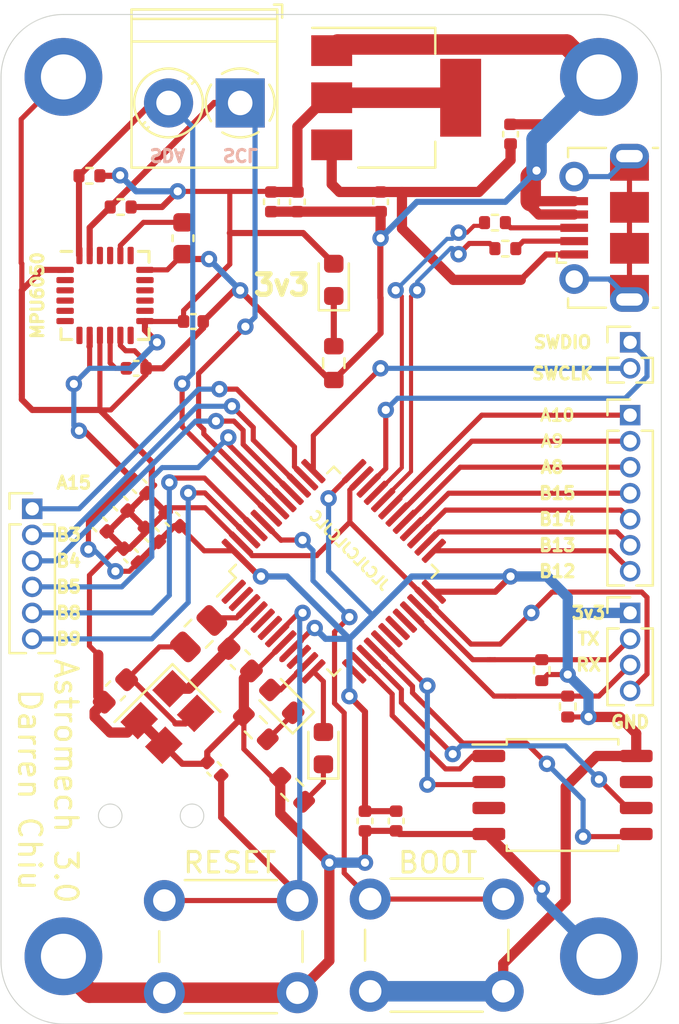
<source format=kicad_pcb>
(kicad_pcb (version 20171130) (host pcbnew "(5.1.8)-1")

  (general
    (thickness 1.6)
    (drawings 37)
    (tracks 521)
    (zones 0)
    (modules 48)
    (nets 58)
  )

  (page A4)
  (layers
    (0 F.Cu signal)
    (31 B.Cu signal)
    (32 B.Adhes user)
    (33 F.Adhes user)
    (34 B.Paste user hide)
    (35 F.Paste user hide)
    (36 B.SilkS user)
    (37 F.SilkS user)
    (38 B.Mask user)
    (39 F.Mask user hide)
    (40 Dwgs.User user)
    (41 Cmts.User user)
    (42 Eco1.User user)
    (43 Eco2.User user)
    (44 Edge.Cuts user)
    (45 Margin user)
    (46 B.CrtYd user hide)
    (47 F.CrtYd user hide)
    (48 B.Fab user hide)
    (49 F.Fab user hide)
  )

  (setup
    (last_trace_width 0.3)
    (user_trace_width 0.3)
    (user_trace_width 0.5)
    (user_trace_width 1)
    (trace_clearance 0.2)
    (zone_clearance 0.508)
    (zone_45_only no)
    (trace_min 0.2)
    (via_size 0.8)
    (via_drill 0.4)
    (via_min_size 0.4)
    (via_min_drill 0.3)
    (uvia_size 0.3)
    (uvia_drill 0.1)
    (uvias_allowed no)
    (uvia_min_size 0.2)
    (uvia_min_drill 0.1)
    (edge_width 0.05)
    (segment_width 0.2)
    (pcb_text_width 0.3)
    (pcb_text_size 1.5 1.5)
    (mod_edge_width 0.12)
    (mod_text_size 1 1)
    (mod_text_width 0.15)
    (pad_size 1.524 1.524)
    (pad_drill 0.762)
    (pad_to_mask_clearance 0)
    (aux_axis_origin 0 0)
    (grid_origin 150.622 54.102)
    (visible_elements 7FFFFFFF)
    (pcbplotparams
      (layerselection 0x010fc_ffffffff)
      (usegerberextensions false)
      (usegerberattributes true)
      (usegerberadvancedattributes true)
      (creategerberjobfile false)
      (excludeedgelayer true)
      (linewidth 0.100000)
      (plotframeref false)
      (viasonmask false)
      (mode 1)
      (useauxorigin false)
      (hpglpennumber 1)
      (hpglpenspeed 20)
      (hpglpendiameter 15.000000)
      (psnegative false)
      (psa4output false)
      (plotreference true)
      (plotvalue true)
      (plotinvisibletext false)
      (padsonsilk false)
      (subtractmaskfromsilk false)
      (outputformat 1)
      (mirror false)
      (drillshape 0)
      (scaleselection 1)
      (outputdirectory "Gerber/"))
  )

  (net 0 "")
  (net 1 +3V3)
  (net 2 GND)
  (net 3 "Net-(C2-Pad2)")
  (net 4 OSC_OUT)
  (net 5 RESET)
  (net 6 +5V)
  (net 7 "Net-(C15-Pad2)")
  (net 8 "Net-(C16-Pad2)")
  (net 9 "Net-(D1-Pad1)")
  (net 10 "Net-(D2-Pad1)")
  (net 11 STATUS1)
  (net 12 "Net-(D3-Pad1)")
  (net 13 STATUS0)
  (net 14 I2C_SCL)
  (net 15 I2C_SDA)
  (net 16 SWDIO)
  (net 17 SWCLK)
  (net 18 "Net-(J3-Pad6)")
  (net 19 "Net-(J3-Pad2)")
  (net 20 "Net-(J3-Pad3)")
  (net 21 UART_TX)
  (net 22 UART_RX)
  (net 23 OSC_IN)
  (net 24 D+)
  (net 25 D-)
  (net 26 BOOT0)
  (net 27 VBAT)
  (net 28 "Net-(U1-Pad2)")
  (net 29 "Net-(U1-Pad5)")
  (net 30 "Net-(U1-Pad6)")
  (net 31 "Net-(U1-Pad10)")
  (net 32 QSPI_CS)
  (net 33 QSPI_CLK)
  (net 34 "Net-(U2-Pad6)")
  (net 35 "Net-(U2-Pad7)")
  (net 36 "Net-(U2-Pad12)")
  (net 37 PB9)
  (net 38 PB8)
  (net 39 PB5)
  (net 40 PB4)
  (net 41 PB3)
  (net 42 PA15)
  (net 43 PB0)
  (net 44 PB1)
  (net 45 PB2)
  (net 46 "Net-(U1-Pad13)")
  (net 47 SPI_MISO)
  (net 48 SPI_MOSI)
  (net 49 "Net-(U4-Pad3)")
  (net 50 "Net-(U4-Pad7)")
  (net 51 PB12)
  (net 52 PB13)
  (net 53 PB14)
  (net 54 PB15)
  (net 55 PA8)
  (net 56 PA9)
  (net 57 PA10)

  (net_class Default "This is the default net class."
    (clearance 0.2)
    (trace_width 0.25)
    (via_dia 0.8)
    (via_drill 0.4)
    (uvia_dia 0.3)
    (uvia_drill 0.1)
    (add_net +3V3)
    (add_net +5V)
    (add_net BOOT0)
    (add_net D+)
    (add_net D-)
    (add_net GND)
    (add_net I2C_SCL)
    (add_net I2C_SDA)
    (add_net "Net-(C15-Pad2)")
    (add_net "Net-(C16-Pad2)")
    (add_net "Net-(C2-Pad2)")
    (add_net "Net-(D1-Pad1)")
    (add_net "Net-(D2-Pad1)")
    (add_net "Net-(D3-Pad1)")
    (add_net "Net-(J3-Pad2)")
    (add_net "Net-(J3-Pad3)")
    (add_net "Net-(J3-Pad6)")
    (add_net "Net-(U1-Pad10)")
    (add_net "Net-(U1-Pad13)")
    (add_net "Net-(U1-Pad2)")
    (add_net "Net-(U1-Pad5)")
    (add_net "Net-(U1-Pad6)")
    (add_net "Net-(U2-Pad12)")
    (add_net "Net-(U2-Pad6)")
    (add_net "Net-(U2-Pad7)")
    (add_net "Net-(U4-Pad3)")
    (add_net "Net-(U4-Pad7)")
    (add_net OSC_IN)
    (add_net OSC_OUT)
    (add_net PA10)
    (add_net PA15)
    (add_net PA8)
    (add_net PA9)
    (add_net PB0)
    (add_net PB1)
    (add_net PB12)
    (add_net PB13)
    (add_net PB14)
    (add_net PB15)
    (add_net PB2)
    (add_net PB3)
    (add_net PB4)
    (add_net PB5)
    (add_net PB8)
    (add_net PB9)
    (add_net QSPI_CLK)
    (add_net QSPI_CS)
    (add_net RESET)
    (add_net SPI_MISO)
    (add_net SPI_MOSI)
    (add_net STATUS0)
    (add_net STATUS1)
    (add_net SWCLK)
    (add_net SWDIO)
    (add_net UART_RX)
    (add_net UART_TX)
    (add_net VBAT)
  )

  (module Resistor_SMD:R_0402_1005Metric (layer F.Cu) (tedit 5F68FEEE) (tstamp 609AB8B6)
    (at 154.94 61.976)
    (descr "Resistor SMD 0402 (1005 Metric), square (rectangular) end terminal, IPC_7351 nominal, (Body size source: IPC-SM-782 page 72, https://www.pcb-3d.com/wordpress/wp-content/uploads/ipc-sm-782a_amendment_1_and_2.pdf), generated with kicad-footprint-generator")
    (tags resistor)
    (path /609B78DC)
    (attr smd)
    (fp_text reference R4 (at 0 -1.17) (layer F.Fab) hide
      (effects (font (size 1 1) (thickness 0.15)))
    )
    (fp_text value 10k (at 0 1.17) (layer F.Fab)
      (effects (font (size 1 1) (thickness 0.15)))
    )
    (fp_line (start 0.93 0.47) (end -0.93 0.47) (layer F.CrtYd) (width 0.05))
    (fp_line (start 0.93 -0.47) (end 0.93 0.47) (layer F.CrtYd) (width 0.05))
    (fp_line (start -0.93 -0.47) (end 0.93 -0.47) (layer F.CrtYd) (width 0.05))
    (fp_line (start -0.93 0.47) (end -0.93 -0.47) (layer F.CrtYd) (width 0.05))
    (fp_line (start -0.153641 0.38) (end 0.153641 0.38) (layer F.SilkS) (width 0.12))
    (fp_line (start -0.153641 -0.38) (end 0.153641 -0.38) (layer F.SilkS) (width 0.12))
    (fp_line (start 0.525 0.27) (end -0.525 0.27) (layer F.Fab) (width 0.1))
    (fp_line (start 0.525 -0.27) (end 0.525 0.27) (layer F.Fab) (width 0.1))
    (fp_line (start -0.525 -0.27) (end 0.525 -0.27) (layer F.Fab) (width 0.1))
    (fp_line (start -0.525 0.27) (end -0.525 -0.27) (layer F.Fab) (width 0.1))
    (fp_text user %R (at 0 0) (layer F.Fab)
      (effects (font (size 0.26 0.26) (thickness 0.04)))
    )
    (pad 2 smd roundrect (at 0.51 0) (size 0.54 0.64) (layers F.Cu F.Paste F.Mask) (roundrect_rratio 0.25)
      (net 1 +3V3))
    (pad 1 smd roundrect (at -0.51 0) (size 0.54 0.64) (layers F.Cu F.Paste F.Mask) (roundrect_rratio 0.25)
      (net 15 I2C_SDA))
    (model ${KISYS3DMOD}/Resistor_SMD.3dshapes/R_0402_1005Metric.wrl
      (at (xyz 0 0 0))
      (scale (xyz 1 1 1))
      (rotate (xyz 0 0 0))
    )
  )

  (module Capacitor_SMD:C_0402_1005Metric (layer F.Cu) (tedit 5F68FEEE) (tstamp 609AB886)
    (at 157.226 71.374 180)
    (descr "Capacitor SMD 0402 (1005 Metric), square (rectangular) end terminal, IPC_7351 nominal, (Body size source: IPC-SM-782 page 76, https://www.pcb-3d.com/wordpress/wp-content/uploads/ipc-sm-782a_amendment_1_and_2.pdf), generated with kicad-footprint-generator")
    (tags capacitor)
    (path /609D9CAB)
    (attr smd)
    (fp_text reference C15 (at 0 -1.16) (layer F.Fab)
      (effects (font (size 1 1) (thickness 0.15)))
    )
    (fp_text value 0.1uF (at 0 1.16) (layer F.Fab)
      (effects (font (size 1 1) (thickness 0.15)))
    )
    (fp_text user %R (at 0 0) (layer F.Fab)
      (effects (font (size 0.25 0.25) (thickness 0.04)))
    )
    (fp_line (start -0.5 0.25) (end -0.5 -0.25) (layer F.Fab) (width 0.1))
    (fp_line (start -0.5 -0.25) (end 0.5 -0.25) (layer F.Fab) (width 0.1))
    (fp_line (start 0.5 -0.25) (end 0.5 0.25) (layer F.Fab) (width 0.1))
    (fp_line (start 0.5 0.25) (end -0.5 0.25) (layer F.Fab) (width 0.1))
    (fp_line (start -0.107836 -0.36) (end 0.107836 -0.36) (layer F.SilkS) (width 0.12))
    (fp_line (start -0.107836 0.36) (end 0.107836 0.36) (layer F.SilkS) (width 0.12))
    (fp_line (start -0.91 0.46) (end -0.91 -0.46) (layer F.CrtYd) (width 0.05))
    (fp_line (start -0.91 -0.46) (end 0.91 -0.46) (layer F.CrtYd) (width 0.05))
    (fp_line (start 0.91 -0.46) (end 0.91 0.46) (layer F.CrtYd) (width 0.05))
    (fp_line (start 0.91 0.46) (end -0.91 0.46) (layer F.CrtYd) (width 0.05))
    (pad 2 smd roundrect (at 0.48 0 180) (size 0.56 0.62) (layers F.Cu F.Paste F.Mask) (roundrect_rratio 0.25)
      (net 7 "Net-(C15-Pad2)"))
    (pad 1 smd roundrect (at -0.48 0 180) (size 0.56 0.62) (layers F.Cu F.Paste F.Mask) (roundrect_rratio 0.25)
      (net 2 GND))
    (model ${KISYS3DMOD}/Capacitor_SMD.3dshapes/C_0402_1005Metric.wrl
      (at (xyz 0 0 0))
      (scale (xyz 1 1 1))
      (rotate (xyz 0 0 0))
    )
  )

  (module Resistor_SMD:R_0603_1608Metric (layer F.Cu) (tedit 5F68FEEE) (tstamp 609A11E7)
    (at 166.878 71.12 90)
    (descr "Resistor SMD 0603 (1608 Metric), square (rectangular) end terminal, IPC_7351 nominal, (Body size source: IPC-SM-782 page 72, https://www.pcb-3d.com/wordpress/wp-content/uploads/ipc-sm-782a_amendment_1_and_2.pdf), generated with kicad-footprint-generator")
    (tags resistor)
    (path /60A7A2C0)
    (attr smd)
    (fp_text reference R6 (at 0 1.524 90) (layer F.Fab) hide
      (effects (font (size 1 1) (thickness 0.15)))
    )
    (fp_text value 510 (at 0 1.43 90) (layer F.Fab)
      (effects (font (size 1 1) (thickness 0.15)))
    )
    (fp_line (start -0.8 0.4125) (end -0.8 -0.4125) (layer F.Fab) (width 0.1))
    (fp_line (start -0.8 -0.4125) (end 0.8 -0.4125) (layer F.Fab) (width 0.1))
    (fp_line (start 0.8 -0.4125) (end 0.8 0.4125) (layer F.Fab) (width 0.1))
    (fp_line (start 0.8 0.4125) (end -0.8 0.4125) (layer F.Fab) (width 0.1))
    (fp_line (start -0.237258 -0.5225) (end 0.237258 -0.5225) (layer F.SilkS) (width 0.12))
    (fp_line (start -0.237258 0.5225) (end 0.237258 0.5225) (layer F.SilkS) (width 0.12))
    (fp_line (start -1.48 0.73) (end -1.48 -0.73) (layer F.CrtYd) (width 0.05))
    (fp_line (start -1.48 -0.73) (end 1.48 -0.73) (layer F.CrtYd) (width 0.05))
    (fp_line (start 1.48 -0.73) (end 1.48 0.73) (layer F.CrtYd) (width 0.05))
    (fp_line (start 1.48 0.73) (end -1.48 0.73) (layer F.CrtYd) (width 0.05))
    (fp_text user %R (at 0 0 90) (layer F.Fab)
      (effects (font (size 0.4 0.4) (thickness 0.06)))
    )
    (pad 1 smd roundrect (at -0.825 0 90) (size 0.8 0.95) (layers F.Cu F.Paste F.Mask) (roundrect_rratio 0.25)
      (net 2 GND))
    (pad 2 smd roundrect (at 0.825 0 90) (size 0.8 0.95) (layers F.Cu F.Paste F.Mask) (roundrect_rratio 0.25)
      (net 9 "Net-(D1-Pad1)"))
    (model ${KISYS3DMOD}/Resistor_SMD.3dshapes/R_0603_1608Metric.wrl
      (at (xyz 0 0 0))
      (scale (xyz 1 1 1))
      (rotate (xyz 0 0 0))
    )
  )

  (module Capacitor_SMD:C_0402_1005Metric (layer F.Cu) (tedit 5F68FEEE) (tstamp 609A0FF1)
    (at 160.02 69.088 180)
    (descr "Capacitor SMD 0402 (1005 Metric), square (rectangular) end terminal, IPC_7351 nominal, (Body size source: IPC-SM-782 page 76, https://www.pcb-3d.com/wordpress/wp-content/uploads/ipc-sm-782a_amendment_1_and_2.pdf), generated with kicad-footprint-generator")
    (tags capacitor)
    (path /609DC08C)
    (attr smd)
    (fp_text reference C13 (at 0 -1.16) (layer F.Fab)
      (effects (font (size 1 1) (thickness 0.15)))
    )
    (fp_text value 0.1uF (at 0 1.16) (layer F.Fab)
      (effects (font (size 1 1) (thickness 0.15)))
    )
    (fp_text user %R (at 0 0) (layer F.Fab)
      (effects (font (size 0.25 0.25) (thickness 0.04)))
    )
    (fp_line (start -0.5 0.25) (end -0.5 -0.25) (layer F.Fab) (width 0.1))
    (fp_line (start -0.5 -0.25) (end 0.5 -0.25) (layer F.Fab) (width 0.1))
    (fp_line (start 0.5 -0.25) (end 0.5 0.25) (layer F.Fab) (width 0.1))
    (fp_line (start 0.5 0.25) (end -0.5 0.25) (layer F.Fab) (width 0.1))
    (fp_line (start -0.107836 -0.36) (end 0.107836 -0.36) (layer F.SilkS) (width 0.12))
    (fp_line (start -0.107836 0.36) (end 0.107836 0.36) (layer F.SilkS) (width 0.12))
    (fp_line (start -0.91 0.46) (end -0.91 -0.46) (layer F.CrtYd) (width 0.05))
    (fp_line (start -0.91 -0.46) (end 0.91 -0.46) (layer F.CrtYd) (width 0.05))
    (fp_line (start 0.91 -0.46) (end 0.91 0.46) (layer F.CrtYd) (width 0.05))
    (fp_line (start 0.91 0.46) (end -0.91 0.46) (layer F.CrtYd) (width 0.05))
    (pad 2 smd roundrect (at 0.48 0 180) (size 0.56 0.62) (layers F.Cu F.Paste F.Mask) (roundrect_rratio 0.25)
      (net 1 +3V3))
    (pad 1 smd roundrect (at -0.48 0 180) (size 0.56 0.62) (layers F.Cu F.Paste F.Mask) (roundrect_rratio 0.25)
      (net 2 GND))
    (model ${KISYS3DMOD}/Capacitor_SMD.3dshapes/C_0402_1005Metric.wrl
      (at (xyz 0 0 0))
      (scale (xyz 1 1 1))
      (rotate (xyz 0 0 0))
    )
  )

  (module Capacitor_SMD:C_0402_1005Metric (layer F.Cu) (tedit 5F68FEEE) (tstamp 609A1057)
    (at 169.926 93.472 90)
    (descr "Capacitor SMD 0402 (1005 Metric), square (rectangular) end terminal, IPC_7351 nominal, (Body size source: IPC-SM-782 page 76, https://www.pcb-3d.com/wordpress/wp-content/uploads/ipc-sm-782a_amendment_1_and_2.pdf), generated with kicad-footprint-generator")
    (tags capacitor)
    (path /60A2567E)
    (attr smd)
    (fp_text reference C19 (at 0 -1.16 90) (layer F.Fab)
      (effects (font (size 1 1) (thickness 0.15)))
    )
    (fp_text value 0.1uF (at 0 1.16 90) (layer F.Fab)
      (effects (font (size 1 1) (thickness 0.15)))
    )
    (fp_text user %R (at 0 0 90) (layer F.Fab)
      (effects (font (size 0.25 0.25) (thickness 0.04)))
    )
    (fp_line (start -0.5 0.25) (end -0.5 -0.25) (layer F.Fab) (width 0.1))
    (fp_line (start -0.5 -0.25) (end 0.5 -0.25) (layer F.Fab) (width 0.1))
    (fp_line (start 0.5 -0.25) (end 0.5 0.25) (layer F.Fab) (width 0.1))
    (fp_line (start 0.5 0.25) (end -0.5 0.25) (layer F.Fab) (width 0.1))
    (fp_line (start -0.107836 -0.36) (end 0.107836 -0.36) (layer F.SilkS) (width 0.12))
    (fp_line (start -0.107836 0.36) (end 0.107836 0.36) (layer F.SilkS) (width 0.12))
    (fp_line (start -0.91 0.46) (end -0.91 -0.46) (layer F.CrtYd) (width 0.05))
    (fp_line (start -0.91 -0.46) (end 0.91 -0.46) (layer F.CrtYd) (width 0.05))
    (fp_line (start 0.91 -0.46) (end 0.91 0.46) (layer F.CrtYd) (width 0.05))
    (fp_line (start 0.91 0.46) (end -0.91 0.46) (layer F.CrtYd) (width 0.05))
    (pad 2 smd roundrect (at 0.48 0 90) (size 0.56 0.62) (layers F.Cu F.Paste F.Mask) (roundrect_rratio 0.25)
      (net 1 +3V3))
    (pad 1 smd roundrect (at -0.48 0 90) (size 0.56 0.62) (layers F.Cu F.Paste F.Mask) (roundrect_rratio 0.25)
      (net 2 GND))
    (model ${KISYS3DMOD}/Capacitor_SMD.3dshapes/C_0402_1005Metric.wrl
      (at (xyz 0 0 0))
      (scale (xyz 1 1 1))
      (rotate (xyz 0 0 0))
    )
  )

  (module Capacitor_SMD:C_0402_1005Metric (layer F.Cu) (tedit 5F68FEEE) (tstamp 609A1046)
    (at 168.402 93.472 90)
    (descr "Capacitor SMD 0402 (1005 Metric), square (rectangular) end terminal, IPC_7351 nominal, (Body size source: IPC-SM-782 page 76, https://www.pcb-3d.com/wordpress/wp-content/uploads/ipc-sm-782a_amendment_1_and_2.pdf), generated with kicad-footprint-generator")
    (tags capacitor)
    (path /60A23AB2)
    (attr smd)
    (fp_text reference C18 (at 0 -1.16 90) (layer F.Fab)
      (effects (font (size 1 1) (thickness 0.15)))
    )
    (fp_text value 0.1uF (at 0 1.16 90) (layer F.Fab)
      (effects (font (size 1 1) (thickness 0.15)))
    )
    (fp_text user %R (at 0 0 90) (layer F.Fab)
      (effects (font (size 0.25 0.25) (thickness 0.04)))
    )
    (fp_line (start -0.5 0.25) (end -0.5 -0.25) (layer F.Fab) (width 0.1))
    (fp_line (start -0.5 -0.25) (end 0.5 -0.25) (layer F.Fab) (width 0.1))
    (fp_line (start 0.5 -0.25) (end 0.5 0.25) (layer F.Fab) (width 0.1))
    (fp_line (start 0.5 0.25) (end -0.5 0.25) (layer F.Fab) (width 0.1))
    (fp_line (start -0.107836 -0.36) (end 0.107836 -0.36) (layer F.SilkS) (width 0.12))
    (fp_line (start -0.107836 0.36) (end 0.107836 0.36) (layer F.SilkS) (width 0.12))
    (fp_line (start -0.91 0.46) (end -0.91 -0.46) (layer F.CrtYd) (width 0.05))
    (fp_line (start -0.91 -0.46) (end 0.91 -0.46) (layer F.CrtYd) (width 0.05))
    (fp_line (start 0.91 -0.46) (end 0.91 0.46) (layer F.CrtYd) (width 0.05))
    (fp_line (start 0.91 0.46) (end -0.91 0.46) (layer F.CrtYd) (width 0.05))
    (pad 2 smd roundrect (at 0.48 0 90) (size 0.56 0.62) (layers F.Cu F.Paste F.Mask) (roundrect_rratio 0.25)
      (net 1 +3V3))
    (pad 1 smd roundrect (at -0.48 0 90) (size 0.56 0.62) (layers F.Cu F.Paste F.Mask) (roundrect_rratio 0.25)
      (net 2 GND))
    (model ${KISYS3DMOD}/Capacitor_SMD.3dshapes/C_0402_1005Metric.wrl
      (at (xyz 0 0 0))
      (scale (xyz 1 1 1))
      (rotate (xyz 0 0 0))
    )
  )

  (module Capacitor_SMD:C_0402_1005Metric (layer F.Cu) (tedit 5F68FEEE) (tstamp 609A0FE0)
    (at 175.514 59.944 90)
    (descr "Capacitor SMD 0402 (1005 Metric), square (rectangular) end terminal, IPC_7351 nominal, (Body size source: IPC-SM-782 page 76, https://www.pcb-3d.com/wordpress/wp-content/uploads/ipc-sm-782a_amendment_1_and_2.pdf), generated with kicad-footprint-generator")
    (tags capacitor)
    (path /60A6943D)
    (attr smd)
    (fp_text reference C12 (at 0 -1.16 90) (layer F.Fab)
      (effects (font (size 1 1) (thickness 0.15)))
    )
    (fp_text value 100nF (at 0 1.16 90) (layer F.Fab)
      (effects (font (size 1 1) (thickness 0.15)))
    )
    (fp_text user %R (at 0 0 90) (layer F.Fab)
      (effects (font (size 0.25 0.25) (thickness 0.04)))
    )
    (fp_line (start -0.5 0.25) (end -0.5 -0.25) (layer F.Fab) (width 0.1))
    (fp_line (start -0.5 -0.25) (end 0.5 -0.25) (layer F.Fab) (width 0.1))
    (fp_line (start 0.5 -0.25) (end 0.5 0.25) (layer F.Fab) (width 0.1))
    (fp_line (start 0.5 0.25) (end -0.5 0.25) (layer F.Fab) (width 0.1))
    (fp_line (start -0.107836 -0.36) (end 0.107836 -0.36) (layer F.SilkS) (width 0.12))
    (fp_line (start -0.107836 0.36) (end 0.107836 0.36) (layer F.SilkS) (width 0.12))
    (fp_line (start -0.91 0.46) (end -0.91 -0.46) (layer F.CrtYd) (width 0.05))
    (fp_line (start -0.91 -0.46) (end 0.91 -0.46) (layer F.CrtYd) (width 0.05))
    (fp_line (start 0.91 -0.46) (end 0.91 0.46) (layer F.CrtYd) (width 0.05))
    (fp_line (start 0.91 0.46) (end -0.91 0.46) (layer F.CrtYd) (width 0.05))
    (pad 2 smd roundrect (at 0.48 0 90) (size 0.56 0.62) (layers F.Cu F.Paste F.Mask) (roundrect_rratio 0.25)
      (net 2 GND))
    (pad 1 smd roundrect (at -0.48 0 90) (size 0.56 0.62) (layers F.Cu F.Paste F.Mask) (roundrect_rratio 0.25)
      (net 6 +5V))
    (model ${KISYS3DMOD}/Capacitor_SMD.3dshapes/C_0402_1005Metric.wrl
      (at (xyz 0 0 0))
      (scale (xyz 1 1 1))
      (rotate (xyz 0 0 0))
    )
  )

  (module Capacitor_SMD:C_0402_1005Metric (layer F.Cu) (tedit 5F68FEEE) (tstamp 609F62F0)
    (at 163.83 63.246 270)
    (descr "Capacitor SMD 0402 (1005 Metric), square (rectangular) end terminal, IPC_7351 nominal, (Body size source: IPC-SM-782 page 76, https://www.pcb-3d.com/wordpress/wp-content/uploads/ipc-sm-782a_amendment_1_and_2.pdf), generated with kicad-footprint-generator")
    (tags capacitor)
    (path /60E2877C)
    (attr smd)
    (fp_text reference C11 (at 0 -1.16 90) (layer F.Fab)
      (effects (font (size 1 1) (thickness 0.15)))
    )
    (fp_text value 100nF (at 0 1.16 90) (layer F.Fab)
      (effects (font (size 1 1) (thickness 0.15)))
    )
    (fp_text user %R (at 0 0 90) (layer F.Fab)
      (effects (font (size 0.25 0.25) (thickness 0.04)))
    )
    (fp_line (start -0.5 0.25) (end -0.5 -0.25) (layer F.Fab) (width 0.1))
    (fp_line (start -0.5 -0.25) (end 0.5 -0.25) (layer F.Fab) (width 0.1))
    (fp_line (start 0.5 -0.25) (end 0.5 0.25) (layer F.Fab) (width 0.1))
    (fp_line (start 0.5 0.25) (end -0.5 0.25) (layer F.Fab) (width 0.1))
    (fp_line (start -0.107836 -0.36) (end 0.107836 -0.36) (layer F.SilkS) (width 0.12))
    (fp_line (start -0.107836 0.36) (end 0.107836 0.36) (layer F.SilkS) (width 0.12))
    (fp_line (start -0.91 0.46) (end -0.91 -0.46) (layer F.CrtYd) (width 0.05))
    (fp_line (start -0.91 -0.46) (end 0.91 -0.46) (layer F.CrtYd) (width 0.05))
    (fp_line (start 0.91 -0.46) (end 0.91 0.46) (layer F.CrtYd) (width 0.05))
    (fp_line (start 0.91 0.46) (end -0.91 0.46) (layer F.CrtYd) (width 0.05))
    (pad 2 smd roundrect (at 0.48 0 270) (size 0.56 0.62) (layers F.Cu F.Paste F.Mask) (roundrect_rratio 0.25)
      (net 2 GND))
    (pad 1 smd roundrect (at -0.48 0 270) (size 0.56 0.62) (layers F.Cu F.Paste F.Mask) (roundrect_rratio 0.25)
      (net 1 +3V3))
    (model ${KISYS3DMOD}/Capacitor_SMD.3dshapes/C_0402_1005Metric.wrl
      (at (xyz 0 0 0))
      (scale (xyz 1 1 1))
      (rotate (xyz 0 0 0))
    )
  )

  (module Capacitor_SMD:C_0402_1005Metric (layer F.Cu) (tedit 5F68FEEE) (tstamp 609F629F)
    (at 169.164 63.246 270)
    (descr "Capacitor SMD 0402 (1005 Metric), square (rectangular) end terminal, IPC_7351 nominal, (Body size source: IPC-SM-782 page 76, https://www.pcb-3d.com/wordpress/wp-content/uploads/ipc-sm-782a_amendment_1_and_2.pdf), generated with kicad-footprint-generator")
    (tags capacitor)
    (path /60E28AA7)
    (attr smd)
    (fp_text reference C8 (at 0 -1.16 90) (layer F.Fab)
      (effects (font (size 1 1) (thickness 0.15)))
    )
    (fp_text value 10uF (at 0 1.16 90) (layer F.Fab)
      (effects (font (size 1 1) (thickness 0.15)))
    )
    (fp_text user %R (at 0 0 90) (layer F.Fab)
      (effects (font (size 0.25 0.25) (thickness 0.04)))
    )
    (fp_line (start -0.5 0.25) (end -0.5 -0.25) (layer F.Fab) (width 0.1))
    (fp_line (start -0.5 -0.25) (end 0.5 -0.25) (layer F.Fab) (width 0.1))
    (fp_line (start 0.5 -0.25) (end 0.5 0.25) (layer F.Fab) (width 0.1))
    (fp_line (start 0.5 0.25) (end -0.5 0.25) (layer F.Fab) (width 0.1))
    (fp_line (start -0.107836 -0.36) (end 0.107836 -0.36) (layer F.SilkS) (width 0.12))
    (fp_line (start -0.107836 0.36) (end 0.107836 0.36) (layer F.SilkS) (width 0.12))
    (fp_line (start -0.91 0.46) (end -0.91 -0.46) (layer F.CrtYd) (width 0.05))
    (fp_line (start -0.91 -0.46) (end 0.91 -0.46) (layer F.CrtYd) (width 0.05))
    (fp_line (start 0.91 -0.46) (end 0.91 0.46) (layer F.CrtYd) (width 0.05))
    (fp_line (start 0.91 0.46) (end -0.91 0.46) (layer F.CrtYd) (width 0.05))
    (pad 2 smd roundrect (at 0.48 0 270) (size 0.56 0.62) (layers F.Cu F.Paste F.Mask) (roundrect_rratio 0.25)
      (net 2 GND))
    (pad 1 smd roundrect (at -0.48 0 270) (size 0.56 0.62) (layers F.Cu F.Paste F.Mask) (roundrect_rratio 0.25)
      (net 6 +5V))
    (model ${KISYS3DMOD}/Capacitor_SMD.3dshapes/C_0402_1005Metric.wrl
      (at (xyz 0 0 0))
      (scale (xyz 1 1 1))
      (rotate (xyz 0 0 0))
    )
  )

  (module Capacitor_SMD:C_0402_1005Metric (layer F.Cu) (tedit 5F68FEEE) (tstamp 609A5C8B)
    (at 165.1 63.246 270)
    (descr "Capacitor SMD 0402 (1005 Metric), square (rectangular) end terminal, IPC_7351 nominal, (Body size source: IPC-SM-782 page 76, https://www.pcb-3d.com/wordpress/wp-content/uploads/ipc-sm-782a_amendment_1_and_2.pdf), generated with kicad-footprint-generator")
    (tags capacitor)
    (path /60A69EB3)
    (attr smd)
    (fp_text reference C17 (at 0 -1.16 90) (layer F.Fab)
      (effects (font (size 1 1) (thickness 0.15)))
    )
    (fp_text value 10uF (at 0 1.16 90) (layer F.Fab)
      (effects (font (size 1 1) (thickness 0.15)))
    )
    (fp_text user %R (at 0 0 90) (layer F.Fab)
      (effects (font (size 0.25 0.25) (thickness 0.04)))
    )
    (fp_line (start -0.5 0.25) (end -0.5 -0.25) (layer F.Fab) (width 0.1))
    (fp_line (start -0.5 -0.25) (end 0.5 -0.25) (layer F.Fab) (width 0.1))
    (fp_line (start 0.5 -0.25) (end 0.5 0.25) (layer F.Fab) (width 0.1))
    (fp_line (start 0.5 0.25) (end -0.5 0.25) (layer F.Fab) (width 0.1))
    (fp_line (start -0.107836 -0.36) (end 0.107836 -0.36) (layer F.SilkS) (width 0.12))
    (fp_line (start -0.107836 0.36) (end 0.107836 0.36) (layer F.SilkS) (width 0.12))
    (fp_line (start -0.91 0.46) (end -0.91 -0.46) (layer F.CrtYd) (width 0.05))
    (fp_line (start -0.91 -0.46) (end 0.91 -0.46) (layer F.CrtYd) (width 0.05))
    (fp_line (start 0.91 -0.46) (end 0.91 0.46) (layer F.CrtYd) (width 0.05))
    (fp_line (start 0.91 0.46) (end -0.91 0.46) (layer F.CrtYd) (width 0.05))
    (pad 2 smd roundrect (at 0.48 0 270) (size 0.56 0.62) (layers F.Cu F.Paste F.Mask) (roundrect_rratio 0.25)
      (net 2 GND))
    (pad 1 smd roundrect (at -0.48 0 270) (size 0.56 0.62) (layers F.Cu F.Paste F.Mask) (roundrect_rratio 0.25)
      (net 1 +3V3))
    (model ${KISYS3DMOD}/Capacitor_SMD.3dshapes/C_0402_1005Metric.wrl
      (at (xyz 0 0 0))
      (scale (xyz 1 1 1))
      (rotate (xyz 0 0 0))
    )
  )

  (module Package_QFP:LQFP-48_7x7mm_P0.5mm (layer F.Cu) (tedit 5D9F72AF) (tstamp 609D4CF5)
    (at 166.878 81.28 45)
    (descr "LQFP, 48 Pin (https://www.analog.com/media/en/technical-documentation/data-sheets/ltc2358-16.pdf), generated with kicad-footprint-generator ipc_gullwing_generator.py")
    (tags "LQFP QFP")
    (path /60A70ABB)
    (attr smd)
    (fp_text reference U1 (at 0 -5.85 45) (layer F.Fab) hide
      (effects (font (size 1 1) (thickness 0.15)))
    )
    (fp_text value STM32F103C8Tx (at 0 5.85 45) (layer F.Fab)
      (effects (font (size 1 1) (thickness 0.15)))
    )
    (fp_line (start 3.16 3.61) (end 3.61 3.61) (layer F.SilkS) (width 0.12))
    (fp_line (start 3.61 3.61) (end 3.61 3.16) (layer F.SilkS) (width 0.12))
    (fp_line (start -3.16 3.61) (end -3.61 3.61) (layer F.SilkS) (width 0.12))
    (fp_line (start -3.61 3.61) (end -3.61 3.16) (layer F.SilkS) (width 0.12))
    (fp_line (start 3.16 -3.61) (end 3.61 -3.61) (layer F.SilkS) (width 0.12))
    (fp_line (start 3.61 -3.61) (end 3.61 -3.16) (layer F.SilkS) (width 0.12))
    (fp_line (start -3.16 -3.61) (end -3.61 -3.61) (layer F.SilkS) (width 0.12))
    (fp_line (start -3.61 -3.61) (end -3.61 -3.16) (layer F.SilkS) (width 0.12))
    (fp_line (start -3.61 -3.16) (end -4.9 -3.16) (layer F.SilkS) (width 0.12))
    (fp_line (start -2.5 -3.5) (end 3.5 -3.5) (layer F.Fab) (width 0.1))
    (fp_line (start 3.5 -3.5) (end 3.5 3.5) (layer F.Fab) (width 0.1))
    (fp_line (start 3.5 3.5) (end -3.5 3.5) (layer F.Fab) (width 0.1))
    (fp_line (start -3.5 3.5) (end -3.5 -2.5) (layer F.Fab) (width 0.1))
    (fp_line (start -3.5 -2.5) (end -2.5 -3.5) (layer F.Fab) (width 0.1))
    (fp_line (start 0 -5.15) (end -3.15 -5.15) (layer F.CrtYd) (width 0.05))
    (fp_line (start -3.15 -5.15) (end -3.15 -3.75) (layer F.CrtYd) (width 0.05))
    (fp_line (start -3.15 -3.75) (end -3.75 -3.75) (layer F.CrtYd) (width 0.05))
    (fp_line (start -3.75 -3.75) (end -3.75 -3.15) (layer F.CrtYd) (width 0.05))
    (fp_line (start -3.75 -3.15) (end -5.15 -3.15) (layer F.CrtYd) (width 0.05))
    (fp_line (start -5.15 -3.15) (end -5.15 0) (layer F.CrtYd) (width 0.05))
    (fp_line (start 0 -5.15) (end 3.15 -5.15) (layer F.CrtYd) (width 0.05))
    (fp_line (start 3.15 -5.15) (end 3.15 -3.75) (layer F.CrtYd) (width 0.05))
    (fp_line (start 3.15 -3.75) (end 3.75 -3.75) (layer F.CrtYd) (width 0.05))
    (fp_line (start 3.75 -3.75) (end 3.75 -3.15) (layer F.CrtYd) (width 0.05))
    (fp_line (start 3.75 -3.15) (end 5.15 -3.15) (layer F.CrtYd) (width 0.05))
    (fp_line (start 5.15 -3.15) (end 5.15 0) (layer F.CrtYd) (width 0.05))
    (fp_line (start 0 5.15) (end -3.15 5.15) (layer F.CrtYd) (width 0.05))
    (fp_line (start -3.15 5.15) (end -3.15 3.75) (layer F.CrtYd) (width 0.05))
    (fp_line (start -3.15 3.75) (end -3.75 3.75) (layer F.CrtYd) (width 0.05))
    (fp_line (start -3.75 3.75) (end -3.75 3.15) (layer F.CrtYd) (width 0.05))
    (fp_line (start -3.75 3.15) (end -5.15 3.15) (layer F.CrtYd) (width 0.05))
    (fp_line (start -5.15 3.15) (end -5.15 0) (layer F.CrtYd) (width 0.05))
    (fp_line (start 0 5.15) (end 3.15 5.15) (layer F.CrtYd) (width 0.05))
    (fp_line (start 3.15 5.15) (end 3.15 3.75) (layer F.CrtYd) (width 0.05))
    (fp_line (start 3.15 3.75) (end 3.75 3.75) (layer F.CrtYd) (width 0.05))
    (fp_line (start 3.75 3.75) (end 3.75 3.15) (layer F.CrtYd) (width 0.05))
    (fp_line (start 3.75 3.15) (end 5.15 3.15) (layer F.CrtYd) (width 0.05))
    (fp_line (start 5.15 3.15) (end 5.15 0) (layer F.CrtYd) (width 0.05))
    (fp_text user %R (at 0 0 45) (layer F.Fab)
      (effects (font (size 1 1) (thickness 0.15)))
    )
    (pad 1 smd roundrect (at -4.1625 -2.75 45) (size 1.475 0.3) (layers F.Cu F.Paste F.Mask) (roundrect_rratio 0.25)
      (net 27 VBAT))
    (pad 2 smd roundrect (at -4.1625 -2.25 45) (size 1.475 0.3) (layers F.Cu F.Paste F.Mask) (roundrect_rratio 0.25)
      (net 28 "Net-(U1-Pad2)"))
    (pad 3 smd roundrect (at -4.1625 -1.75 45) (size 1.475 0.3) (layers F.Cu F.Paste F.Mask) (roundrect_rratio 0.25)
      (net 23 OSC_IN))
    (pad 4 smd roundrect (at -4.1625 -1.25 45) (size 1.475 0.3) (layers F.Cu F.Paste F.Mask) (roundrect_rratio 0.25)
      (net 4 OSC_OUT))
    (pad 5 smd roundrect (at -4.1625 -0.75 45) (size 1.475 0.3) (layers F.Cu F.Paste F.Mask) (roundrect_rratio 0.25)
      (net 29 "Net-(U1-Pad5)"))
    (pad 6 smd roundrect (at -4.1625 -0.25 45) (size 1.475 0.3) (layers F.Cu F.Paste F.Mask) (roundrect_rratio 0.25)
      (net 30 "Net-(U1-Pad6)"))
    (pad 7 smd roundrect (at -4.1625 0.25 45) (size 1.475 0.3) (layers F.Cu F.Paste F.Mask) (roundrect_rratio 0.25)
      (net 5 RESET))
    (pad 8 smd roundrect (at -4.1625 0.75 45) (size 1.475 0.3) (layers F.Cu F.Paste F.Mask) (roundrect_rratio 0.25)
      (net 2 GND))
    (pad 9 smd roundrect (at -4.1625 1.25 45) (size 1.475 0.3) (layers F.Cu F.Paste F.Mask) (roundrect_rratio 0.25)
      (net 1 +3V3))
    (pad 10 smd roundrect (at -4.1625 1.75 45) (size 1.475 0.3) (layers F.Cu F.Paste F.Mask) (roundrect_rratio 0.25)
      (net 31 "Net-(U1-Pad10)"))
    (pad 11 smd roundrect (at -4.1625 2.25 45) (size 1.475 0.3) (layers F.Cu F.Paste F.Mask) (roundrect_rratio 0.25)
      (net 11 STATUS1))
    (pad 12 smd roundrect (at -4.1625 2.75 45) (size 1.475 0.3) (layers F.Cu F.Paste F.Mask) (roundrect_rratio 0.25)
      (net 13 STATUS0))
    (pad 13 smd roundrect (at -2.75 4.1625 45) (size 0.3 1.475) (layers F.Cu F.Paste F.Mask) (roundrect_rratio 0.25)
      (net 46 "Net-(U1-Pad13)"))
    (pad 14 smd roundrect (at -2.25 4.1625 45) (size 0.3 1.475) (layers F.Cu F.Paste F.Mask) (roundrect_rratio 0.25)
      (net 32 QSPI_CS))
    (pad 15 smd roundrect (at -1.75 4.1625 45) (size 0.3 1.475) (layers F.Cu F.Paste F.Mask) (roundrect_rratio 0.25)
      (net 33 QSPI_CLK))
    (pad 16 smd roundrect (at -1.25 4.1625 45) (size 0.3 1.475) (layers F.Cu F.Paste F.Mask) (roundrect_rratio 0.25)
      (net 47 SPI_MISO))
    (pad 17 smd roundrect (at -0.75 4.1625 45) (size 0.3 1.475) (layers F.Cu F.Paste F.Mask) (roundrect_rratio 0.25)
      (net 48 SPI_MOSI))
    (pad 18 smd roundrect (at -0.25 4.1625 45) (size 0.3 1.475) (layers F.Cu F.Paste F.Mask) (roundrect_rratio 0.25)
      (net 43 PB0))
    (pad 19 smd roundrect (at 0.25 4.1625 45) (size 0.3 1.475) (layers F.Cu F.Paste F.Mask) (roundrect_rratio 0.25)
      (net 44 PB1))
    (pad 20 smd roundrect (at 0.75 4.1625 45) (size 0.3 1.475) (layers F.Cu F.Paste F.Mask) (roundrect_rratio 0.25)
      (net 45 PB2))
    (pad 21 smd roundrect (at 1.25 4.1625 45) (size 0.3 1.475) (layers F.Cu F.Paste F.Mask) (roundrect_rratio 0.25)
      (net 22 UART_RX))
    (pad 22 smd roundrect (at 1.75 4.1625 45) (size 0.3 1.475) (layers F.Cu F.Paste F.Mask) (roundrect_rratio 0.25)
      (net 21 UART_TX))
    (pad 23 smd roundrect (at 2.25 4.1625 45) (size 0.3 1.475) (layers F.Cu F.Paste F.Mask) (roundrect_rratio 0.25)
      (net 2 GND))
    (pad 24 smd roundrect (at 2.75 4.1625 45) (size 0.3 1.475) (layers F.Cu F.Paste F.Mask) (roundrect_rratio 0.25)
      (net 1 +3V3))
    (pad 25 smd roundrect (at 4.1625 2.75 45) (size 1.475 0.3) (layers F.Cu F.Paste F.Mask) (roundrect_rratio 0.25)
      (net 51 PB12))
    (pad 26 smd roundrect (at 4.1625 2.25 45) (size 1.475 0.3) (layers F.Cu F.Paste F.Mask) (roundrect_rratio 0.25)
      (net 52 PB13))
    (pad 27 smd roundrect (at 4.1625 1.75 45) (size 1.475 0.3) (layers F.Cu F.Paste F.Mask) (roundrect_rratio 0.25)
      (net 53 PB14))
    (pad 28 smd roundrect (at 4.1625 1.25 45) (size 1.475 0.3) (layers F.Cu F.Paste F.Mask) (roundrect_rratio 0.25)
      (net 54 PB15))
    (pad 29 smd roundrect (at 4.1625 0.75 45) (size 1.475 0.3) (layers F.Cu F.Paste F.Mask) (roundrect_rratio 0.25)
      (net 55 PA8))
    (pad 30 smd roundrect (at 4.1625 0.25 45) (size 1.475 0.3) (layers F.Cu F.Paste F.Mask) (roundrect_rratio 0.25)
      (net 56 PA9))
    (pad 31 smd roundrect (at 4.1625 -0.25 45) (size 1.475 0.3) (layers F.Cu F.Paste F.Mask) (roundrect_rratio 0.25)
      (net 57 PA10))
    (pad 32 smd roundrect (at 4.1625 -0.75 45) (size 1.475 0.3) (layers F.Cu F.Paste F.Mask) (roundrect_rratio 0.25)
      (net 25 D-))
    (pad 33 smd roundrect (at 4.1625 -1.25 45) (size 1.475 0.3) (layers F.Cu F.Paste F.Mask) (roundrect_rratio 0.25)
      (net 24 D+))
    (pad 34 smd roundrect (at 4.1625 -1.75 45) (size 1.475 0.3) (layers F.Cu F.Paste F.Mask) (roundrect_rratio 0.25)
      (net 16 SWDIO))
    (pad 35 smd roundrect (at 4.1625 -2.25 45) (size 1.475 0.3) (layers F.Cu F.Paste F.Mask) (roundrect_rratio 0.25)
      (net 2 GND))
    (pad 36 smd roundrect (at 4.1625 -2.75 45) (size 1.475 0.3) (layers F.Cu F.Paste F.Mask) (roundrect_rratio 0.25)
      (net 1 +3V3))
    (pad 37 smd roundrect (at 2.75 -4.1625 45) (size 0.3 1.475) (layers F.Cu F.Paste F.Mask) (roundrect_rratio 0.25)
      (net 17 SWCLK))
    (pad 38 smd roundrect (at 2.25 -4.1625 45) (size 0.3 1.475) (layers F.Cu F.Paste F.Mask) (roundrect_rratio 0.25)
      (net 42 PA15))
    (pad 39 smd roundrect (at 1.75 -4.1625 45) (size 0.3 1.475) (layers F.Cu F.Paste F.Mask) (roundrect_rratio 0.25)
      (net 41 PB3))
    (pad 40 smd roundrect (at 1.25 -4.1625 45) (size 0.3 1.475) (layers F.Cu F.Paste F.Mask) (roundrect_rratio 0.25)
      (net 40 PB4))
    (pad 41 smd roundrect (at 0.75 -4.1625 45) (size 0.3 1.475) (layers F.Cu F.Paste F.Mask) (roundrect_rratio 0.25)
      (net 39 PB5))
    (pad 42 smd roundrect (at 0.25 -4.1625 45) (size 0.3 1.475) (layers F.Cu F.Paste F.Mask) (roundrect_rratio 0.25)
      (net 14 I2C_SCL))
    (pad 43 smd roundrect (at -0.25 -4.1625 45) (size 0.3 1.475) (layers F.Cu F.Paste F.Mask) (roundrect_rratio 0.25)
      (net 15 I2C_SDA))
    (pad 44 smd roundrect (at -0.75 -4.1625 45) (size 0.3 1.475) (layers F.Cu F.Paste F.Mask) (roundrect_rratio 0.25)
      (net 26 BOOT0))
    (pad 45 smd roundrect (at -1.25 -4.1625 45) (size 0.3 1.475) (layers F.Cu F.Paste F.Mask) (roundrect_rratio 0.25)
      (net 38 PB8))
    (pad 46 smd roundrect (at -1.75 -4.1625 45) (size 0.3 1.475) (layers F.Cu F.Paste F.Mask) (roundrect_rratio 0.25)
      (net 37 PB9))
    (pad 47 smd roundrect (at -2.25 -4.1625 45) (size 0.3 1.475) (layers F.Cu F.Paste F.Mask) (roundrect_rratio 0.25)
      (net 2 GND))
    (pad 48 smd roundrect (at -2.75 -4.1625 45) (size 0.3 1.475) (layers F.Cu F.Paste F.Mask) (roundrect_rratio 0.25)
      (net 1 +3V3))
    (model ${KISYS3DMOD}/Package_QFP.3dshapes/LQFP-48_7x7mm_P0.5mm.wrl
      (at (xyz 0 0 0))
      (scale (xyz 1 1 1))
      (rotate (xyz 0 0 0))
    )
  )

  (module Connector_USB:USB_Micro-B_Molex-105017-0001 (layer F.Cu) (tedit 5A1DC0BE) (tstamp 609A537A)
    (at 180.086 64.516 90)
    (descr http://www.molex.com/pdm_docs/sd/1050170001_sd.pdf)
    (tags "Micro-USB SMD Typ-B")
    (path /60A2DE0E)
    (attr smd)
    (fp_text reference J3 (at 0 -3.1125 90) (layer F.Fab) hide
      (effects (font (size 1 1) (thickness 0.15)))
    )
    (fp_text value USB_B_Micro (at 0.3 4.3375 90) (layer F.Fab)
      (effects (font (size 1 1) (thickness 0.15)))
    )
    (fp_line (start -4.4 3.64) (end 4.4 3.64) (layer F.CrtYd) (width 0.05))
    (fp_line (start 4.4 -2.46) (end 4.4 3.64) (layer F.CrtYd) (width 0.05))
    (fp_line (start -4.4 -2.46) (end 4.4 -2.46) (layer F.CrtYd) (width 0.05))
    (fp_line (start -4.4 3.64) (end -4.4 -2.46) (layer F.CrtYd) (width 0.05))
    (fp_line (start -3.9 -1.7625) (end -3.45 -1.7625) (layer F.SilkS) (width 0.12))
    (fp_line (start -3.9 0.0875) (end -3.9 -1.7625) (layer F.SilkS) (width 0.12))
    (fp_line (start 3.9 2.6375) (end 3.9 2.3875) (layer F.SilkS) (width 0.12))
    (fp_line (start 3.75 3.3875) (end 3.75 -1.6125) (layer F.Fab) (width 0.1))
    (fp_line (start -3 2.689204) (end 3 2.689204) (layer F.Fab) (width 0.1))
    (fp_line (start -3.75 3.389204) (end 3.75 3.389204) (layer F.Fab) (width 0.1))
    (fp_line (start -3.75 -1.6125) (end 3.75 -1.6125) (layer F.Fab) (width 0.1))
    (fp_line (start -3.75 3.3875) (end -3.75 -1.6125) (layer F.Fab) (width 0.1))
    (fp_line (start -3.9 2.6375) (end -3.9 2.3875) (layer F.SilkS) (width 0.12))
    (fp_line (start 3.9 0.0875) (end 3.9 -1.7625) (layer F.SilkS) (width 0.12))
    (fp_line (start 3.9 -1.7625) (end 3.45 -1.7625) (layer F.SilkS) (width 0.12))
    (fp_line (start -1.7 -2.3125) (end -1.25 -2.3125) (layer F.SilkS) (width 0.12))
    (fp_line (start -1.7 -2.3125) (end -1.7 -1.8625) (layer F.SilkS) (width 0.12))
    (fp_line (start -1.3 -1.7125) (end -1.5 -1.9125) (layer F.Fab) (width 0.1))
    (fp_line (start -1.1 -1.9125) (end -1.3 -1.7125) (layer F.Fab) (width 0.1))
    (fp_line (start -1.5 -2.1225) (end -1.1 -2.1225) (layer F.Fab) (width 0.1))
    (fp_line (start -1.5 -2.1225) (end -1.5 -1.9125) (layer F.Fab) (width 0.1))
    (fp_line (start -1.1 -2.1225) (end -1.1 -1.9125) (layer F.Fab) (width 0.1))
    (fp_text user "PCB Edge" (at 0 2.6875 90) (layer Dwgs.User)
      (effects (font (size 0.5 0.5) (thickness 0.08)))
    )
    (fp_text user %R (at 0 0.8875 90) (layer F.Fab)
      (effects (font (size 1 1) (thickness 0.15)))
    )
    (pad 6 smd rect (at 1 1.2375 90) (size 1.5 1.9) (layers F.Cu F.Paste F.Mask)
      (net 18 "Net-(J3-Pad6)"))
    (pad 6 thru_hole circle (at -2.5 -1.4625 90) (size 1.45 1.45) (drill 0.85) (layers *.Cu *.Mask)
      (net 18 "Net-(J3-Pad6)"))
    (pad 2 smd rect (at -0.65 -1.4625 90) (size 0.4 1.35) (layers F.Cu F.Paste F.Mask)
      (net 19 "Net-(J3-Pad2)"))
    (pad 1 smd rect (at -1.3 -1.4625 90) (size 0.4 1.35) (layers F.Cu F.Paste F.Mask)
      (net 6 +5V))
    (pad 5 smd rect (at 1.3 -1.4625 90) (size 0.4 1.35) (layers F.Cu F.Paste F.Mask)
      (net 2 GND))
    (pad 4 smd rect (at 0.65 -1.4625 90) (size 0.4 1.35) (layers F.Cu F.Paste F.Mask)
      (net 2 GND))
    (pad 3 smd rect (at 0 -1.4625 90) (size 0.4 1.35) (layers F.Cu F.Paste F.Mask)
      (net 20 "Net-(J3-Pad3)"))
    (pad 6 thru_hole circle (at 2.5 -1.4625 90) (size 1.45 1.45) (drill 0.85) (layers *.Cu *.Mask)
      (net 18 "Net-(J3-Pad6)"))
    (pad 6 smd rect (at -1 1.2375 90) (size 1.5 1.9) (layers F.Cu F.Paste F.Mask)
      (net 18 "Net-(J3-Pad6)"))
    (pad 6 thru_hole oval (at -3.5 1.2375 270) (size 1.2 1.9) (drill oval 0.6 1.3) (layers *.Cu *.Mask)
      (net 18 "Net-(J3-Pad6)"))
    (pad 6 thru_hole oval (at 3.5 1.2375 90) (size 1.2 1.9) (drill oval 0.6 1.3) (layers *.Cu *.Mask)
      (net 18 "Net-(J3-Pad6)"))
    (pad 6 smd rect (at 2.9 1.2375 90) (size 1.2 1.9) (layers F.Cu F.Mask)
      (net 18 "Net-(J3-Pad6)"))
    (pad 6 smd rect (at -2.9 1.2375 90) (size 1.2 1.9) (layers F.Cu F.Mask)
      (net 18 "Net-(J3-Pad6)"))
    (model ${KISYS3DMOD}/Connector_USB.3dshapes/USB_Micro-B_Molex-105017-0001.wrl
      (at (xyz 0 0 0))
      (scale (xyz 1 1 1))
      (rotate (xyz 0 0 0))
    )
  )

  (module MountingHole:MountingHole_2.2mm_M2_DIN965_Pad (layer F.Cu) (tedit 56D1B4CB) (tstamp 609AC016)
    (at 153.67 100.076)
    (descr "Mounting Hole 2.2mm, M2, DIN965")
    (tags "mounting hole 2.2mm m2 din965")
    (path /6099EE81)
    (attr virtual)
    (fp_text reference H4 (at 0 -2.9) (layer F.Fab)
      (effects (font (size 1 1) (thickness 0.15)))
    )
    (fp_text value MountingHole_Pad (at 0 2.9) (layer F.Fab)
      (effects (font (size 1 1) (thickness 0.15)))
    )
    (fp_circle (center 0 0) (end 2.15 0) (layer F.CrtYd) (width 0.05))
    (fp_circle (center 0 0) (end 1.9 0) (layer Cmts.User) (width 0.15))
    (fp_text user %R (at 0.3 0) (layer F.Fab)
      (effects (font (size 1 1) (thickness 0.15)))
    )
    (pad 1 thru_hole circle (at 0 0) (size 3.8 3.8) (drill 2.2) (layers *.Cu *.Mask)
      (net 2 GND))
  )

  (module Connector_PinHeader_1.27mm:PinHeader_1x07_P1.27mm_Vertical (layer F.Cu) (tedit 59FED6E3) (tstamp 609E7744)
    (at 181.356 73.66)
    (descr "Through hole straight pin header, 1x07, 1.27mm pitch, single row")
    (tags "Through hole pin header THT 1x07 1.27mm single row")
    (path /60D2B67B)
    (fp_text reference J5 (at 0 -1.695) (layer F.Fab)
      (effects (font (size 1 1) (thickness 0.15)))
    )
    (fp_text value Conn_01x07 (at 0 9.315) (layer F.Fab)
      (effects (font (size 1 1) (thickness 0.15)))
    )
    (fp_line (start 1.55 -1.15) (end -1.55 -1.15) (layer F.CrtYd) (width 0.05))
    (fp_line (start 1.55 8.8) (end 1.55 -1.15) (layer F.CrtYd) (width 0.05))
    (fp_line (start -1.55 8.8) (end 1.55 8.8) (layer F.CrtYd) (width 0.05))
    (fp_line (start -1.55 -1.15) (end -1.55 8.8) (layer F.CrtYd) (width 0.05))
    (fp_line (start -1.11 -0.76) (end 0 -0.76) (layer F.SilkS) (width 0.12))
    (fp_line (start -1.11 0) (end -1.11 -0.76) (layer F.SilkS) (width 0.12))
    (fp_line (start 0.563471 0.76) (end 1.11 0.76) (layer F.SilkS) (width 0.12))
    (fp_line (start -1.11 0.76) (end -0.563471 0.76) (layer F.SilkS) (width 0.12))
    (fp_line (start 1.11 0.76) (end 1.11 8.315) (layer F.SilkS) (width 0.12))
    (fp_line (start -1.11 0.76) (end -1.11 8.315) (layer F.SilkS) (width 0.12))
    (fp_line (start 0.30753 8.315) (end 1.11 8.315) (layer F.SilkS) (width 0.12))
    (fp_line (start -1.11 8.315) (end -0.30753 8.315) (layer F.SilkS) (width 0.12))
    (fp_line (start -1.05 -0.11) (end -0.525 -0.635) (layer F.Fab) (width 0.1))
    (fp_line (start -1.05 8.255) (end -1.05 -0.11) (layer F.Fab) (width 0.1))
    (fp_line (start 1.05 8.255) (end -1.05 8.255) (layer F.Fab) (width 0.1))
    (fp_line (start 1.05 -0.635) (end 1.05 8.255) (layer F.Fab) (width 0.1))
    (fp_line (start -0.525 -0.635) (end 1.05 -0.635) (layer F.Fab) (width 0.1))
    (fp_text user %R (at 0 3.81 90) (layer F.Fab)
      (effects (font (size 1 1) (thickness 0.15)))
    )
    (pad 7 thru_hole oval (at 0 7.62) (size 1 1) (drill 0.65) (layers *.Cu *.Mask)
      (net 51 PB12))
    (pad 6 thru_hole oval (at 0 6.35) (size 1 1) (drill 0.65) (layers *.Cu *.Mask)
      (net 52 PB13))
    (pad 5 thru_hole oval (at 0 5.08) (size 1 1) (drill 0.65) (layers *.Cu *.Mask)
      (net 53 PB14))
    (pad 4 thru_hole oval (at 0 3.81) (size 1 1) (drill 0.65) (layers *.Cu *.Mask)
      (net 54 PB15))
    (pad 3 thru_hole oval (at 0 2.54) (size 1 1) (drill 0.65) (layers *.Cu *.Mask)
      (net 55 PA8))
    (pad 2 thru_hole oval (at 0 1.27) (size 1 1) (drill 0.65) (layers *.Cu *.Mask)
      (net 56 PA9))
    (pad 1 thru_hole rect (at 0 0) (size 1 1) (drill 0.65) (layers *.Cu *.Mask)
      (net 57 PA10))
    (model ${KISYS3DMOD}/Connector_PinHeader_1.27mm.3dshapes/PinHeader_1x07_P1.27mm_Vertical.wrl
      (at (xyz 0 0 0))
      (scale (xyz 1 1 1))
      (rotate (xyz 0 0 0))
    )
  )

  (module Package_SO:SOIC-8_5.23x5.23mm_P1.27mm (layer F.Cu) (tedit 5D9F72B1) (tstamp 609A1338)
    (at 178.054 92.202)
    (descr "SOIC, 8 Pin (http://www.winbond.com/resource-files/w25q32jv%20revg%2003272018%20plus.pdf#page=68), generated with kicad-footprint-generator ipc_gullwing_generator.py")
    (tags "SOIC SO")
    (path /60A1EDB1)
    (attr smd)
    (fp_text reference U4 (at 0 -3.56) (layer F.Fab) hide
      (effects (font (size 1 1) (thickness 0.15)))
    )
    (fp_text value W25Q128JVS (at 0 3.56) (layer F.Fab)
      (effects (font (size 1 1) (thickness 0.15)))
    )
    (fp_line (start 0 2.725) (end 2.725 2.725) (layer F.SilkS) (width 0.12))
    (fp_line (start 2.725 2.725) (end 2.725 2.465) (layer F.SilkS) (width 0.12))
    (fp_line (start 0 2.725) (end -2.725 2.725) (layer F.SilkS) (width 0.12))
    (fp_line (start -2.725 2.725) (end -2.725 2.465) (layer F.SilkS) (width 0.12))
    (fp_line (start 0 -2.725) (end 2.725 -2.725) (layer F.SilkS) (width 0.12))
    (fp_line (start 2.725 -2.725) (end 2.725 -2.465) (layer F.SilkS) (width 0.12))
    (fp_line (start 0 -2.725) (end -2.725 -2.725) (layer F.SilkS) (width 0.12))
    (fp_line (start -2.725 -2.725) (end -2.725 -2.465) (layer F.SilkS) (width 0.12))
    (fp_line (start -2.725 -2.465) (end -4.4 -2.465) (layer F.SilkS) (width 0.12))
    (fp_line (start -1.615 -2.615) (end 2.615 -2.615) (layer F.Fab) (width 0.1))
    (fp_line (start 2.615 -2.615) (end 2.615 2.615) (layer F.Fab) (width 0.1))
    (fp_line (start 2.615 2.615) (end -2.615 2.615) (layer F.Fab) (width 0.1))
    (fp_line (start -2.615 2.615) (end -2.615 -1.615) (layer F.Fab) (width 0.1))
    (fp_line (start -2.615 -1.615) (end -1.615 -2.615) (layer F.Fab) (width 0.1))
    (fp_line (start -4.65 -2.86) (end -4.65 2.86) (layer F.CrtYd) (width 0.05))
    (fp_line (start -4.65 2.86) (end 4.65 2.86) (layer F.CrtYd) (width 0.05))
    (fp_line (start 4.65 2.86) (end 4.65 -2.86) (layer F.CrtYd) (width 0.05))
    (fp_line (start 4.65 -2.86) (end -4.65 -2.86) (layer F.CrtYd) (width 0.05))
    (fp_text user %R (at 0 0) (layer F.Fab)
      (effects (font (size 1 1) (thickness 0.15)))
    )
    (pad 1 smd roundrect (at -3.6 -1.905) (size 1.6 0.6) (layers F.Cu F.Paste F.Mask) (roundrect_rratio 0.25)
      (net 32 QSPI_CS))
    (pad 2 smd roundrect (at -3.6 -0.635) (size 1.6 0.6) (layers F.Cu F.Paste F.Mask) (roundrect_rratio 0.25)
      (net 48 SPI_MOSI))
    (pad 3 smd roundrect (at -3.6 0.635) (size 1.6 0.6) (layers F.Cu F.Paste F.Mask) (roundrect_rratio 0.25)
      (net 49 "Net-(U4-Pad3)"))
    (pad 4 smd roundrect (at -3.6 1.905) (size 1.6 0.6) (layers F.Cu F.Paste F.Mask) (roundrect_rratio 0.25)
      (net 2 GND))
    (pad 5 smd roundrect (at 3.6 1.905) (size 1.6 0.6) (layers F.Cu F.Paste F.Mask) (roundrect_rratio 0.25)
      (net 47 SPI_MISO))
    (pad 6 smd roundrect (at 3.6 0.635) (size 1.6 0.6) (layers F.Cu F.Paste F.Mask) (roundrect_rratio 0.25)
      (net 33 QSPI_CLK))
    (pad 7 smd roundrect (at 3.6 -0.635) (size 1.6 0.6) (layers F.Cu F.Paste F.Mask) (roundrect_rratio 0.25)
      (net 50 "Net-(U4-Pad7)"))
    (pad 8 smd roundrect (at 3.6 -1.905) (size 1.6 0.6) (layers F.Cu F.Paste F.Mask) (roundrect_rratio 0.25)
      (net 1 +3V3))
    (model ${KISYS3DMOD}/Package_SO.3dshapes/SOIC-8_5.23x5.23mm_P1.27mm.wrl
      (at (xyz 0 0 0))
      (scale (xyz 1 1 1))
      (rotate (xyz 0 0 0))
    )
  )

  (module Connector_PinHeader_1.27mm:PinHeader_1x06_P1.27mm_Vertical (layer F.Cu) (tedit 59FED6E3) (tstamp 609D3FC7)
    (at 152.146 78.232)
    (descr "Through hole straight pin header, 1x06, 1.27mm pitch, single row")
    (tags "Through hole pin header THT 1x06 1.27mm single row")
    (path /60B658DE)
    (fp_text reference J6 (at 0 -1.695) (layer F.Fab)
      (effects (font (size 1 1) (thickness 0.15)))
    )
    (fp_text value Conn_01x06 (at 0 8.045) (layer F.Fab)
      (effects (font (size 1 1) (thickness 0.15)))
    )
    (fp_line (start 1.55 -1.15) (end -1.55 -1.15) (layer F.CrtYd) (width 0.05))
    (fp_line (start 1.55 7.5) (end 1.55 -1.15) (layer F.CrtYd) (width 0.05))
    (fp_line (start -1.55 7.5) (end 1.55 7.5) (layer F.CrtYd) (width 0.05))
    (fp_line (start -1.55 -1.15) (end -1.55 7.5) (layer F.CrtYd) (width 0.05))
    (fp_line (start -1.11 -0.76) (end 0 -0.76) (layer F.SilkS) (width 0.12))
    (fp_line (start -1.11 0) (end -1.11 -0.76) (layer F.SilkS) (width 0.12))
    (fp_line (start 0.563471 0.76) (end 1.11 0.76) (layer F.SilkS) (width 0.12))
    (fp_line (start -1.11 0.76) (end -0.563471 0.76) (layer F.SilkS) (width 0.12))
    (fp_line (start 1.11 0.76) (end 1.11 7.045) (layer F.SilkS) (width 0.12))
    (fp_line (start -1.11 0.76) (end -1.11 7.045) (layer F.SilkS) (width 0.12))
    (fp_line (start 0.30753 7.045) (end 1.11 7.045) (layer F.SilkS) (width 0.12))
    (fp_line (start -1.11 7.045) (end -0.30753 7.045) (layer F.SilkS) (width 0.12))
    (fp_line (start -1.05 -0.11) (end -0.525 -0.635) (layer F.Fab) (width 0.1))
    (fp_line (start -1.05 6.985) (end -1.05 -0.11) (layer F.Fab) (width 0.1))
    (fp_line (start 1.05 6.985) (end -1.05 6.985) (layer F.Fab) (width 0.1))
    (fp_line (start 1.05 -0.635) (end 1.05 6.985) (layer F.Fab) (width 0.1))
    (fp_line (start -0.525 -0.635) (end 1.05 -0.635) (layer F.Fab) (width 0.1))
    (fp_text user %R (at 0 3.175 90) (layer F.Fab)
      (effects (font (size 1 1) (thickness 0.15)))
    )
    (pad 6 thru_hole oval (at 0 6.35) (size 1 1) (drill 0.65) (layers *.Cu *.Mask)
      (net 37 PB9))
    (pad 5 thru_hole oval (at 0 5.08) (size 1 1) (drill 0.65) (layers *.Cu *.Mask)
      (net 38 PB8))
    (pad 4 thru_hole oval (at 0 3.81) (size 1 1) (drill 0.65) (layers *.Cu *.Mask)
      (net 39 PB5))
    (pad 3 thru_hole oval (at 0 2.54) (size 1 1) (drill 0.65) (layers *.Cu *.Mask)
      (net 40 PB4))
    (pad 2 thru_hole oval (at 0 1.27) (size 1 1) (drill 0.65) (layers *.Cu *.Mask)
      (net 41 PB3))
    (pad 1 thru_hole rect (at 0 0) (size 1 1) (drill 0.65) (layers *.Cu *.Mask)
      (net 42 PA15))
    (model ${KISYS3DMOD}/Connector_PinHeader_1.27mm.3dshapes/PinHeader_1x06_P1.27mm_Vertical.wrl
      (at (xyz 0 0 0))
      (scale (xyz 1 1 1))
      (rotate (xyz 0 0 0))
    )
  )

  (module Connector_PinHeader_1.27mm:PinHeader_1x02_P1.27mm_Vertical (layer F.Cu) (tedit 59FED6E3) (tstamp 609D157E)
    (at 181.356 70.104)
    (descr "Through hole straight pin header, 1x02, 1.27mm pitch, single row")
    (tags "Through hole pin header THT 1x02 1.27mm single row")
    (path /60B0B3E3)
    (fp_text reference J2 (at 0 -1.695) (layer F.Fab)
      (effects (font (size 1 1) (thickness 0.15)))
    )
    (fp_text value Conn_01x02 (at 0 2.965) (layer F.Fab)
      (effects (font (size 1 1) (thickness 0.15)))
    )
    (fp_line (start 1.55 -1.15) (end -1.55 -1.15) (layer F.CrtYd) (width 0.05))
    (fp_line (start 1.55 2.45) (end 1.55 -1.15) (layer F.CrtYd) (width 0.05))
    (fp_line (start -1.55 2.45) (end 1.55 2.45) (layer F.CrtYd) (width 0.05))
    (fp_line (start -1.55 -1.15) (end -1.55 2.45) (layer F.CrtYd) (width 0.05))
    (fp_line (start -1.11 -0.76) (end 0 -0.76) (layer F.SilkS) (width 0.12))
    (fp_line (start -1.11 0) (end -1.11 -0.76) (layer F.SilkS) (width 0.12))
    (fp_line (start 0.563471 0.76) (end 1.11 0.76) (layer F.SilkS) (width 0.12))
    (fp_line (start -1.11 0.76) (end -0.563471 0.76) (layer F.SilkS) (width 0.12))
    (fp_line (start 1.11 0.76) (end 1.11 1.965) (layer F.SilkS) (width 0.12))
    (fp_line (start -1.11 0.76) (end -1.11 1.965) (layer F.SilkS) (width 0.12))
    (fp_line (start 0.30753 1.965) (end 1.11 1.965) (layer F.SilkS) (width 0.12))
    (fp_line (start -1.11 1.965) (end -0.30753 1.965) (layer F.SilkS) (width 0.12))
    (fp_line (start -1.05 -0.11) (end -0.525 -0.635) (layer F.Fab) (width 0.1))
    (fp_line (start -1.05 1.905) (end -1.05 -0.11) (layer F.Fab) (width 0.1))
    (fp_line (start 1.05 1.905) (end -1.05 1.905) (layer F.Fab) (width 0.1))
    (fp_line (start 1.05 -0.635) (end 1.05 1.905) (layer F.Fab) (width 0.1))
    (fp_line (start -0.525 -0.635) (end 1.05 -0.635) (layer F.Fab) (width 0.1))
    (fp_text user %R (at 0 0.635 90) (layer F.Fab)
      (effects (font (size 1 1) (thickness 0.15)))
    )
    (pad 2 thru_hole oval (at 0 1.27) (size 1 1) (drill 0.65) (layers *.Cu *.Mask)
      (net 17 SWCLK))
    (pad 1 thru_hole rect (at 0 0) (size 1 1) (drill 0.65) (layers *.Cu *.Mask)
      (net 16 SWDIO))
    (model ${KISYS3DMOD}/Connector_PinHeader_1.27mm.3dshapes/PinHeader_1x02_P1.27mm_Vertical.wrl
      (at (xyz 0 0 0))
      (scale (xyz 1 1 1))
      (rotate (xyz 0 0 0))
    )
  )

  (module MountingHole:MountingHole_2.2mm_M2_DIN965_Pad (layer F.Cu) (tedit 56D1B4CB) (tstamp 609A10A8)
    (at 179.832 57.15)
    (descr "Mounting Hole 2.2mm, M2, DIN965")
    (tags "mounting hole 2.2mm m2 din965")
    (path /6099EA95)
    (attr virtual)
    (fp_text reference H3 (at 0 -2.9) (layer F.Fab)
      (effects (font (size 1 1) (thickness 0.15)))
    )
    (fp_text value MountingHole_Pad (at 0 2.9) (layer F.Fab)
      (effects (font (size 1 1) (thickness 0.15)))
    )
    (fp_circle (center 0 0) (end 2.15 0) (layer F.CrtYd) (width 0.05))
    (fp_circle (center 0 0) (end 1.9 0) (layer Cmts.User) (width 0.15))
    (fp_text user %R (at 0.3 0) (layer F.Fab)
      (effects (font (size 1 1) (thickness 0.15)))
    )
    (pad 1 thru_hole circle (at 0 0) (size 3.8 3.8) (drill 2.2) (layers *.Cu *.Mask)
      (net 2 GND))
  )

  (module MountingHole:MountingHole_2.2mm_M2_DIN965_Pad (layer F.Cu) (tedit 56D1B4CB) (tstamp 609A10A0)
    (at 153.67 57.15)
    (descr "Mounting Hole 2.2mm, M2, DIN965")
    (tags "mounting hole 2.2mm m2 din965")
    (path /6099E62D)
    (attr virtual)
    (fp_text reference H2 (at 0 -2.9) (layer F.Fab)
      (effects (font (size 1 1) (thickness 0.15)))
    )
    (fp_text value MountingHole_Pad (at 0 2.9) (layer F.Fab)
      (effects (font (size 1 1) (thickness 0.15)))
    )
    (fp_circle (center 0 0) (end 2.15 0) (layer F.CrtYd) (width 0.05))
    (fp_circle (center 0 0) (end 1.9 0) (layer Cmts.User) (width 0.15))
    (fp_text user %R (at 0.3 0) (layer F.Fab)
      (effects (font (size 1 1) (thickness 0.15)))
    )
    (pad 1 thru_hole circle (at 0 0) (size 3.8 3.8) (drill 2.2) (layers *.Cu *.Mask)
      (net 2 GND))
  )

  (module MountingHole:MountingHole_2.2mm_M2_DIN965_Pad (layer F.Cu) (tedit 56D1B4CB) (tstamp 609A1098)
    (at 179.832 100.076)
    (descr "Mounting Hole 2.2mm, M2, DIN965")
    (tags "mounting hole 2.2mm m2 din965")
    (path /6099DD90)
    (attr virtual)
    (fp_text reference H1 (at 0 -2.9) (layer F.Fab)
      (effects (font (size 1 1) (thickness 0.15)))
    )
    (fp_text value MountingHole_Pad (at 0 2.9) (layer F.Fab)
      (effects (font (size 1 1) (thickness 0.15)))
    )
    (fp_circle (center 0 0) (end 2.15 0) (layer F.CrtYd) (width 0.05))
    (fp_circle (center 0 0) (end 1.9 0) (layer Cmts.User) (width 0.15))
    (fp_text user %R (at 0.3 0) (layer F.Fab)
      (effects (font (size 1 1) (thickness 0.15)))
    )
    (pad 1 thru_hole circle (at 0 0) (size 3.8 3.8) (drill 2.2) (layers *.Cu *.Mask)
      (net 2 GND))
  )

  (module Connector_PinHeader_1.27mm:PinHeader_1x04_P1.27mm_Vertical (layer F.Cu) (tedit 59FED6E3) (tstamp 609C9D80)
    (at 181.356 83.312)
    (descr "Through hole straight pin header, 1x04, 1.27mm pitch, single row")
    (tags "Through hole pin header THT 1x04 1.27mm single row")
    (path /60AA9131)
    (fp_text reference J4 (at 0 -1.695) (layer F.Fab) hide
      (effects (font (size 1 1) (thickness 0.15)))
    )
    (fp_text value Conn_01x04 (at 0 5.505) (layer F.Fab)
      (effects (font (size 1 1) (thickness 0.15)))
    )
    (fp_line (start 1.55 -1.15) (end -1.55 -1.15) (layer F.CrtYd) (width 0.05))
    (fp_line (start 1.55 4.95) (end 1.55 -1.15) (layer F.CrtYd) (width 0.05))
    (fp_line (start -1.55 4.95) (end 1.55 4.95) (layer F.CrtYd) (width 0.05))
    (fp_line (start -1.55 -1.15) (end -1.55 4.95) (layer F.CrtYd) (width 0.05))
    (fp_line (start -1.11 -0.76) (end 0 -0.76) (layer F.SilkS) (width 0.12))
    (fp_line (start -1.11 0) (end -1.11 -0.76) (layer F.SilkS) (width 0.12))
    (fp_line (start 0.563471 0.76) (end 1.11 0.76) (layer F.SilkS) (width 0.12))
    (fp_line (start -1.11 0.76) (end -0.563471 0.76) (layer F.SilkS) (width 0.12))
    (fp_line (start 1.11 0.76) (end 1.11 4.505) (layer F.SilkS) (width 0.12))
    (fp_line (start -1.11 0.76) (end -1.11 4.505) (layer F.SilkS) (width 0.12))
    (fp_line (start 0.30753 4.505) (end 1.11 4.505) (layer F.SilkS) (width 0.12))
    (fp_line (start -1.11 4.505) (end -0.30753 4.505) (layer F.SilkS) (width 0.12))
    (fp_line (start -1.05 -0.11) (end -0.525 -0.635) (layer F.Fab) (width 0.1))
    (fp_line (start -1.05 4.445) (end -1.05 -0.11) (layer F.Fab) (width 0.1))
    (fp_line (start 1.05 4.445) (end -1.05 4.445) (layer F.Fab) (width 0.1))
    (fp_line (start 1.05 -0.635) (end 1.05 4.445) (layer F.Fab) (width 0.1))
    (fp_line (start -0.525 -0.635) (end 1.05 -0.635) (layer F.Fab) (width 0.1))
    (fp_text user %R (at 0 1.905 90) (layer F.Fab)
      (effects (font (size 1 1) (thickness 0.15)))
    )
    (pad 4 thru_hole oval (at 0 3.81) (size 1 1) (drill 0.65) (layers *.Cu *.Mask)
      (net 2 GND))
    (pad 3 thru_hole oval (at 0 2.54) (size 1 1) (drill 0.65) (layers *.Cu *.Mask)
      (net 22 UART_RX))
    (pad 2 thru_hole oval (at 0 1.27) (size 1 1) (drill 0.65) (layers *.Cu *.Mask)
      (net 21 UART_TX))
    (pad 1 thru_hole rect (at 0 0) (size 1 1) (drill 0.65) (layers *.Cu *.Mask)
      (net 1 +3V3))
    (model ${KISYS3DMOD}/Connector_PinHeader_1.27mm.3dshapes/PinHeader_1x04_P1.27mm_Vertical.wrl
      (at (xyz 0 0 0))
      (scale (xyz 1 1 1))
      (rotate (xyz 0 0 0))
    )
  )

  (module Button_Switch_THT:SW_PUSH_6mm (layer F.Cu) (tedit 5A02FE31) (tstamp 609AA8D6)
    (at 165.1 101.854 180)
    (descr https://www.omron.com/ecb/products/pdf/en-b3f.pdf)
    (tags "tact sw push 6mm")
    (path /60A9A934)
    (fp_text reference SW1 (at 3.25 -2) (layer F.Fab)
      (effects (font (size 1 1) (thickness 0.15)))
    )
    (fp_text value SW_Push (at 3.75 6.7) (layer F.Fab)
      (effects (font (size 1 1) (thickness 0.15)))
    )
    (fp_circle (center 3.25 2.25) (end 1.25 2.5) (layer F.Fab) (width 0.1))
    (fp_line (start 6.75 3) (end 6.75 1.5) (layer F.SilkS) (width 0.12))
    (fp_line (start 5.5 -1) (end 1 -1) (layer F.SilkS) (width 0.12))
    (fp_line (start -0.25 1.5) (end -0.25 3) (layer F.SilkS) (width 0.12))
    (fp_line (start 1 5.5) (end 5.5 5.5) (layer F.SilkS) (width 0.12))
    (fp_line (start 8 -1.25) (end 8 5.75) (layer F.CrtYd) (width 0.05))
    (fp_line (start 7.75 6) (end -1.25 6) (layer F.CrtYd) (width 0.05))
    (fp_line (start -1.5 5.75) (end -1.5 -1.25) (layer F.CrtYd) (width 0.05))
    (fp_line (start -1.25 -1.5) (end 7.75 -1.5) (layer F.CrtYd) (width 0.05))
    (fp_line (start -1.5 6) (end -1.25 6) (layer F.CrtYd) (width 0.05))
    (fp_line (start -1.5 5.75) (end -1.5 6) (layer F.CrtYd) (width 0.05))
    (fp_line (start -1.5 -1.5) (end -1.25 -1.5) (layer F.CrtYd) (width 0.05))
    (fp_line (start -1.5 -1.25) (end -1.5 -1.5) (layer F.CrtYd) (width 0.05))
    (fp_line (start 8 -1.5) (end 8 -1.25) (layer F.CrtYd) (width 0.05))
    (fp_line (start 7.75 -1.5) (end 8 -1.5) (layer F.CrtYd) (width 0.05))
    (fp_line (start 8 6) (end 8 5.75) (layer F.CrtYd) (width 0.05))
    (fp_line (start 7.75 6) (end 8 6) (layer F.CrtYd) (width 0.05))
    (fp_line (start 0.25 -0.75) (end 3.25 -0.75) (layer F.Fab) (width 0.1))
    (fp_line (start 0.25 5.25) (end 0.25 -0.75) (layer F.Fab) (width 0.1))
    (fp_line (start 6.25 5.25) (end 0.25 5.25) (layer F.Fab) (width 0.1))
    (fp_line (start 6.25 -0.75) (end 6.25 5.25) (layer F.Fab) (width 0.1))
    (fp_line (start 3.25 -0.75) (end 6.25 -0.75) (layer F.Fab) (width 0.1))
    (fp_text user %R (at 3.25 2.25) (layer F.Fab)
      (effects (font (size 1 1) (thickness 0.15)))
    )
    (pad 1 thru_hole circle (at 6.5 0 270) (size 2 2) (drill 1.1) (layers *.Cu *.Mask)
      (net 2 GND))
    (pad 2 thru_hole circle (at 6.5 4.5 270) (size 2 2) (drill 1.1) (layers *.Cu *.Mask)
      (net 5 RESET))
    (pad 1 thru_hole circle (at 0 0 270) (size 2 2) (drill 1.1) (layers *.Cu *.Mask)
      (net 2 GND))
    (pad 2 thru_hole circle (at 0 4.5 270) (size 2 2) (drill 1.1) (layers *.Cu *.Mask)
      (net 5 RESET))
    (model ${KISYS3DMOD}/Button_Switch_THT.3dshapes/SW_PUSH_6mm.wrl
      (at (xyz 0 0 0))
      (scale (xyz 1 1 1))
      (rotate (xyz 0 0 0))
    )
  )

  (module Resistor_SMD:R_0402_1005Metric (layer F.Cu) (tedit 5F68FEEE) (tstamp 609A121A)
    (at 175.26 65.532)
    (descr "Resistor SMD 0402 (1005 Metric), square (rectangular) end terminal, IPC_7351 nominal, (Body size source: IPC-SM-782 page 72, https://www.pcb-3d.com/wordpress/wp-content/uploads/ipc-sm-782a_amendment_1_and_2.pdf), generated with kicad-footprint-generator")
    (tags resistor)
    (path /60A84218)
    (attr smd)
    (fp_text reference R9 (at 0 -1.17) (layer F.Fab) hide
      (effects (font (size 1 1) (thickness 0.15)))
    )
    (fp_text value 22 (at 0 1.17) (layer F.Fab)
      (effects (font (size 1 1) (thickness 0.15)))
    )
    (fp_line (start 0.93 0.47) (end -0.93 0.47) (layer F.CrtYd) (width 0.05))
    (fp_line (start 0.93 -0.47) (end 0.93 0.47) (layer F.CrtYd) (width 0.05))
    (fp_line (start -0.93 -0.47) (end 0.93 -0.47) (layer F.CrtYd) (width 0.05))
    (fp_line (start -0.93 0.47) (end -0.93 -0.47) (layer F.CrtYd) (width 0.05))
    (fp_line (start -0.153641 0.38) (end 0.153641 0.38) (layer F.SilkS) (width 0.12))
    (fp_line (start -0.153641 -0.38) (end 0.153641 -0.38) (layer F.SilkS) (width 0.12))
    (fp_line (start 0.525 0.27) (end -0.525 0.27) (layer F.Fab) (width 0.1))
    (fp_line (start 0.525 -0.27) (end 0.525 0.27) (layer F.Fab) (width 0.1))
    (fp_line (start -0.525 -0.27) (end 0.525 -0.27) (layer F.Fab) (width 0.1))
    (fp_line (start -0.525 0.27) (end -0.525 -0.27) (layer F.Fab) (width 0.1))
    (fp_text user %R (at 0 0) (layer F.Fab)
      (effects (font (size 0.26 0.26) (thickness 0.04)))
    )
    (pad 2 smd roundrect (at 0.51 0) (size 0.54 0.64) (layers F.Cu F.Paste F.Mask) (roundrect_rratio 0.25)
      (net 19 "Net-(J3-Pad2)"))
    (pad 1 smd roundrect (at -0.51 0) (size 0.54 0.64) (layers F.Cu F.Paste F.Mask) (roundrect_rratio 0.25)
      (net 25 D-))
    (model ${KISYS3DMOD}/Resistor_SMD.3dshapes/R_0402_1005Metric.wrl
      (at (xyz 0 0 0))
      (scale (xyz 1 1 1))
      (rotate (xyz 0 0 0))
    )
  )

  (module Resistor_SMD:R_0402_1005Metric (layer F.Cu) (tedit 5F68FEEE) (tstamp 609A1209)
    (at 174.752 64.262)
    (descr "Resistor SMD 0402 (1005 Metric), square (rectangular) end terminal, IPC_7351 nominal, (Body size source: IPC-SM-782 page 72, https://www.pcb-3d.com/wordpress/wp-content/uploads/ipc-sm-782a_amendment_1_and_2.pdf), generated with kicad-footprint-generator")
    (tags resistor)
    (path /60A8386E)
    (attr smd)
    (fp_text reference R8 (at 0 -1.17) (layer F.Fab) hide
      (effects (font (size 1 1) (thickness 0.15)))
    )
    (fp_text value 22 (at 0 1.17) (layer F.Fab)
      (effects (font (size 1 1) (thickness 0.15)))
    )
    (fp_line (start 0.93 0.47) (end -0.93 0.47) (layer F.CrtYd) (width 0.05))
    (fp_line (start 0.93 -0.47) (end 0.93 0.47) (layer F.CrtYd) (width 0.05))
    (fp_line (start -0.93 -0.47) (end 0.93 -0.47) (layer F.CrtYd) (width 0.05))
    (fp_line (start -0.93 0.47) (end -0.93 -0.47) (layer F.CrtYd) (width 0.05))
    (fp_line (start -0.153641 0.38) (end 0.153641 0.38) (layer F.SilkS) (width 0.12))
    (fp_line (start -0.153641 -0.38) (end 0.153641 -0.38) (layer F.SilkS) (width 0.12))
    (fp_line (start 0.525 0.27) (end -0.525 0.27) (layer F.Fab) (width 0.1))
    (fp_line (start 0.525 -0.27) (end 0.525 0.27) (layer F.Fab) (width 0.1))
    (fp_line (start -0.525 -0.27) (end 0.525 -0.27) (layer F.Fab) (width 0.1))
    (fp_line (start -0.525 0.27) (end -0.525 -0.27) (layer F.Fab) (width 0.1))
    (fp_text user %R (at 0 0) (layer F.Fab)
      (effects (font (size 0.26 0.26) (thickness 0.04)))
    )
    (pad 2 smd roundrect (at 0.51 0) (size 0.54 0.64) (layers F.Cu F.Paste F.Mask) (roundrect_rratio 0.25)
      (net 20 "Net-(J3-Pad3)"))
    (pad 1 smd roundrect (at -0.51 0) (size 0.54 0.64) (layers F.Cu F.Paste F.Mask) (roundrect_rratio 0.25)
      (net 24 D+))
    (model ${KISYS3DMOD}/Resistor_SMD.3dshapes/R_0402_1005Metric.wrl
      (at (xyz 0 0 0))
      (scale (xyz 1 1 1))
      (rotate (xyz 0 0 0))
    )
  )

  (module Resistor_SMD:R_0402_1005Metric (layer F.Cu) (tedit 5F68FEEE) (tstamp 609AB8E6)
    (at 156.464 63.5)
    (descr "Resistor SMD 0402 (1005 Metric), square (rectangular) end terminal, IPC_7351 nominal, (Body size source: IPC-SM-782 page 72, https://www.pcb-3d.com/wordpress/wp-content/uploads/ipc-sm-782a_amendment_1_and_2.pdf), generated with kicad-footprint-generator")
    (tags resistor)
    (path /609B7464)
    (attr smd)
    (fp_text reference R3 (at 0 -1.17) (layer F.Fab) hide
      (effects (font (size 1 1) (thickness 0.15)))
    )
    (fp_text value 10k (at 0 1.17) (layer F.Fab)
      (effects (font (size 1 1) (thickness 0.15)))
    )
    (fp_line (start 0.93 0.47) (end -0.93 0.47) (layer F.CrtYd) (width 0.05))
    (fp_line (start 0.93 -0.47) (end 0.93 0.47) (layer F.CrtYd) (width 0.05))
    (fp_line (start -0.93 -0.47) (end 0.93 -0.47) (layer F.CrtYd) (width 0.05))
    (fp_line (start -0.93 0.47) (end -0.93 -0.47) (layer F.CrtYd) (width 0.05))
    (fp_line (start -0.153641 0.38) (end 0.153641 0.38) (layer F.SilkS) (width 0.12))
    (fp_line (start -0.153641 -0.38) (end 0.153641 -0.38) (layer F.SilkS) (width 0.12))
    (fp_line (start 0.525 0.27) (end -0.525 0.27) (layer F.Fab) (width 0.1))
    (fp_line (start 0.525 -0.27) (end 0.525 0.27) (layer F.Fab) (width 0.1))
    (fp_line (start -0.525 -0.27) (end 0.525 -0.27) (layer F.Fab) (width 0.1))
    (fp_line (start -0.525 0.27) (end -0.525 -0.27) (layer F.Fab) (width 0.1))
    (fp_text user %R (at 0 0) (layer F.Fab)
      (effects (font (size 0.26 0.26) (thickness 0.04)))
    )
    (pad 2 smd roundrect (at 0.51 0) (size 0.54 0.64) (layers F.Cu F.Paste F.Mask) (roundrect_rratio 0.25)
      (net 1 +3V3))
    (pad 1 smd roundrect (at -0.51 0) (size 0.54 0.64) (layers F.Cu F.Paste F.Mask) (roundrect_rratio 0.25)
      (net 14 I2C_SCL))
    (model ${KISYS3DMOD}/Resistor_SMD.3dshapes/R_0402_1005Metric.wrl
      (at (xyz 0 0 0))
      (scale (xyz 1 1 1))
      (rotate (xyz 0 0 0))
    )
  )

  (module Resistor_SMD:R_0402_1005Metric (layer F.Cu) (tedit 5F68FEEE) (tstamp 609A11A3)
    (at 178.308 87.884 270)
    (descr "Resistor SMD 0402 (1005 Metric), square (rectangular) end terminal, IPC_7351 nominal, (Body size source: IPC-SM-782 page 72, https://www.pcb-3d.com/wordpress/wp-content/uploads/ipc-sm-782a_amendment_1_and_2.pdf), generated with kicad-footprint-generator")
    (tags resistor)
    (path /609B3B62)
    (attr smd)
    (fp_text reference R2 (at 0 -1.17 90) (layer F.Fab) hide
      (effects (font (size 1 1) (thickness 0.15)))
    )
    (fp_text value 10k (at 0 1.17 90) (layer F.Fab)
      (effects (font (size 1 1) (thickness 0.15)))
    )
    (fp_line (start 0.93 0.47) (end -0.93 0.47) (layer F.CrtYd) (width 0.05))
    (fp_line (start 0.93 -0.47) (end 0.93 0.47) (layer F.CrtYd) (width 0.05))
    (fp_line (start -0.93 -0.47) (end 0.93 -0.47) (layer F.CrtYd) (width 0.05))
    (fp_line (start -0.93 0.47) (end -0.93 -0.47) (layer F.CrtYd) (width 0.05))
    (fp_line (start -0.153641 0.38) (end 0.153641 0.38) (layer F.SilkS) (width 0.12))
    (fp_line (start -0.153641 -0.38) (end 0.153641 -0.38) (layer F.SilkS) (width 0.12))
    (fp_line (start 0.525 0.27) (end -0.525 0.27) (layer F.Fab) (width 0.1))
    (fp_line (start 0.525 -0.27) (end 0.525 0.27) (layer F.Fab) (width 0.1))
    (fp_line (start -0.525 -0.27) (end 0.525 -0.27) (layer F.Fab) (width 0.1))
    (fp_line (start -0.525 0.27) (end -0.525 -0.27) (layer F.Fab) (width 0.1))
    (fp_text user %R (at 0 0 90) (layer F.Fab)
      (effects (font (size 0.26 0.26) (thickness 0.04)))
    )
    (pad 2 smd roundrect (at 0.51 0 270) (size 0.54 0.64) (layers F.Cu F.Paste F.Mask) (roundrect_rratio 0.25)
      (net 1 +3V3))
    (pad 1 smd roundrect (at -0.51 0 270) (size 0.54 0.64) (layers F.Cu F.Paste F.Mask) (roundrect_rratio 0.25)
      (net 22 UART_RX))
    (model ${KISYS3DMOD}/Resistor_SMD.3dshapes/R_0402_1005Metric.wrl
      (at (xyz 0 0 0))
      (scale (xyz 1 1 1))
      (rotate (xyz 0 0 0))
    )
  )

  (module Resistor_SMD:R_0402_1005Metric (layer F.Cu) (tedit 5F68FEEE) (tstamp 609A1192)
    (at 177.038 86.108 270)
    (descr "Resistor SMD 0402 (1005 Metric), square (rectangular) end terminal, IPC_7351 nominal, (Body size source: IPC-SM-782 page 72, https://www.pcb-3d.com/wordpress/wp-content/uploads/ipc-sm-782a_amendment_1_and_2.pdf), generated with kicad-footprint-generator")
    (tags resistor)
    (path /609B1BB9)
    (attr smd)
    (fp_text reference R1 (at 0 -1.17 90) (layer F.Fab) hide
      (effects (font (size 1 1) (thickness 0.15)))
    )
    (fp_text value 10k (at 0 1.17 90) (layer F.Fab)
      (effects (font (size 1 1) (thickness 0.15)))
    )
    (fp_line (start 0.93 0.47) (end -0.93 0.47) (layer F.CrtYd) (width 0.05))
    (fp_line (start 0.93 -0.47) (end 0.93 0.47) (layer F.CrtYd) (width 0.05))
    (fp_line (start -0.93 -0.47) (end 0.93 -0.47) (layer F.CrtYd) (width 0.05))
    (fp_line (start -0.93 0.47) (end -0.93 -0.47) (layer F.CrtYd) (width 0.05))
    (fp_line (start -0.153641 0.38) (end 0.153641 0.38) (layer F.SilkS) (width 0.12))
    (fp_line (start -0.153641 -0.38) (end 0.153641 -0.38) (layer F.SilkS) (width 0.12))
    (fp_line (start 0.525 0.27) (end -0.525 0.27) (layer F.Fab) (width 0.1))
    (fp_line (start 0.525 -0.27) (end 0.525 0.27) (layer F.Fab) (width 0.1))
    (fp_line (start -0.525 -0.27) (end 0.525 -0.27) (layer F.Fab) (width 0.1))
    (fp_line (start -0.525 0.27) (end -0.525 -0.27) (layer F.Fab) (width 0.1))
    (fp_text user %R (at 0 0 90) (layer F.Fab)
      (effects (font (size 0.26 0.26) (thickness 0.04)))
    )
    (pad 2 smd roundrect (at 0.51 0 270) (size 0.54 0.64) (layers F.Cu F.Paste F.Mask) (roundrect_rratio 0.25)
      (net 1 +3V3))
    (pad 1 smd roundrect (at -0.51 0 270) (size 0.54 0.64) (layers F.Cu F.Paste F.Mask) (roundrect_rratio 0.25)
      (net 21 UART_TX))
    (model ${KISYS3DMOD}/Resistor_SMD.3dshapes/R_0402_1005Metric.wrl
      (at (xyz 0 0 0))
      (scale (xyz 1 1 1))
      (rotate (xyz 0 0 0))
    )
  )

  (module Capacitor_SMD:C_0402_1005Metric (layer F.Cu) (tedit 5F68FEEE) (tstamp 609A0F25)
    (at 155.448 78.994 315)
    (descr "Capacitor SMD 0402 (1005 Metric), square (rectangular) end terminal, IPC_7351 nominal, (Body size source: IPC-SM-782 page 76, https://www.pcb-3d.com/wordpress/wp-content/uploads/ipc-sm-782a_amendment_1_and_2.pdf), generated with kicad-footprint-generator")
    (tags capacitor)
    (path /60A37034)
    (attr smd)
    (fp_text reference C1 (at -2.155261 0 135) (layer F.Fab) hide
      (effects (font (size 1 1) (thickness 0.15)))
    )
    (fp_text value 100nF (at 0 1.16 135) (layer F.Fab)
      (effects (font (size 1 1) (thickness 0.15)))
    )
    (fp_line (start -0.5 0.25) (end -0.5 -0.25) (layer F.Fab) (width 0.1))
    (fp_line (start -0.5 -0.25) (end 0.5 -0.25) (layer F.Fab) (width 0.1))
    (fp_line (start 0.5 -0.25) (end 0.5 0.25) (layer F.Fab) (width 0.1))
    (fp_line (start 0.5 0.25) (end -0.5 0.25) (layer F.Fab) (width 0.1))
    (fp_line (start -0.107836 -0.36) (end 0.107836 -0.36) (layer F.SilkS) (width 0.12))
    (fp_line (start -0.107836 0.36) (end 0.107836 0.36) (layer F.SilkS) (width 0.12))
    (fp_line (start -0.91 0.46) (end -0.91 -0.46) (layer F.CrtYd) (width 0.05))
    (fp_line (start -0.91 -0.46) (end 0.91 -0.46) (layer F.CrtYd) (width 0.05))
    (fp_line (start 0.91 -0.46) (end 0.91 0.46) (layer F.CrtYd) (width 0.05))
    (fp_line (start 0.91 0.46) (end -0.91 0.46) (layer F.CrtYd) (width 0.05))
    (fp_text user %R (at 0 0 135) (layer F.Fab)
      (effects (font (size 0.25 0.25) (thickness 0.04)))
    )
    (pad 1 smd roundrect (at -0.48 0 315) (size 0.56 0.62) (layers F.Cu F.Paste F.Mask) (roundrect_rratio 0.25)
      (net 1 +3V3))
    (pad 2 smd roundrect (at 0.48 0 315) (size 0.56 0.62) (layers F.Cu F.Paste F.Mask) (roundrect_rratio 0.25)
      (net 2 GND))
    (model ${KISYS3DMOD}/Capacitor_SMD.3dshapes/C_0402_1005Metric.wrl
      (at (xyz 0 0 0))
      (scale (xyz 1 1 1))
      (rotate (xyz 0 0 0))
    )
  )

  (module Capacitor_SMD:C_0603_1608Metric (layer F.Cu) (tedit 5F68FEEE) (tstamp 609A0F36)
    (at 156.21 87.122 45)
    (descr "Capacitor SMD 0603 (1608 Metric), square (rectangular) end terminal, IPC_7351 nominal, (Body size source: IPC-SM-782 page 76, https://www.pcb-3d.com/wordpress/wp-content/uploads/ipc-sm-782a_amendment_1_and_2.pdf), generated with kicad-footprint-generator")
    (tags capacitor)
    (path /60A43468)
    (attr smd)
    (fp_text reference C2 (at 0 1.778 45) (layer F.Fab) hide
      (effects (font (size 1 1) (thickness 0.15)))
    )
    (fp_text value 12p (at 0 1.43 45) (layer F.Fab)
      (effects (font (size 1 1) (thickness 0.15)))
    )
    (fp_line (start -0.8 0.4) (end -0.8 -0.4) (layer F.Fab) (width 0.1))
    (fp_line (start -0.8 -0.4) (end 0.8 -0.4) (layer F.Fab) (width 0.1))
    (fp_line (start 0.8 -0.4) (end 0.8 0.4) (layer F.Fab) (width 0.1))
    (fp_line (start 0.8 0.4) (end -0.8 0.4) (layer F.Fab) (width 0.1))
    (fp_line (start -0.14058 -0.51) (end 0.14058 -0.51) (layer F.SilkS) (width 0.12))
    (fp_line (start -0.14058 0.51) (end 0.14058 0.51) (layer F.SilkS) (width 0.12))
    (fp_line (start -1.48 0.73) (end -1.48 -0.73) (layer F.CrtYd) (width 0.05))
    (fp_line (start -1.48 -0.73) (end 1.48 -0.73) (layer F.CrtYd) (width 0.05))
    (fp_line (start 1.48 -0.73) (end 1.48 0.73) (layer F.CrtYd) (width 0.05))
    (fp_line (start 1.48 0.73) (end -1.48 0.73) (layer F.CrtYd) (width 0.05))
    (fp_text user %R (at 0 0 45) (layer F.Fab)
      (effects (font (size 0.4 0.4) (thickness 0.06)))
    )
    (pad 1 smd roundrect (at -0.775 0 45) (size 0.9 0.95) (layers F.Cu F.Paste F.Mask) (roundrect_rratio 0.25)
      (net 2 GND))
    (pad 2 smd roundrect (at 0.775 0 45) (size 0.9 0.95) (layers F.Cu F.Paste F.Mask) (roundrect_rratio 0.25)
      (net 3 "Net-(C2-Pad2)"))
    (model ${KISYS3DMOD}/Capacitor_SMD.3dshapes/C_0603_1608Metric.wrl
      (at (xyz 0 0 0))
      (scale (xyz 1 1 1))
      (rotate (xyz 0 0 0))
    )
  )

  (module Capacitor_SMD:C_0603_1608Metric (layer F.Cu) (tedit 5F68FEEE) (tstamp 609A0F47)
    (at 162.306 85.598 135)
    (descr "Capacitor SMD 0603 (1608 Metric), square (rectangular) end terminal, IPC_7351 nominal, (Body size source: IPC-SM-782 page 76, https://www.pcb-3d.com/wordpress/wp-content/uploads/ipc-sm-782a_amendment_1_and_2.pdf), generated with kicad-footprint-generator")
    (tags capacitor)
    (path /60A44811)
    (attr smd)
    (fp_text reference C3 (at 0 -1.43 135) (layer F.Fab) hide
      (effects (font (size 1 1) (thickness 0.15)))
    )
    (fp_text value 12p (at 0 1.43 135) (layer F.Fab)
      (effects (font (size 1 1) (thickness 0.15)))
    )
    (fp_line (start -0.8 0.4) (end -0.8 -0.4) (layer F.Fab) (width 0.1))
    (fp_line (start -0.8 -0.4) (end 0.8 -0.4) (layer F.Fab) (width 0.1))
    (fp_line (start 0.8 -0.4) (end 0.8 0.4) (layer F.Fab) (width 0.1))
    (fp_line (start 0.8 0.4) (end -0.8 0.4) (layer F.Fab) (width 0.1))
    (fp_line (start -0.14058 -0.51) (end 0.14058 -0.51) (layer F.SilkS) (width 0.12))
    (fp_line (start -0.14058 0.51) (end 0.14058 0.51) (layer F.SilkS) (width 0.12))
    (fp_line (start -1.48 0.73) (end -1.48 -0.73) (layer F.CrtYd) (width 0.05))
    (fp_line (start -1.48 -0.73) (end 1.48 -0.73) (layer F.CrtYd) (width 0.05))
    (fp_line (start 1.48 -0.73) (end 1.48 0.73) (layer F.CrtYd) (width 0.05))
    (fp_line (start 1.48 0.73) (end -1.48 0.73) (layer F.CrtYd) (width 0.05))
    (fp_text user %R (at 0 0 135) (layer F.Fab)
      (effects (font (size 0.4 0.4) (thickness 0.06)))
    )
    (pad 1 smd roundrect (at -0.775 0 135) (size 0.9 0.95) (layers F.Cu F.Paste F.Mask) (roundrect_rratio 0.25)
      (net 2 GND))
    (pad 2 smd roundrect (at 0.775 0 135) (size 0.9 0.95) (layers F.Cu F.Paste F.Mask) (roundrect_rratio 0.25)
      (net 4 OSC_OUT))
    (model ${KISYS3DMOD}/Capacitor_SMD.3dshapes/C_0603_1608Metric.wrl
      (at (xyz 0 0 0))
      (scale (xyz 1 1 1))
      (rotate (xyz 0 0 0))
    )
  )

  (module Capacitor_SMD:C_0402_1005Metric (layer F.Cu) (tedit 5F68FEEE) (tstamp 609A0F58)
    (at 157.988 79.502 135)
    (descr "Capacitor SMD 0402 (1005 Metric), square (rectangular) end terminal, IPC_7351 nominal, (Body size source: IPC-SM-782 page 76, https://www.pcb-3d.com/wordpress/wp-content/uploads/ipc-sm-782a_amendment_1_and_2.pdf), generated with kicad-footprint-generator")
    (tags capacitor)
    (path /60A389E0)
    (attr smd)
    (fp_text reference C4 (at -2.17506 -0.019799 135) (layer F.Fab) hide
      (effects (font (size 1 1) (thickness 0.15)))
    )
    (fp_text value 100nF (at 0 1.16 135) (layer F.Fab)
      (effects (font (size 1 1) (thickness 0.15)))
    )
    (fp_line (start 0.91 0.46) (end -0.91 0.46) (layer F.CrtYd) (width 0.05))
    (fp_line (start 0.91 -0.46) (end 0.91 0.46) (layer F.CrtYd) (width 0.05))
    (fp_line (start -0.91 -0.46) (end 0.91 -0.46) (layer F.CrtYd) (width 0.05))
    (fp_line (start -0.91 0.46) (end -0.91 -0.46) (layer F.CrtYd) (width 0.05))
    (fp_line (start -0.107836 0.36) (end 0.107836 0.36) (layer F.SilkS) (width 0.12))
    (fp_line (start -0.107836 -0.36) (end 0.107836 -0.36) (layer F.SilkS) (width 0.12))
    (fp_line (start 0.5 0.25) (end -0.5 0.25) (layer F.Fab) (width 0.1))
    (fp_line (start 0.5 -0.25) (end 0.5 0.25) (layer F.Fab) (width 0.1))
    (fp_line (start -0.5 -0.25) (end 0.5 -0.25) (layer F.Fab) (width 0.1))
    (fp_line (start -0.5 0.25) (end -0.5 -0.25) (layer F.Fab) (width 0.1))
    (fp_text user %R (at 0 0 135) (layer F.Fab)
      (effects (font (size 0.25 0.25) (thickness 0.04)))
    )
    (pad 2 smd roundrect (at 0.48 0 135) (size 0.56 0.62) (layers F.Cu F.Paste F.Mask) (roundrect_rratio 0.25)
      (net 2 GND))
    (pad 1 smd roundrect (at -0.48 0 135) (size 0.56 0.62) (layers F.Cu F.Paste F.Mask) (roundrect_rratio 0.25)
      (net 1 +3V3))
    (model ${KISYS3DMOD}/Capacitor_SMD.3dshapes/C_0402_1005Metric.wrl
      (at (xyz 0 0 0))
      (scale (xyz 1 1 1))
      (rotate (xyz 0 0 0))
    )
  )

  (module Capacitor_SMD:C_0402_1005Metric (layer F.Cu) (tedit 5F68FEEE) (tstamp 609A0F69)
    (at 156.464 77.978 315)
    (descr "Capacitor SMD 0402 (1005 Metric), square (rectangular) end terminal, IPC_7351 nominal, (Body size source: IPC-SM-782 page 76, https://www.pcb-3d.com/wordpress/wp-content/uploads/ipc-sm-782a_amendment_1_and_2.pdf), generated with kicad-footprint-generator")
    (tags capacitor)
    (path /60A38EFC)
    (attr smd)
    (fp_text reference C5 (at -2.17506 -0.019799 135) (layer F.Fab) hide
      (effects (font (size 1 1) (thickness 0.15)))
    )
    (fp_text value 100nF (at 0 1.16 135) (layer F.Fab)
      (effects (font (size 1 1) (thickness 0.15)))
    )
    (fp_line (start -0.5 0.25) (end -0.5 -0.25) (layer F.Fab) (width 0.1))
    (fp_line (start -0.5 -0.25) (end 0.5 -0.25) (layer F.Fab) (width 0.1))
    (fp_line (start 0.5 -0.25) (end 0.5 0.25) (layer F.Fab) (width 0.1))
    (fp_line (start 0.5 0.25) (end -0.5 0.25) (layer F.Fab) (width 0.1))
    (fp_line (start -0.107836 -0.36) (end 0.107836 -0.36) (layer F.SilkS) (width 0.12))
    (fp_line (start -0.107836 0.36) (end 0.107836 0.36) (layer F.SilkS) (width 0.12))
    (fp_line (start -0.91 0.46) (end -0.91 -0.46) (layer F.CrtYd) (width 0.05))
    (fp_line (start -0.91 -0.46) (end 0.91 -0.46) (layer F.CrtYd) (width 0.05))
    (fp_line (start 0.91 -0.46) (end 0.91 0.46) (layer F.CrtYd) (width 0.05))
    (fp_line (start 0.91 0.46) (end -0.91 0.46) (layer F.CrtYd) (width 0.05))
    (fp_text user %R (at 0 0 135) (layer F.Fab)
      (effects (font (size 0.25 0.25) (thickness 0.04)))
    )
    (pad 1 smd roundrect (at -0.48 0 315) (size 0.56 0.62) (layers F.Cu F.Paste F.Mask) (roundrect_rratio 0.25)
      (net 1 +3V3))
    (pad 2 smd roundrect (at 0.48 0 315) (size 0.56 0.62) (layers F.Cu F.Paste F.Mask) (roundrect_rratio 0.25)
      (net 2 GND))
    (model ${KISYS3DMOD}/Capacitor_SMD.3dshapes/C_0402_1005Metric.wrl
      (at (xyz 0 0 0))
      (scale (xyz 1 1 1))
      (rotate (xyz 0 0 0))
    )
  )

  (module Capacitor_SMD:C_0402_1005Metric (layer F.Cu) (tedit 5F68FEEE) (tstamp 609A0F7A)
    (at 159.004 78.74 135)
    (descr "Capacitor SMD 0402 (1005 Metric), square (rectangular) end terminal, IPC_7351 nominal, (Body size source: IPC-SM-782 page 76, https://www.pcb-3d.com/wordpress/wp-content/uploads/ipc-sm-782a_amendment_1_and_2.pdf), generated with kicad-footprint-generator")
    (tags capacitor)
    (path /60A58EB6)
    (attr smd)
    (fp_text reference C6 (at -2.17506 -0.019799 135) (layer F.Fab) hide
      (effects (font (size 1 1) (thickness 0.15)))
    )
    (fp_text value 100nF (at 0 1.16 135) (layer F.Fab)
      (effects (font (size 1 1) (thickness 0.15)))
    )
    (fp_line (start 0.91 0.46) (end -0.91 0.46) (layer F.CrtYd) (width 0.05))
    (fp_line (start 0.91 -0.46) (end 0.91 0.46) (layer F.CrtYd) (width 0.05))
    (fp_line (start -0.91 -0.46) (end 0.91 -0.46) (layer F.CrtYd) (width 0.05))
    (fp_line (start -0.91 0.46) (end -0.91 -0.46) (layer F.CrtYd) (width 0.05))
    (fp_line (start -0.107836 0.36) (end 0.107836 0.36) (layer F.SilkS) (width 0.12))
    (fp_line (start -0.107836 -0.36) (end 0.107836 -0.36) (layer F.SilkS) (width 0.12))
    (fp_line (start 0.5 0.25) (end -0.5 0.25) (layer F.Fab) (width 0.1))
    (fp_line (start 0.5 -0.25) (end 0.5 0.25) (layer F.Fab) (width 0.1))
    (fp_line (start -0.5 -0.25) (end 0.5 -0.25) (layer F.Fab) (width 0.1))
    (fp_line (start -0.5 0.25) (end -0.5 -0.25) (layer F.Fab) (width 0.1))
    (fp_text user %R (at 0 0 135) (layer F.Fab)
      (effects (font (size 0.25 0.25) (thickness 0.04)))
    )
    (pad 2 smd roundrect (at 0.48 0 135) (size 0.56 0.62) (layers F.Cu F.Paste F.Mask) (roundrect_rratio 0.25)
      (net 2 GND))
    (pad 1 smd roundrect (at -0.48 0 135) (size 0.56 0.62) (layers F.Cu F.Paste F.Mask) (roundrect_rratio 0.25)
      (net 1 +3V3))
    (model ${KISYS3DMOD}/Capacitor_SMD.3dshapes/C_0402_1005Metric.wrl
      (at (xyz 0 0 0))
      (scale (xyz 1 1 1))
      (rotate (xyz 0 0 0))
    )
  )

  (module Capacitor_SMD:C_0402_1005Metric (layer F.Cu) (tedit 5F68FEEE) (tstamp 609A0F8B)
    (at 157.394589 77.130589 315)
    (descr "Capacitor SMD 0402 (1005 Metric), square (rectangular) end terminal, IPC_7351 nominal, (Body size source: IPC-SM-782 page 76, https://www.pcb-3d.com/wordpress/wp-content/uploads/ipc-sm-782a_amendment_1_and_2.pdf), generated with kicad-footprint-generator")
    (tags capacitor)
    (path /609A310D)
    (attr smd)
    (fp_text reference C7 (at -2.17506 -0.019799 135) (layer F.Fab) hide
      (effects (font (size 1 1) (thickness 0.15)))
    )
    (fp_text value 100nF (at 0 1.16 135) (layer F.Fab)
      (effects (font (size 1 1) (thickness 0.15)))
    )
    (fp_line (start 0.91 0.46) (end -0.91 0.46) (layer F.CrtYd) (width 0.05))
    (fp_line (start 0.91 -0.46) (end 0.91 0.46) (layer F.CrtYd) (width 0.05))
    (fp_line (start -0.91 -0.46) (end 0.91 -0.46) (layer F.CrtYd) (width 0.05))
    (fp_line (start -0.91 0.46) (end -0.91 -0.46) (layer F.CrtYd) (width 0.05))
    (fp_line (start -0.107836 0.36) (end 0.107836 0.36) (layer F.SilkS) (width 0.12))
    (fp_line (start -0.107836 -0.36) (end 0.107836 -0.36) (layer F.SilkS) (width 0.12))
    (fp_line (start 0.5 0.25) (end -0.5 0.25) (layer F.Fab) (width 0.1))
    (fp_line (start 0.5 -0.25) (end 0.5 0.25) (layer F.Fab) (width 0.1))
    (fp_line (start -0.5 -0.25) (end 0.5 -0.25) (layer F.Fab) (width 0.1))
    (fp_line (start -0.5 0.25) (end -0.5 -0.25) (layer F.Fab) (width 0.1))
    (fp_text user %R (at 0 0 135) (layer F.Fab)
      (effects (font (size 0.25 0.25) (thickness 0.04)))
    )
    (pad 2 smd roundrect (at 0.48 0 315) (size 0.56 0.62) (layers F.Cu F.Paste F.Mask) (roundrect_rratio 0.25)
      (net 2 GND))
    (pad 1 smd roundrect (at -0.48 0 315) (size 0.56 0.62) (layers F.Cu F.Paste F.Mask) (roundrect_rratio 0.25)
      (net 1 +3V3))
    (model ${KISYS3DMOD}/Capacitor_SMD.3dshapes/C_0402_1005Metric.wrl
      (at (xyz 0 0 0))
      (scale (xyz 1 1 1))
      (rotate (xyz 0 0 0))
    )
  )

  (module Capacitor_SMD:C_0402_1005Metric (layer F.Cu) (tedit 5F68FEEE) (tstamp 609A0FAD)
    (at 156.972 80.518 135)
    (descr "Capacitor SMD 0402 (1005 Metric), square (rectangular) end terminal, IPC_7351 nominal, (Body size source: IPC-SM-782 page 76, https://www.pcb-3d.com/wordpress/wp-content/uploads/ipc-sm-782a_amendment_1_and_2.pdf), generated with kicad-footprint-generator")
    (tags capacitor)
    (path /609A3578)
    (attr smd)
    (fp_text reference C9 (at -2.171524 -0.023335 135) (layer F.Fab) hide
      (effects (font (size 1 1) (thickness 0.15)))
    )
    (fp_text value 100nF (at 0 1.16 135) (layer F.Fab)
      (effects (font (size 1 1) (thickness 0.15)))
    )
    (fp_line (start -0.5 0.25) (end -0.5 -0.25) (layer F.Fab) (width 0.1))
    (fp_line (start -0.5 -0.25) (end 0.5 -0.25) (layer F.Fab) (width 0.1))
    (fp_line (start 0.5 -0.25) (end 0.5 0.25) (layer F.Fab) (width 0.1))
    (fp_line (start 0.5 0.25) (end -0.5 0.25) (layer F.Fab) (width 0.1))
    (fp_line (start -0.107836 -0.36) (end 0.107836 -0.36) (layer F.SilkS) (width 0.12))
    (fp_line (start -0.107836 0.36) (end 0.107836 0.36) (layer F.SilkS) (width 0.12))
    (fp_line (start -0.91 0.46) (end -0.91 -0.46) (layer F.CrtYd) (width 0.05))
    (fp_line (start -0.91 -0.46) (end 0.91 -0.46) (layer F.CrtYd) (width 0.05))
    (fp_line (start 0.91 -0.46) (end 0.91 0.46) (layer F.CrtYd) (width 0.05))
    (fp_line (start 0.91 0.46) (end -0.91 0.46) (layer F.CrtYd) (width 0.05))
    (fp_text user %R (at 0 0 135) (layer F.Fab)
      (effects (font (size 0.25 0.25) (thickness 0.04)))
    )
    (pad 1 smd roundrect (at -0.48 0 135) (size 0.56 0.62) (layers F.Cu F.Paste F.Mask) (roundrect_rratio 0.25)
      (net 1 +3V3))
    (pad 2 smd roundrect (at 0.48 0 135) (size 0.56 0.62) (layers F.Cu F.Paste F.Mask) (roundrect_rratio 0.25)
      (net 2 GND))
    (model ${KISYS3DMOD}/Capacitor_SMD.3dshapes/C_0402_1005Metric.wrl
      (at (xyz 0 0 0))
      (scale (xyz 1 1 1))
      (rotate (xyz 0 0 0))
    )
  )

  (module Capacitor_SMD:C_0402_1005Metric (layer F.Cu) (tedit 5F68FEEE) (tstamp 609A0FBE)
    (at 161.036 90.932 135)
    (descr "Capacitor SMD 0402 (1005 Metric), square (rectangular) end terminal, IPC_7351 nominal, (Body size source: IPC-SM-782 page 76, https://www.pcb-3d.com/wordpress/wp-content/uploads/ipc-sm-782a_amendment_1_and_2.pdf), generated with kicad-footprint-generator")
    (tags capacitor)
    (path /60A9E0D1)
    (attr smd)
    (fp_text reference C10 (at 0 -1.16 135) (layer F.Fab) hide
      (effects (font (size 1 1) (thickness 0.15)))
    )
    (fp_text value 100nF (at 0 1.16 135) (layer F.Fab)
      (effects (font (size 1 1) (thickness 0.15)))
    )
    (fp_line (start -0.5 0.25) (end -0.5 -0.25) (layer F.Fab) (width 0.1))
    (fp_line (start -0.5 -0.25) (end 0.5 -0.25) (layer F.Fab) (width 0.1))
    (fp_line (start 0.5 -0.25) (end 0.5 0.25) (layer F.Fab) (width 0.1))
    (fp_line (start 0.5 0.25) (end -0.5 0.25) (layer F.Fab) (width 0.1))
    (fp_line (start -0.107836 -0.36) (end 0.107836 -0.36) (layer F.SilkS) (width 0.12))
    (fp_line (start -0.107836 0.36) (end 0.107836 0.36) (layer F.SilkS) (width 0.12))
    (fp_line (start -0.91 0.46) (end -0.91 -0.46) (layer F.CrtYd) (width 0.05))
    (fp_line (start -0.91 -0.46) (end 0.91 -0.46) (layer F.CrtYd) (width 0.05))
    (fp_line (start 0.91 -0.46) (end 0.91 0.46) (layer F.CrtYd) (width 0.05))
    (fp_line (start 0.91 0.46) (end -0.91 0.46) (layer F.CrtYd) (width 0.05))
    (fp_text user %R (at 0 0 135) (layer F.Fab)
      (effects (font (size 0.25 0.25) (thickness 0.04)))
    )
    (pad 1 smd roundrect (at -0.48 0 135) (size 0.56 0.62) (layers F.Cu F.Paste F.Mask) (roundrect_rratio 0.25)
      (net 5 RESET))
    (pad 2 smd roundrect (at 0.48 0 135) (size 0.56 0.62) (layers F.Cu F.Paste F.Mask) (roundrect_rratio 0.25)
      (net 2 GND))
    (model ${KISYS3DMOD}/Capacitor_SMD.3dshapes/C_0402_1005Metric.wrl
      (at (xyz 0 0 0))
      (scale (xyz 1 1 1))
      (rotate (xyz 0 0 0))
    )
  )

  (module Capacitor_SMD:C_0603_1608Metric (layer F.Cu) (tedit 5F68FEEE) (tstamp 609AB856)
    (at 159.512 65.024 90)
    (descr "Capacitor SMD 0603 (1608 Metric), square (rectangular) end terminal, IPC_7351 nominal, (Body size source: IPC-SM-782 page 76, https://www.pcb-3d.com/wordpress/wp-content/uploads/ipc-sm-782a_amendment_1_and_2.pdf), generated with kicad-footprint-generator")
    (tags capacitor)
    (path /609F501B)
    (attr smd)
    (fp_text reference C16 (at 0 -1.43 90) (layer F.Fab) hide
      (effects (font (size 1 1) (thickness 0.15)))
    )
    (fp_text value 2.2nF (at 0 1.43 90) (layer F.Fab)
      (effects (font (size 1 1) (thickness 0.15)))
    )
    (fp_line (start 1.48 0.73) (end -1.48 0.73) (layer F.CrtYd) (width 0.05))
    (fp_line (start 1.48 -0.73) (end 1.48 0.73) (layer F.CrtYd) (width 0.05))
    (fp_line (start -1.48 -0.73) (end 1.48 -0.73) (layer F.CrtYd) (width 0.05))
    (fp_line (start -1.48 0.73) (end -1.48 -0.73) (layer F.CrtYd) (width 0.05))
    (fp_line (start -0.14058 0.51) (end 0.14058 0.51) (layer F.SilkS) (width 0.12))
    (fp_line (start -0.14058 -0.51) (end 0.14058 -0.51) (layer F.SilkS) (width 0.12))
    (fp_line (start 0.8 0.4) (end -0.8 0.4) (layer F.Fab) (width 0.1))
    (fp_line (start 0.8 -0.4) (end 0.8 0.4) (layer F.Fab) (width 0.1))
    (fp_line (start -0.8 -0.4) (end 0.8 -0.4) (layer F.Fab) (width 0.1))
    (fp_line (start -0.8 0.4) (end -0.8 -0.4) (layer F.Fab) (width 0.1))
    (fp_text user %R (at 0 0 90) (layer F.Fab)
      (effects (font (size 0.4 0.4) (thickness 0.06)))
    )
    (pad 2 smd roundrect (at 0.775 0 90) (size 0.9 0.95) (layers F.Cu F.Paste F.Mask) (roundrect_rratio 0.25)
      (net 8 "Net-(C16-Pad2)"))
    (pad 1 smd roundrect (at -0.775 0 90) (size 0.9 0.95) (layers F.Cu F.Paste F.Mask) (roundrect_rratio 0.25)
      (net 2 GND))
    (model ${KISYS3DMOD}/Capacitor_SMD.3dshapes/C_0603_1608Metric.wrl
      (at (xyz 0 0 0))
      (scale (xyz 1 1 1))
      (rotate (xyz 0 0 0))
    )
  )

  (module Diode_SMD:D_0603_1608Metric (layer F.Cu) (tedit 5F68FEF0) (tstamp 609FED22)
    (at 166.878 67.056 90)
    (descr "Diode SMD 0603 (1608 Metric), square (rectangular) end terminal, IPC_7351 nominal, (Body size source: http://www.tortai-tech.com/upload/download/2011102023233369053.pdf), generated with kicad-footprint-generator")
    (tags diode)
    (path /60A312E5)
    (attr smd)
    (fp_text reference D1 (at 0 -1.43 90) (layer F.Fab) hide
      (effects (font (size 1 1) (thickness 0.15)))
    )
    (fp_text value RED (at 0 1.43 90) (layer F.Fab)
      (effects (font (size 1 1) (thickness 0.15)))
    )
    (fp_line (start 1.48 0.73) (end -1.48 0.73) (layer F.CrtYd) (width 0.05))
    (fp_line (start 1.48 -0.73) (end 1.48 0.73) (layer F.CrtYd) (width 0.05))
    (fp_line (start -1.48 -0.73) (end 1.48 -0.73) (layer F.CrtYd) (width 0.05))
    (fp_line (start -1.48 0.73) (end -1.48 -0.73) (layer F.CrtYd) (width 0.05))
    (fp_line (start -1.485 0.735) (end 0.8 0.735) (layer F.SilkS) (width 0.12))
    (fp_line (start -1.485 -0.735) (end -1.485 0.735) (layer F.SilkS) (width 0.12))
    (fp_line (start 0.8 -0.735) (end -1.485 -0.735) (layer F.SilkS) (width 0.12))
    (fp_line (start 0.8 0.4) (end 0.8 -0.4) (layer F.Fab) (width 0.1))
    (fp_line (start -0.8 0.4) (end 0.8 0.4) (layer F.Fab) (width 0.1))
    (fp_line (start -0.8 -0.1) (end -0.8 0.4) (layer F.Fab) (width 0.1))
    (fp_line (start -0.5 -0.4) (end -0.8 -0.1) (layer F.Fab) (width 0.1))
    (fp_line (start 0.8 -0.4) (end -0.5 -0.4) (layer F.Fab) (width 0.1))
    (fp_text user %R (at 0 0 90) (layer F.Fab)
      (effects (font (size 0.4 0.4) (thickness 0.06)))
    )
    (pad 2 smd roundrect (at 0.7875 0 90) (size 0.875 0.95) (layers F.Cu F.Paste F.Mask) (roundrect_rratio 0.25)
      (net 1 +3V3))
    (pad 1 smd roundrect (at -0.7875 0 90) (size 0.875 0.95) (layers F.Cu F.Paste F.Mask) (roundrect_rratio 0.25)
      (net 9 "Net-(D1-Pad1)"))
    (model ${KISYS3DMOD}/Diode_SMD.3dshapes/D_0603_1608Metric.wrl
      (at (xyz 0 0 0))
      (scale (xyz 1 1 1))
      (rotate (xyz 0 0 0))
    )
  )

  (module Diode_SMD:D_0603_1608Metric (layer F.Cu) (tedit 5F68FEF0) (tstamp 609A107D)
    (at 164.338 87.63 135)
    (descr "Diode SMD 0603 (1608 Metric), square (rectangular) end terminal, IPC_7351 nominal, (Body size source: http://www.tortai-tech.com/upload/download/2011102023233369053.pdf), generated with kicad-footprint-generator")
    (tags diode)
    (path /60A341DD)
    (attr smd)
    (fp_text reference D2 (at 0 -1.43 135) (layer F.Fab) hide
      (effects (font (size 1 1) (thickness 0.15)))
    )
    (fp_text value YELLOW (at 0 1.43 135) (layer F.Fab)
      (effects (font (size 1 1) (thickness 0.15)))
    )
    (fp_line (start 0.8 -0.4) (end -0.5 -0.4) (layer F.Fab) (width 0.1))
    (fp_line (start -0.5 -0.4) (end -0.8 -0.1) (layer F.Fab) (width 0.1))
    (fp_line (start -0.8 -0.1) (end -0.8 0.4) (layer F.Fab) (width 0.1))
    (fp_line (start -0.8 0.4) (end 0.8 0.4) (layer F.Fab) (width 0.1))
    (fp_line (start 0.8 0.4) (end 0.8 -0.4) (layer F.Fab) (width 0.1))
    (fp_line (start 0.8 -0.735) (end -1.485 -0.735) (layer F.SilkS) (width 0.12))
    (fp_line (start -1.485 -0.735) (end -1.485 0.735) (layer F.SilkS) (width 0.12))
    (fp_line (start -1.485 0.735) (end 0.8 0.735) (layer F.SilkS) (width 0.12))
    (fp_line (start -1.48 0.73) (end -1.48 -0.73) (layer F.CrtYd) (width 0.05))
    (fp_line (start -1.48 -0.73) (end 1.48 -0.73) (layer F.CrtYd) (width 0.05))
    (fp_line (start 1.48 -0.73) (end 1.48 0.73) (layer F.CrtYd) (width 0.05))
    (fp_line (start 1.48 0.73) (end -1.48 0.73) (layer F.CrtYd) (width 0.05))
    (fp_text user %R (at 0 0 135) (layer F.Fab)
      (effects (font (size 0.4 0.4) (thickness 0.06)))
    )
    (pad 1 smd roundrect (at -0.7875 0 135) (size 0.875 0.95) (layers F.Cu F.Paste F.Mask) (roundrect_rratio 0.25)
      (net 10 "Net-(D2-Pad1)"))
    (pad 2 smd roundrect (at 0.7875 0 135) (size 0.875 0.95) (layers F.Cu F.Paste F.Mask) (roundrect_rratio 0.25)
      (net 11 STATUS1))
    (model ${KISYS3DMOD}/Diode_SMD.3dshapes/D_0603_1608Metric.wrl
      (at (xyz 0 0 0))
      (scale (xyz 1 1 1))
      (rotate (xyz 0 0 0))
    )
  )

  (module Diode_SMD:D_0603_1608Metric (layer F.Cu) (tedit 5F68FEF0) (tstamp 609A1090)
    (at 166.37 89.916 90)
    (descr "Diode SMD 0603 (1608 Metric), square (rectangular) end terminal, IPC_7351 nominal, (Body size source: http://www.tortai-tech.com/upload/download/2011102023233369053.pdf), generated with kicad-footprint-generator")
    (tags diode)
    (path /60A4654F)
    (attr smd)
    (fp_text reference D3 (at 0 -1.43 90) (layer F.Fab) hide
      (effects (font (size 1 1) (thickness 0.15)))
    )
    (fp_text value GREEN (at 0 1.43 90) (layer F.Fab)
      (effects (font (size 1 1) (thickness 0.15)))
    )
    (fp_line (start 0.8 -0.4) (end -0.5 -0.4) (layer F.Fab) (width 0.1))
    (fp_line (start -0.5 -0.4) (end -0.8 -0.1) (layer F.Fab) (width 0.1))
    (fp_line (start -0.8 -0.1) (end -0.8 0.4) (layer F.Fab) (width 0.1))
    (fp_line (start -0.8 0.4) (end 0.8 0.4) (layer F.Fab) (width 0.1))
    (fp_line (start 0.8 0.4) (end 0.8 -0.4) (layer F.Fab) (width 0.1))
    (fp_line (start 0.8 -0.735) (end -1.485 -0.735) (layer F.SilkS) (width 0.12))
    (fp_line (start -1.485 -0.735) (end -1.485 0.735) (layer F.SilkS) (width 0.12))
    (fp_line (start -1.485 0.735) (end 0.8 0.735) (layer F.SilkS) (width 0.12))
    (fp_line (start -1.48 0.73) (end -1.48 -0.73) (layer F.CrtYd) (width 0.05))
    (fp_line (start -1.48 -0.73) (end 1.48 -0.73) (layer F.CrtYd) (width 0.05))
    (fp_line (start 1.48 -0.73) (end 1.48 0.73) (layer F.CrtYd) (width 0.05))
    (fp_line (start 1.48 0.73) (end -1.48 0.73) (layer F.CrtYd) (width 0.05))
    (fp_text user %R (at 0 0 90) (layer F.Fab)
      (effects (font (size 0.4 0.4) (thickness 0.06)))
    )
    (pad 1 smd roundrect (at -0.7875 0 90) (size 0.875 0.95) (layers F.Cu F.Paste F.Mask) (roundrect_rratio 0.25)
      (net 12 "Net-(D3-Pad1)"))
    (pad 2 smd roundrect (at 0.7875 0 90) (size 0.875 0.95) (layers F.Cu F.Paste F.Mask) (roundrect_rratio 0.25)
      (net 13 STATUS0))
    (model ${KISYS3DMOD}/Diode_SMD.3dshapes/D_0603_1608Metric.wrl
      (at (xyz 0 0 0))
      (scale (xyz 1 1 1))
      (rotate (xyz 0 0 0))
    )
  )

  (module TerminalBlock_Phoenix:TerminalBlock_Phoenix_PT-1,5-2-3.5-H_1x02_P3.50mm_Horizontal (layer F.Cu) (tedit 5B294F3F) (tstamp 609A56B9)
    (at 162.306 58.42 180)
    (descr "Terminal Block Phoenix PT-1,5-2-3.5-H, 2 pins, pitch 3.5mm, size 7x7.6mm^2, drill diamater 1.2mm, pad diameter 2.4mm, see , script-generated using https://github.com/pointhi/kicad-footprint-generator/scripts/TerminalBlock_Phoenix")
    (tags "THT Terminal Block Phoenix PT-1,5-2-3.5-H pitch 3.5mm size 7x7.6mm^2 drill 1.2mm pad 2.4mm")
    (path /60A0B9D5)
    (fp_text reference J1 (at 1.75 -4.16) (layer F.Fab) hide
      (effects (font (size 1 1) (thickness 0.15)))
    )
    (fp_text value Screw_Terminal_01x02 (at 1.75 5.56) (layer F.Fab)
      (effects (font (size 1 1) (thickness 0.15)))
    )
    (fp_circle (center 0 0) (end 1.5 0) (layer F.Fab) (width 0.1))
    (fp_circle (center 3.5 0) (end 5 0) (layer F.Fab) (width 0.1))
    (fp_circle (center 3.5 0) (end 5.18 0) (layer F.SilkS) (width 0.12))
    (fp_line (start -1.75 -3.1) (end 5.25 -3.1) (layer F.Fab) (width 0.1))
    (fp_line (start 5.25 -3.1) (end 5.25 4.5) (layer F.Fab) (width 0.1))
    (fp_line (start 5.25 4.5) (end -1.35 4.5) (layer F.Fab) (width 0.1))
    (fp_line (start -1.35 4.5) (end -1.75 4.1) (layer F.Fab) (width 0.1))
    (fp_line (start -1.75 4.1) (end -1.75 -3.1) (layer F.Fab) (width 0.1))
    (fp_line (start -1.75 4.1) (end 5.25 4.1) (layer F.Fab) (width 0.1))
    (fp_line (start -1.81 4.1) (end 5.31 4.1) (layer F.SilkS) (width 0.12))
    (fp_line (start -1.75 3) (end 5.25 3) (layer F.Fab) (width 0.1))
    (fp_line (start -1.81 3) (end 5.31 3) (layer F.SilkS) (width 0.12))
    (fp_line (start -1.81 -3.16) (end 5.31 -3.16) (layer F.SilkS) (width 0.12))
    (fp_line (start -1.81 4.56) (end 5.31 4.56) (layer F.SilkS) (width 0.12))
    (fp_line (start -1.81 -3.16) (end -1.81 4.56) (layer F.SilkS) (width 0.12))
    (fp_line (start 5.31 -3.16) (end 5.31 4.56) (layer F.SilkS) (width 0.12))
    (fp_line (start 1.138 -0.955) (end -0.955 1.138) (layer F.Fab) (width 0.1))
    (fp_line (start 0.955 -1.138) (end -1.138 0.955) (layer F.Fab) (width 0.1))
    (fp_line (start 4.638 -0.955) (end 2.546 1.138) (layer F.Fab) (width 0.1))
    (fp_line (start 4.455 -1.138) (end 2.363 0.955) (layer F.Fab) (width 0.1))
    (fp_line (start 4.775 -1.069) (end 4.646 -0.941) (layer F.SilkS) (width 0.12))
    (fp_line (start 2.525 1.181) (end 2.431 1.274) (layer F.SilkS) (width 0.12))
    (fp_line (start 4.57 -1.275) (end 4.476 -1.181) (layer F.SilkS) (width 0.12))
    (fp_line (start 2.355 0.941) (end 2.226 1.069) (layer F.SilkS) (width 0.12))
    (fp_line (start -2.05 4.16) (end -2.05 4.8) (layer F.SilkS) (width 0.12))
    (fp_line (start -2.05 4.8) (end -1.65 4.8) (layer F.SilkS) (width 0.12))
    (fp_line (start -2.25 -3.6) (end -2.25 5) (layer F.CrtYd) (width 0.05))
    (fp_line (start -2.25 5) (end 5.75 5) (layer F.CrtYd) (width 0.05))
    (fp_line (start 5.75 5) (end 5.75 -3.6) (layer F.CrtYd) (width 0.05))
    (fp_line (start 5.75 -3.6) (end -2.25 -3.6) (layer F.CrtYd) (width 0.05))
    (fp_arc (start 0 0) (end 0 1.68) (angle -32) (layer F.SilkS) (width 0.12))
    (fp_arc (start 0 0) (end 1.425 0.891) (angle -64) (layer F.SilkS) (width 0.12))
    (fp_arc (start 0 0) (end 0.866 -1.44) (angle -63) (layer F.SilkS) (width 0.12))
    (fp_arc (start 0 0) (end -1.44 -0.866) (angle -63) (layer F.SilkS) (width 0.12))
    (fp_arc (start 0 0) (end -0.866 1.44) (angle -32) (layer F.SilkS) (width 0.12))
    (fp_text user %R (at 1.75 2.4) (layer F.Fab)
      (effects (font (size 1 1) (thickness 0.15)))
    )
    (pad 1 thru_hole rect (at 0 0 180) (size 2.4 2.4) (drill 1.2) (layers *.Cu *.Mask)
      (net 14 I2C_SCL))
    (pad 2 thru_hole circle (at 3.5 0 180) (size 2.4 2.4) (drill 1.2) (layers *.Cu *.Mask)
      (net 15 I2C_SDA))
    (model ${KISYS3DMOD}/TerminalBlock_Phoenix.3dshapes/TerminalBlock_Phoenix_PT-1,5-2-3.5-H_1x02_P3.50mm_Horizontal.wrl
      (at (xyz 0 0 0))
      (scale (xyz 1 1 1))
      (rotate (xyz 0 0 0))
    )
  )

  (module Resistor_SMD:R_0805_2012Metric (layer F.Cu) (tedit 5F68FEEE) (tstamp 609A11D6)
    (at 160.274 84.328 225)
    (descr "Resistor SMD 0805 (2012 Metric), square (rectangular) end terminal, IPC_7351 nominal, (Body size source: IPC-SM-782 page 72, https://www.pcb-3d.com/wordpress/wp-content/uploads/ipc-sm-782a_amendment_1_and_2.pdf), generated with kicad-footprint-generator")
    (tags resistor)
    (path /60997A8B)
    (attr smd)
    (fp_text reference R5 (at 0 -1.65 45) (layer F.Fab) hide
      (effects (font (size 1 1) (thickness 0.15)))
    )
    (fp_text value 220 (at 0 1.65 45) (layer F.Fab)
      (effects (font (size 1 1) (thickness 0.15)))
    )
    (fp_line (start -1 0.625) (end -1 -0.625) (layer F.Fab) (width 0.1))
    (fp_line (start -1 -0.625) (end 1 -0.625) (layer F.Fab) (width 0.1))
    (fp_line (start 1 -0.625) (end 1 0.625) (layer F.Fab) (width 0.1))
    (fp_line (start 1 0.625) (end -1 0.625) (layer F.Fab) (width 0.1))
    (fp_line (start -0.227064 -0.735) (end 0.227064 -0.735) (layer F.SilkS) (width 0.12))
    (fp_line (start -0.227064 0.735) (end 0.227064 0.735) (layer F.SilkS) (width 0.12))
    (fp_line (start -1.68 0.95) (end -1.68 -0.95) (layer F.CrtYd) (width 0.05))
    (fp_line (start -1.68 -0.95) (end 1.68 -0.95) (layer F.CrtYd) (width 0.05))
    (fp_line (start 1.68 -0.95) (end 1.68 0.95) (layer F.CrtYd) (width 0.05))
    (fp_line (start 1.68 0.95) (end -1.68 0.95) (layer F.CrtYd) (width 0.05))
    (fp_text user %R (at 0 0 45) (layer F.Fab)
      (effects (font (size 0.5 0.5) (thickness 0.08)))
    )
    (pad 1 smd roundrect (at -0.9125 0 225) (size 1.025 1.4) (layers F.Cu F.Paste F.Mask) (roundrect_rratio 0.2439004878048781)
      (net 23 OSC_IN))
    (pad 2 smd roundrect (at 0.9125 0 225) (size 1.025 1.4) (layers F.Cu F.Paste F.Mask) (roundrect_rratio 0.2439004878048781)
      (net 3 "Net-(C2-Pad2)"))
    (model ${KISYS3DMOD}/Resistor_SMD.3dshapes/R_0805_2012Metric.wrl
      (at (xyz 0 0 0))
      (scale (xyz 1 1 1))
      (rotate (xyz 0 0 0))
    )
  )

  (module Resistor_SMD:R_0603_1608Metric (layer F.Cu) (tedit 5F68FEEE) (tstamp 609A11F8)
    (at 163.068 88.9 315)
    (descr "Resistor SMD 0603 (1608 Metric), square (rectangular) end terminal, IPC_7351 nominal, (Body size source: IPC-SM-782 page 72, https://www.pcb-3d.com/wordpress/wp-content/uploads/ipc-sm-782a_amendment_1_and_2.pdf), generated with kicad-footprint-generator")
    (tags resistor)
    (path /60A7B6BA)
    (attr smd)
    (fp_text reference R7 (at 0 -1.43 135) (layer F.Fab) hide
      (effects (font (size 1 1) (thickness 0.15)))
    )
    (fp_text value 510 (at 0 1.43 135) (layer F.Fab)
      (effects (font (size 1 1) (thickness 0.15)))
    )
    (fp_line (start 1.48 0.73) (end -1.48 0.73) (layer F.CrtYd) (width 0.05))
    (fp_line (start 1.48 -0.73) (end 1.48 0.73) (layer F.CrtYd) (width 0.05))
    (fp_line (start -1.48 -0.73) (end 1.48 -0.73) (layer F.CrtYd) (width 0.05))
    (fp_line (start -1.48 0.73) (end -1.48 -0.73) (layer F.CrtYd) (width 0.05))
    (fp_line (start -0.237258 0.5225) (end 0.237258 0.5225) (layer F.SilkS) (width 0.12))
    (fp_line (start -0.237258 -0.5225) (end 0.237258 -0.5225) (layer F.SilkS) (width 0.12))
    (fp_line (start 0.8 0.4125) (end -0.8 0.4125) (layer F.Fab) (width 0.1))
    (fp_line (start 0.8 -0.4125) (end 0.8 0.4125) (layer F.Fab) (width 0.1))
    (fp_line (start -0.8 -0.4125) (end 0.8 -0.4125) (layer F.Fab) (width 0.1))
    (fp_line (start -0.8 0.4125) (end -0.8 -0.4125) (layer F.Fab) (width 0.1))
    (fp_text user %R (at 0 0 135) (layer F.Fab)
      (effects (font (size 0.4 0.4) (thickness 0.06)))
    )
    (pad 2 smd roundrect (at 0.825 0 315) (size 0.8 0.95) (layers F.Cu F.Paste F.Mask) (roundrect_rratio 0.25)
      (net 10 "Net-(D2-Pad1)"))
    (pad 1 smd roundrect (at -0.825 0 315) (size 0.8 0.95) (layers F.Cu F.Paste F.Mask) (roundrect_rratio 0.25)
      (net 2 GND))
    (model ${KISYS3DMOD}/Resistor_SMD.3dshapes/R_0603_1608Metric.wrl
      (at (xyz 0 0 0))
      (scale (xyz 1 1 1))
      (rotate (xyz 0 0 0))
    )
  )

  (module Resistor_SMD:R_0603_1608Metric (layer F.Cu) (tedit 5F68FEEE) (tstamp 609A122B)
    (at 164.846 91.948 315)
    (descr "Resistor SMD 0603 (1608 Metric), square (rectangular) end terminal, IPC_7351 nominal, (Body size source: IPC-SM-782 page 72, https://www.pcb-3d.com/wordpress/wp-content/uploads/ipc-sm-782a_amendment_1_and_2.pdf), generated with kicad-footprint-generator")
    (tags resistor)
    (path /60A47211)
    (attr smd)
    (fp_text reference R10 (at 0 -1.43 135) (layer F.Fab) hide
      (effects (font (size 1 1) (thickness 0.15)))
    )
    (fp_text value 510 (at 0 1.43 135) (layer F.Fab)
      (effects (font (size 1 1) (thickness 0.15)))
    )
    (fp_line (start -0.8 0.4125) (end -0.8 -0.4125) (layer F.Fab) (width 0.1))
    (fp_line (start -0.8 -0.4125) (end 0.8 -0.4125) (layer F.Fab) (width 0.1))
    (fp_line (start 0.8 -0.4125) (end 0.8 0.4125) (layer F.Fab) (width 0.1))
    (fp_line (start 0.8 0.4125) (end -0.8 0.4125) (layer F.Fab) (width 0.1))
    (fp_line (start -0.237258 -0.5225) (end 0.237258 -0.5225) (layer F.SilkS) (width 0.12))
    (fp_line (start -0.237258 0.5225) (end 0.237258 0.5225) (layer F.SilkS) (width 0.12))
    (fp_line (start -1.48 0.73) (end -1.48 -0.73) (layer F.CrtYd) (width 0.05))
    (fp_line (start -1.48 -0.73) (end 1.48 -0.73) (layer F.CrtYd) (width 0.05))
    (fp_line (start 1.48 -0.73) (end 1.48 0.73) (layer F.CrtYd) (width 0.05))
    (fp_line (start 1.48 0.73) (end -1.48 0.73) (layer F.CrtYd) (width 0.05))
    (fp_text user %R (at 0 0 135) (layer F.Fab)
      (effects (font (size 0.4 0.4) (thickness 0.06)))
    )
    (pad 1 smd roundrect (at -0.825 0 315) (size 0.8 0.95) (layers F.Cu F.Paste F.Mask) (roundrect_rratio 0.25)
      (net 2 GND))
    (pad 2 smd roundrect (at 0.825 0 315) (size 0.8 0.95) (layers F.Cu F.Paste F.Mask) (roundrect_rratio 0.25)
      (net 12 "Net-(D3-Pad1)"))
    (model ${KISYS3DMOD}/Resistor_SMD.3dshapes/R_0603_1608Metric.wrl
      (at (xyz 0 0 0))
      (scale (xyz 1 1 1))
      (rotate (xyz 0 0 0))
    )
  )

  (module Button_Switch_THT:SW_PUSH_6mm (layer F.Cu) (tedit 5A02FE31) (tstamp 609CB9D7)
    (at 168.656 97.282)
    (descr https://www.omron.com/ecb/products/pdf/en-b3f.pdf)
    (tags "tact sw push 6mm")
    (path /60A0DF92)
    (fp_text reference SW2 (at 3.25 -2) (layer F.Fab)
      (effects (font (size 1 1) (thickness 0.15)))
    )
    (fp_text value SW_Push (at 3.75 6.7) (layer F.Fab)
      (effects (font (size 1 1) (thickness 0.15)))
    )
    (fp_line (start 3.25 -0.75) (end 6.25 -0.75) (layer F.Fab) (width 0.1))
    (fp_line (start 6.25 -0.75) (end 6.25 5.25) (layer F.Fab) (width 0.1))
    (fp_line (start 6.25 5.25) (end 0.25 5.25) (layer F.Fab) (width 0.1))
    (fp_line (start 0.25 5.25) (end 0.25 -0.75) (layer F.Fab) (width 0.1))
    (fp_line (start 0.25 -0.75) (end 3.25 -0.75) (layer F.Fab) (width 0.1))
    (fp_line (start 7.75 6) (end 8 6) (layer F.CrtYd) (width 0.05))
    (fp_line (start 8 6) (end 8 5.75) (layer F.CrtYd) (width 0.05))
    (fp_line (start 7.75 -1.5) (end 8 -1.5) (layer F.CrtYd) (width 0.05))
    (fp_line (start 8 -1.5) (end 8 -1.25) (layer F.CrtYd) (width 0.05))
    (fp_line (start -1.5 -1.25) (end -1.5 -1.5) (layer F.CrtYd) (width 0.05))
    (fp_line (start -1.5 -1.5) (end -1.25 -1.5) (layer F.CrtYd) (width 0.05))
    (fp_line (start -1.5 5.75) (end -1.5 6) (layer F.CrtYd) (width 0.05))
    (fp_line (start -1.5 6) (end -1.25 6) (layer F.CrtYd) (width 0.05))
    (fp_line (start -1.25 -1.5) (end 7.75 -1.5) (layer F.CrtYd) (width 0.05))
    (fp_line (start -1.5 5.75) (end -1.5 -1.25) (layer F.CrtYd) (width 0.05))
    (fp_line (start 7.75 6) (end -1.25 6) (layer F.CrtYd) (width 0.05))
    (fp_line (start 8 -1.25) (end 8 5.75) (layer F.CrtYd) (width 0.05))
    (fp_line (start 1 5.5) (end 5.5 5.5) (layer F.SilkS) (width 0.12))
    (fp_line (start -0.25 1.5) (end -0.25 3) (layer F.SilkS) (width 0.12))
    (fp_line (start 5.5 -1) (end 1 -1) (layer F.SilkS) (width 0.12))
    (fp_line (start 6.75 3) (end 6.75 1.5) (layer F.SilkS) (width 0.12))
    (fp_circle (center 3.25 2.25) (end 1.25 2.5) (layer F.Fab) (width 0.1))
    (fp_text user %R (at 3.25 2.25) (layer F.Fab)
      (effects (font (size 1 1) (thickness 0.15)))
    )
    (pad 2 thru_hole circle (at 0 4.5 90) (size 2 2) (drill 1.1) (layers *.Cu *.Mask)
      (net 1 +3V3))
    (pad 1 thru_hole circle (at 0 0 90) (size 2 2) (drill 1.1) (layers *.Cu *.Mask)
      (net 26 BOOT0))
    (pad 2 thru_hole circle (at 6.5 4.5 90) (size 2 2) (drill 1.1) (layers *.Cu *.Mask)
      (net 1 +3V3))
    (pad 1 thru_hole circle (at 6.5 0 90) (size 2 2) (drill 1.1) (layers *.Cu *.Mask)
      (net 26 BOOT0))
    (model ${KISYS3DMOD}/Button_Switch_THT.3dshapes/SW_PUSH_6mm.wrl
      (at (xyz 0 0 0))
      (scale (xyz 1 1 1))
      (rotate (xyz 0 0 0))
    )
  )

  (module Sensor_Motion:InvenSense_QFN-24_4x4mm_P0.5mm (layer F.Cu) (tedit 5B5A6D8E) (tstamp 609AB7CA)
    (at 155.702 67.818)
    (descr "24-Lead Plastic QFN (4mm x 4mm); Pitch 0.5mm; EP 2.7x2.6mm; for InvenSense motion sensors; keepout area marked (Package see: https://store.invensense.com/datasheets/invensense/MPU-6050_DataSheet_V3%204.pdf; See also https://www.invensense.com/wp-content/uploads/2015/02/InvenSense-MEMS-Handling.pdf)")
    (tags "QFN 0.5")
    (path /60AA5797)
    (attr smd)
    (fp_text reference U2 (at 0 -3.375) (layer F.Fab) hide
      (effects (font (size 1 1) (thickness 0.15)))
    )
    (fp_text value MPU-6050 (at 0 3.375) (layer F.Fab)
      (effects (font (size 1 1) (thickness 0.15)))
    )
    (fp_line (start -1 -2) (end 2 -2) (layer F.Fab) (width 0.15))
    (fp_line (start 2 -2) (end 2 2) (layer F.Fab) (width 0.15))
    (fp_line (start 2 2) (end -2 2) (layer F.Fab) (width 0.15))
    (fp_line (start -2 2) (end -2 -1) (layer F.Fab) (width 0.15))
    (fp_line (start -2 -1) (end -1 -2) (layer F.Fab) (width 0.15))
    (fp_line (start -2.65 -2.65) (end -2.65 2.65) (layer F.CrtYd) (width 0.05))
    (fp_line (start 2.65 -2.65) (end 2.65 2.65) (layer F.CrtYd) (width 0.05))
    (fp_line (start -2.65 -2.65) (end 2.65 -2.65) (layer F.CrtYd) (width 0.05))
    (fp_line (start -2.65 2.65) (end 2.65 2.65) (layer F.CrtYd) (width 0.05))
    (fp_line (start 2.15 -2.15) (end 2.15 -1.625) (layer F.SilkS) (width 0.15))
    (fp_line (start -2.15 2.15) (end -2.15 1.625) (layer F.SilkS) (width 0.15))
    (fp_line (start 2.15 2.15) (end 2.15 1.625) (layer F.SilkS) (width 0.15))
    (fp_line (start -2.15 -2.15) (end -1.625 -2.15) (layer F.SilkS) (width 0.15))
    (fp_line (start -2.15 2.15) (end -1.625 2.15) (layer F.SilkS) (width 0.15))
    (fp_line (start 2.15 2.15) (end 1.625 2.15) (layer F.SilkS) (width 0.15))
    (fp_line (start 2.15 -2.15) (end 1.625 -2.15) (layer F.SilkS) (width 0.15))
    (fp_line (start 1.375 1.325) (end 1.375 -1.325) (layer Dwgs.User) (width 0.05))
    (fp_line (start -1.375 1.325) (end -1.375 -1.325) (layer Dwgs.User) (width 0.05))
    (fp_line (start 1.375 -1.325) (end -1.375 -1.325) (layer Dwgs.User) (width 0.05))
    (fp_line (start 1.375 1.325) (end -1.375 1.325) (layer Dwgs.User) (width 0.05))
    (fp_line (start 1.375 0.825) (end 0.875 1.325) (layer Dwgs.User) (width 0.05))
    (fp_line (start 1.375 0.325) (end 0.375 1.325) (layer Dwgs.User) (width 0.05))
    (fp_line (start 1.375 -0.175) (end -0.125 1.325) (layer Dwgs.User) (width 0.05))
    (fp_line (start 1.375 -0.675) (end -0.625 1.325) (layer Dwgs.User) (width 0.05))
    (fp_line (start 1.375 -1.175) (end -1.125 1.325) (layer Dwgs.User) (width 0.05))
    (fp_line (start 1.025 -1.325) (end -1.375 1.075) (layer Dwgs.User) (width 0.05))
    (fp_line (start 0.525 -1.325) (end -1.375 0.575) (layer Dwgs.User) (width 0.05))
    (fp_line (start 0.025 -1.325) (end -1.375 0.075) (layer Dwgs.User) (width 0.05))
    (fp_line (start -0.475 -1.325) (end -1.375 -0.425) (layer Dwgs.User) (width 0.05))
    (fp_line (start -0.975 -1.325) (end -1.375 -0.925) (layer Dwgs.User) (width 0.05))
    (fp_text user %R (at 0 0) (layer F.Fab)
      (effects (font (size 1 1) (thickness 0.15)))
    )
    (fp_text user KEEPOUT (at 0 -0.5) (layer Cmts.User)
      (effects (font (size 0.2 0.2) (thickness 0.04)))
    )
    (fp_text user "No Copper" (at 0 -0.1) (layer Cmts.User)
      (effects (font (size 0.2 0.2) (thickness 0.04)))
    )
    (fp_text user "Directly Below" (at 0 0.25) (layer Cmts.User)
      (effects (font (size 0.2 0.2) (thickness 0.04)))
    )
    (fp_text user Component (at 0 0.55) (layer Cmts.User)
      (effects (font (size 0.2 0.2) (thickness 0.04)))
    )
    (pad 1 smd roundrect (at -1.95 -1.25) (size 0.85 0.3) (layers F.Cu F.Paste F.Mask) (roundrect_rratio 0.25)
      (net 2 GND))
    (pad 2 smd roundrect (at -1.95 -0.75) (size 0.85 0.3) (layers F.Cu F.Paste F.Mask) (roundrect_rratio 0.25))
    (pad 3 smd roundrect (at -1.95 -0.25) (size 0.85 0.3) (layers F.Cu F.Paste F.Mask) (roundrect_rratio 0.25))
    (pad 4 smd roundrect (at -1.95 0.25) (size 0.85 0.3) (layers F.Cu F.Paste F.Mask) (roundrect_rratio 0.25))
    (pad 5 smd roundrect (at -1.95 0.75) (size 0.85 0.3) (layers F.Cu F.Paste F.Mask) (roundrect_rratio 0.25))
    (pad 6 smd roundrect (at -1.95 1.25) (size 0.85 0.3) (layers F.Cu F.Paste F.Mask) (roundrect_rratio 0.25)
      (net 34 "Net-(U2-Pad6)"))
    (pad 7 smd roundrect (at -1.25 1.95 90) (size 0.85 0.3) (layers F.Cu F.Paste F.Mask) (roundrect_rratio 0.25)
      (net 35 "Net-(U2-Pad7)"))
    (pad 8 smd roundrect (at -0.75 1.95 90) (size 0.85 0.3) (layers F.Cu F.Paste F.Mask) (roundrect_rratio 0.25)
      (net 1 +3V3))
    (pad 9 smd roundrect (at -0.25 1.95 90) (size 0.85 0.3) (layers F.Cu F.Paste F.Mask) (roundrect_rratio 0.25)
      (net 2 GND))
    (pad 10 smd roundrect (at 0.25 1.95 90) (size 0.85 0.3) (layers F.Cu F.Paste F.Mask) (roundrect_rratio 0.25)
      (net 7 "Net-(C15-Pad2)"))
    (pad 11 smd roundrect (at 0.75 1.95 90) (size 0.85 0.3) (layers F.Cu F.Paste F.Mask) (roundrect_rratio 0.25)
      (net 2 GND))
    (pad 12 smd roundrect (at 1.25 1.95 90) (size 0.85 0.3) (layers F.Cu F.Paste F.Mask) (roundrect_rratio 0.25)
      (net 36 "Net-(U2-Pad12)"))
    (pad 13 smd roundrect (at 1.95 1.25) (size 0.85 0.3) (layers F.Cu F.Paste F.Mask) (roundrect_rratio 0.25)
      (net 1 +3V3))
    (pad 14 smd roundrect (at 1.95 0.75) (size 0.85 0.3) (layers F.Cu F.Paste F.Mask) (roundrect_rratio 0.25))
    (pad 15 smd roundrect (at 1.95 0.25) (size 0.85 0.3) (layers F.Cu F.Paste F.Mask) (roundrect_rratio 0.25))
    (pad 16 smd roundrect (at 1.95 -0.25) (size 0.85 0.3) (layers F.Cu F.Paste F.Mask) (roundrect_rratio 0.25))
    (pad 17 smd roundrect (at 1.95 -0.75) (size 0.85 0.3) (layers F.Cu F.Paste F.Mask) (roundrect_rratio 0.25))
    (pad 18 smd roundrect (at 1.95 -1.25) (size 0.85 0.3) (layers F.Cu F.Paste F.Mask) (roundrect_rratio 0.25)
      (net 2 GND))
    (pad 19 smd roundrect (at 1.25 -1.95 90) (size 0.85 0.3) (layers F.Cu F.Paste F.Mask) (roundrect_rratio 0.25))
    (pad 20 smd roundrect (at 0.75 -1.95 90) (size 0.85 0.3) (layers F.Cu F.Paste F.Mask) (roundrect_rratio 0.25)
      (net 8 "Net-(C16-Pad2)"))
    (pad 21 smd roundrect (at 0.25 -1.95 90) (size 0.85 0.3) (layers F.Cu F.Paste F.Mask) (roundrect_rratio 0.25))
    (pad 22 smd roundrect (at -0.25 -1.95 90) (size 0.85 0.3) (layers F.Cu F.Paste F.Mask) (roundrect_rratio 0.25))
    (pad 23 smd roundrect (at -0.75 -1.95 90) (size 0.85 0.3) (layers F.Cu F.Paste F.Mask) (roundrect_rratio 0.25)
      (net 14 I2C_SCL))
    (pad 24 smd roundrect (at -1.25 -1.95 90) (size 0.85 0.3) (layers F.Cu F.Paste F.Mask) (roundrect_rratio 0.25)
      (net 15 I2C_SDA))
    (model ${KISYS3DMOD}/Package_DFN_QFN.3dshapes/QFN-24-1EP_4x4mm_P0.5mm_EP2.7x2.6mm.wrl
      (at (xyz 0 0 0))
      (scale (xyz 1 1 1))
      (rotate (xyz 0 0 0))
    )
  )

  (module Package_TO_SOT_SMD:SOT-223-3_TabPin2 (layer F.Cu) (tedit 5A02FF57) (tstamp 609A1319)
    (at 169.926 58.166)
    (descr "module CMS SOT223 4 pins")
    (tags "CMS SOT")
    (path /60A54C71)
    (attr smd)
    (fp_text reference U3 (at 0 -4.5) (layer F.Fab) hide
      (effects (font (size 1 1) (thickness 0.15)))
    )
    (fp_text value AMS1117 (at 0 4.5) (layer F.Fab)
      (effects (font (size 1 1) (thickness 0.15)))
    )
    (fp_line (start 1.91 3.41) (end 1.91 2.15) (layer F.SilkS) (width 0.12))
    (fp_line (start 1.91 -3.41) (end 1.91 -2.15) (layer F.SilkS) (width 0.12))
    (fp_line (start 4.4 -3.6) (end -4.4 -3.6) (layer F.CrtYd) (width 0.05))
    (fp_line (start 4.4 3.6) (end 4.4 -3.6) (layer F.CrtYd) (width 0.05))
    (fp_line (start -4.4 3.6) (end 4.4 3.6) (layer F.CrtYd) (width 0.05))
    (fp_line (start -4.4 -3.6) (end -4.4 3.6) (layer F.CrtYd) (width 0.05))
    (fp_line (start -1.85 -2.35) (end -0.85 -3.35) (layer F.Fab) (width 0.1))
    (fp_line (start -1.85 -2.35) (end -1.85 3.35) (layer F.Fab) (width 0.1))
    (fp_line (start -1.85 3.41) (end 1.91 3.41) (layer F.SilkS) (width 0.12))
    (fp_line (start -0.85 -3.35) (end 1.85 -3.35) (layer F.Fab) (width 0.1))
    (fp_line (start -4.1 -3.41) (end 1.91 -3.41) (layer F.SilkS) (width 0.12))
    (fp_line (start -1.85 3.35) (end 1.85 3.35) (layer F.Fab) (width 0.1))
    (fp_line (start 1.85 -3.35) (end 1.85 3.35) (layer F.Fab) (width 0.1))
    (fp_text user %R (at 0 0 90) (layer F.Fab)
      (effects (font (size 0.8 0.8) (thickness 0.12)))
    )
    (pad 2 smd rect (at 3.15 0) (size 2 3.8) (layers F.Cu F.Paste F.Mask)
      (net 1 +3V3))
    (pad 2 smd rect (at -3.15 0) (size 2 1.5) (layers F.Cu F.Paste F.Mask)
      (net 1 +3V3))
    (pad 3 smd rect (at -3.15 2.3) (size 2 1.5) (layers F.Cu F.Paste F.Mask)
      (net 6 +5V))
    (pad 1 smd rect (at -3.15 -2.3) (size 2 1.5) (layers F.Cu F.Paste F.Mask)
      (net 2 GND))
    (model ${KISYS3DMOD}/Package_TO_SOT_SMD.3dshapes/SOT-223.wrl
      (at (xyz 0 0 0))
      (scale (xyz 1 1 1))
      (rotate (xyz 0 0 0))
    )
  )

  (module Crystal:Crystal_SMD_3225-4Pin_3.2x2.5mm (layer F.Cu) (tedit 5A0FD1B2) (tstamp 609A134C)
    (at 158.75 88.392 225)
    (descr "SMD Crystal SERIES SMD3225/4 http://www.txccrystal.com/images/pdf/7m-accuracy.pdf, 3.2x2.5mm^2 package")
    (tags "SMD SMT crystal")
    (path /60A7354A)
    (attr smd)
    (fp_text reference Y1 (at -3.047999 0 45) (layer F.Fab) hide
      (effects (font (size 1 1) (thickness 0.15)))
    )
    (fp_text value Crystal (at 0 2.45 45) (layer F.Fab)
      (effects (font (size 1 1) (thickness 0.15)))
    )
    (fp_line (start -1.6 -1.25) (end -1.6 1.25) (layer F.Fab) (width 0.1))
    (fp_line (start -1.6 1.25) (end 1.6 1.25) (layer F.Fab) (width 0.1))
    (fp_line (start 1.6 1.25) (end 1.6 -1.25) (layer F.Fab) (width 0.1))
    (fp_line (start 1.6 -1.25) (end -1.6 -1.25) (layer F.Fab) (width 0.1))
    (fp_line (start -1.6 0.25) (end -0.6 1.25) (layer F.Fab) (width 0.1))
    (fp_line (start -2 -1.65) (end -2 1.65) (layer F.SilkS) (width 0.12))
    (fp_line (start -2 1.65) (end 2 1.65) (layer F.SilkS) (width 0.12))
    (fp_line (start -2.1 -1.7) (end -2.1 1.7) (layer F.CrtYd) (width 0.05))
    (fp_line (start -2.1 1.7) (end 2.1 1.7) (layer F.CrtYd) (width 0.05))
    (fp_line (start 2.1 1.7) (end 2.1 -1.7) (layer F.CrtYd) (width 0.05))
    (fp_line (start 2.1 -1.7) (end -2.1 -1.7) (layer F.CrtYd) (width 0.05))
    (fp_text user %R (at 0 0 45) (layer F.Fab)
      (effects (font (size 0.7 0.7) (thickness 0.105)))
    )
    (pad 1 smd rect (at -1.1 0.85 225) (size 1.4 1.2) (layers F.Cu F.Paste F.Mask)
      (net 4 OSC_OUT))
    (pad 2 smd rect (at 1.1 0.85 225) (size 1.4 1.2) (layers F.Cu F.Paste F.Mask)
      (net 2 GND))
    (pad 3 smd rect (at 1.1 -0.85 225) (size 1.4 1.2) (layers F.Cu F.Paste F.Mask)
      (net 2 GND))
    (pad 4 smd rect (at -1.1 -0.85 225) (size 1.4 1.2) (layers F.Cu F.Paste F.Mask)
      (net 3 "Net-(C2-Pad2)"))
    (model ${KISYS3DMOD}/Crystal.3dshapes/Crystal_SMD_3225-4Pin_3.2x2.5mm.wrl
      (at (xyz 0 0 0))
      (scale (xyz 1 1 1))
      (rotate (xyz 0 0 0))
    )
  )

  (gr_text 3v3 (at 164.338 67.31) (layer F.SilkS) (tstamp 60A00166)
    (effects (font (size 1 1) (thickness 0.25)))
  )
  (gr_text A9 (at 177.546 74.93) (layer F.SilkS)
    (effects (font (size 0.6 0.6) (thickness 0.125)))
  )
  (gr_text A15 (at 154.178 76.962) (layer F.SilkS)
    (effects (font (size 0.6 0.6) (thickness 0.15)))
  )
  (gr_text B9 (at 153.924 84.582) (layer F.SilkS)
    (effects (font (size 0.6 0.6) (thickness 0.15)))
  )
  (gr_text B8 (at 153.924 83.312) (layer F.SilkS)
    (effects (font (size 0.6 0.6) (thickness 0.15)))
  )
  (gr_text B5 (at 153.924 82.042) (layer F.SilkS)
    (effects (font (size 0.6 0.6) (thickness 0.15)))
  )
  (gr_text "B3\n" (at 153.924 79.502) (layer F.SilkS)
    (effects (font (size 0.6 0.6) (thickness 0.15)))
  )
  (gr_text "B4\n" (at 153.924 80.772) (layer F.SilkS)
    (effects (font (size 0.6 0.6) (thickness 0.15)))
  )
  (gr_text MPU6050 (at 152.4 67.818 90) (layer F.SilkS)
    (effects (font (size 0.6 0.6) (thickness 0.15)))
  )
  (gr_text B12 (at 177.8 81.28) (layer F.SilkS)
    (effects (font (size 0.6 0.6) (thickness 0.15)))
  )
  (gr_text B13 (at 177.8 80.01) (layer F.SilkS)
    (effects (font (size 0.6 0.6) (thickness 0.15)))
  )
  (gr_text B14 (at 177.8 78.74) (layer F.SilkS)
    (effects (font (size 0.6 0.6) (thickness 0.15)))
  )
  (gr_text B15 (at 177.8 77.47) (layer F.SilkS)
    (effects (font (size 0.6 0.6) (thickness 0.15)))
  )
  (gr_text A8 (at 177.546 76.2) (layer F.SilkS)
    (effects (font (size 0.6 0.6) (thickness 0.15)))
  )
  (gr_text "A10\n" (at 177.8 73.66) (layer F.SilkS)
    (effects (font (size 0.6 0.6) (thickness 0.125)))
  )
  (gr_text JLCJLCJLCJLC (at 167.64 80.264 315) (layer F.SilkS)
    (effects (font (size 0.5 0.5) (thickness 0.125)) (justify mirror))
  )
  (gr_circle (center 155.956 93.218) (end 156.532 93.218) (layer Edge.Cuts) (width 0.05))
  (gr_circle (center 159.952 93.218) (end 160.528 93.218) (layer Edge.Cuts) (width 0.05))
  (gr_text SCL (at 162.306 60.96 180) (layer B.SilkS)
    (effects (font (size 0.6 0.6) (thickness 0.15)) (justify mirror))
  )
  (gr_text SDA (at 158.75 60.96 180) (layer B.SilkS)
    (effects (font (size 0.6 0.6) (thickness 0.15)) (justify mirror))
  )
  (gr_text "SWCLK\n" (at 178.054 71.628) (layer F.SilkS)
    (effects (font (size 0.6 0.6) (thickness 0.15)))
  )
  (gr_text "SWDIO\n" (at 178.054 70.104) (layer F.SilkS)
    (effects (font (size 0.6 0.6) (thickness 0.15)))
  )
  (gr_text GND (at 181.356 88.646) (layer F.SilkS)
    (effects (font (size 0.6 0.6) (thickness 0.15)))
  )
  (gr_text RX (at 179.324 85.852) (layer F.SilkS)
    (effects (font (size 0.6 0.6) (thickness 0.15)))
  )
  (gr_text TX (at 179.324 84.582) (layer F.SilkS)
    (effects (font (size 0.6 0.6) (thickness 0.15)))
  )
  (gr_text 3v3 (at 179.324 83.312) (layer F.SilkS)
    (effects (font (size 0.6 0.6) (thickness 0.15)))
  )
  (gr_text "Astromech 3.0 \nDarren Chiu" (at 152.908 91.948 270) (layer F.SilkS)
    (effects (font (size 1.1 1.1) (thickness 0.15)))
  )
  (gr_text BOOT (at 171.958 95.504) (layer F.SilkS)
    (effects (font (size 1 1) (thickness 0.15)))
  )
  (gr_text RESET (at 161.798 95.504) (layer F.SilkS)
    (effects (font (size 1 1) (thickness 0.15)))
  )
  (gr_arc (start 153.67 100.33) (end 150.622 100.33) (angle -90) (layer Edge.Cuts) (width 0.05))
  (gr_arc (start 179.578 100.076) (end 179.578 103.378) (angle -90) (layer Edge.Cuts) (width 0.05))
  (gr_arc (start 179.832 57.15) (end 182.88 57.15) (angle -90) (layer Edge.Cuts) (width 0.05))
  (gr_arc (start 153.67 57.15) (end 153.67 54.102) (angle -90) (layer Edge.Cuts) (width 0.05))
  (gr_line (start 153.67 54.102) (end 179.832 54.102) (layer Edge.Cuts) (width 0.05) (tstamp 609A6BC4))
  (gr_line (start 150.622 100.33) (end 150.622 57.15) (layer Edge.Cuts) (width 0.05))
  (gr_line (start 179.578 103.378) (end 153.67 103.378) (layer Edge.Cuts) (width 0.05))
  (gr_line (start 182.88 57.15) (end 182.88 100.076) (layer Edge.Cuts) (width 0.05))

  (via (at 158.242 70.104) (size 0.8) (drill 0.4) (layers F.Cu B.Cu) (net 1))
  (segment (start 157.652 69.514) (end 158.242 70.104) (width 0.3) (layer F.Cu) (net 1))
  (segment (start 157.652 69.068) (end 157.652 69.514) (width 0.3) (layer F.Cu) (net 1))
  (segment (start 158.242 70.104) (end 156.972 71.374) (width 0.3) (layer B.Cu) (net 1))
  (segment (start 154.952 70.294058) (end 154.94 70.306058) (width 0.3) (layer F.Cu) (net 1))
  (segment (start 154.952 69.768) (end 154.952 70.294058) (width 0.3) (layer F.Cu) (net 1))
  (segment (start 166.776 58.166) (end 166.515998 58.166) (width 0.5) (layer F.Cu) (net 1))
  (via (at 175.514 81.534) (size 0.8) (drill 0.4) (layers F.Cu B.Cu) (net 1))
  (via (at 178.308 86.323) (size 0.8) (drill 0.4) (layers F.Cu B.Cu) (net 1))
  (segment (start 177.333 86.323) (end 177.038 86.618) (width 0.25) (layer F.Cu) (net 1))
  (segment (start 178.308 86.323) (end 177.333 86.323) (width 0.25) (layer F.Cu) (net 1))
  (via (at 179.324 88.392) (size 0.8) (drill 0.4) (layers F.Cu B.Cu) (net 1))
  (segment (start 179.322 88.394) (end 179.324 88.392) (width 0.25) (layer F.Cu) (net 1))
  (segment (start 178.308 88.394) (end 179.322 88.394) (width 0.25) (layer F.Cu) (net 1))
  (segment (start 156.972 76.791178) (end 155.108589 78.654589) (width 0.3) (layer F.Cu) (net 1))
  (segment (start 157.055178 76.791178) (end 156.972 76.791178) (width 0.3) (layer F.Cu) (net 1))
  (segment (start 159.089411 79.079411) (end 157.311411 80.857411) (width 0.3) (layer F.Cu) (net 1))
  (segment (start 159.343411 79.079411) (end 159.089411 79.079411) (width 0.3) (layer F.Cu) (net 1) (tstamp 609D4AF9))
  (via (at 154.432 74.422) (size 0.8) (drill 0.4) (layers F.Cu B.Cu) (net 1))
  (segment (start 154.686 74.422) (end 154.432 74.422) (width 0.3) (layer F.Cu) (net 1))
  (segment (start 157.055178 76.791178) (end 154.686 74.422) (width 0.3) (layer F.Cu) (net 1))
  (via (at 154.178 72.136) (size 0.8) (drill 0.4) (layers F.Cu B.Cu) (net 1))
  (segment (start 154.952 71.362) (end 154.178 72.136) (width 0.25) (layer F.Cu) (net 1))
  (segment (start 154.952 70.294058) (end 154.952 71.362) (width 0.25) (layer F.Cu) (net 1))
  (segment (start 154.178 74.168) (end 154.432 74.422) (width 0.25) (layer B.Cu) (net 1))
  (segment (start 154.178 72.136) (end 154.178 74.168) (width 0.25) (layer B.Cu) (net 1))
  (segment (start 154.94 71.374) (end 154.178 72.136) (width 0.25) (layer B.Cu) (net 1))
  (segment (start 156.972 71.374) (end 154.94 71.374) (width 0.25) (layer B.Cu) (net 1))
  (segment (start 155.108589 78.654589) (end 154.889386 78.873792) (width 0.25) (layer F.Cu) (net 1))
  (via (at 156.21 81.28) (size 0.8) (drill 0.4) (layers F.Cu B.Cu) (net 1))
  (segment (start 156.888822 81.28) (end 157.311411 80.857411) (width 0.25) (layer F.Cu) (net 1))
  (segment (start 156.21 81.28) (end 156.888822 81.28) (width 0.25) (layer F.Cu) (net 1))
  (segment (start 164.355212 85.580788) (end 164.338 85.598) (width 0.25) (layer F.Cu) (net 1))
  (segment (start 160.545212 80.281212) (end 161.990124 80.281212) (width 0.25) (layer F.Cu) (net 1))
  (segment (start 159.343411 79.079411) (end 160.545212 80.281212) (width 0.25) (layer F.Cu) (net 1))
  (segment (start 164.818551 85.107215) (end 164.853893 85.107215) (width 0.25) (layer F.Cu) (net 1))
  (segment (start 179.324 88.392) (end 180.848 88.392) (width 0.5) (layer F.Cu) (net 1))
  (segment (start 181.654 89.198) (end 181.654 90.297) (width 0.5) (layer F.Cu) (net 1))
  (segment (start 180.848 88.392) (end 181.654 89.198) (width 0.5) (layer F.Cu) (net 1))
  (via (at 165.946128 84.050138) (size 0.8) (drill 0.4) (layers F.Cu B.Cu) (net 1))
  (segment (start 165.875628 84.050138) (end 165.946128 84.050138) (width 0.25) (layer F.Cu) (net 1))
  (segment (start 164.818551 85.107215) (end 165.875628 84.050138) (width 0.25) (layer F.Cu) (net 1))
  (via (at 167.64 87.376) (size 0.8) (drill 0.4) (layers F.Cu B.Cu) (net 1))
  (segment (start 168.402 88.138) (end 167.64 87.376) (width 0.3) (layer F.Cu) (net 1))
  (via (at 163.322 81.534) (size 0.8) (drill 0.4) (layers F.Cu B.Cu) (net 1))
  (segment (start 164.596222 81.534) (end 163.322 81.534) (width 0.3) (layer B.Cu) (net 1))
  (segment (start 167.64 84.577778) (end 164.596222 81.534) (width 0.3) (layer B.Cu) (net 1))
  (segment (start 167.64 87.376) (end 167.64 84.577778) (width 0.3) (layer B.Cu) (net 1))
  (segment (start 163.242912 81.534) (end 161.990124 80.281212) (width 0.3) (layer F.Cu) (net 1))
  (segment (start 163.322 81.534) (end 163.242912 81.534) (width 0.3) (layer F.Cu) (net 1))
  (segment (start 175.514 81.534) (end 170.683778 81.534) (width 0.3) (layer B.Cu) (net 1))
  (segment (start 174.769212 82.278788) (end 175.514 81.534) (width 0.3) (layer F.Cu) (net 1))
  (segment (start 171.765876 82.278788) (end 174.769212 82.278788) (width 0.3) (layer F.Cu) (net 1))
  (via (at 166.624 77.724) (size 0.8) (drill 0.4) (layers F.Cu B.Cu) (net 1))
  (segment (start 166.624 77.644912) (end 167.876788 76.392124) (width 0.25) (layer F.Cu) (net 1))
  (segment (start 166.624 77.724) (end 166.624 77.644912) (width 0.25) (layer F.Cu) (net 1))
  (segment (start 166.624 77.724) (end 166.624 81.28) (width 0.25) (layer B.Cu) (net 1))
  (segment (start 168.780889 83.436889) (end 167.64 84.577778) (width 0.3) (layer B.Cu) (net 1))
  (segment (start 179.324 87.339) (end 178.308 86.323) (width 0.5) (layer B.Cu) (net 1))
  (segment (start 179.324 88.392) (end 179.324 87.339) (width 0.5) (layer B.Cu) (net 1))
  (segment (start 177.292 81.534) (end 175.514 81.534) (width 0.5) (layer B.Cu) (net 1))
  (segment (start 178.308 82.55) (end 177.292 81.534) (width 0.5) (layer B.Cu) (net 1))
  (segment (start 178.308 83.312) (end 181.356 83.312) (width 0.5) (layer B.Cu) (net 1))
  (segment (start 178.308 86.323) (end 178.308 83.312) (width 0.5) (layer B.Cu) (net 1))
  (segment (start 178.308 83.312) (end 178.308 82.55) (width 0.5) (layer B.Cu) (net 1))
  (segment (start 166.473768 84.577778) (end 165.946128 84.050138) (width 0.3) (layer B.Cu) (net 1))
  (segment (start 167.64 84.577778) (end 166.473768 84.577778) (width 0.3) (layer B.Cu) (net 1))
  (segment (start 166.624 81.28) (end 168.780889 83.436889) (width 0.25) (layer B.Cu) (net 1))
  (segment (start 170.683778 81.534) (end 168.780889 83.436889) (width 0.3) (layer B.Cu) (net 1))
  (segment (start 168.656 101.782) (end 175.156 101.782) (width 1) (layer B.Cu) (net 1))
  (via (at 154.890389 80.214389) (size 0.8) (drill 0.4) (layers F.Cu B.Cu) (net 1))
  (segment (start 154.890389 78.872789) (end 154.890389 80.214389) (width 0.25) (layer F.Cu) (net 1))
  (segment (start 155.108589 78.654589) (end 154.890389 78.872789) (width 0.25) (layer F.Cu) (net 1))
  (segment (start 155.144389 80.214389) (end 156.21 81.28) (width 0.25) (layer B.Cu) (net 1))
  (segment (start 154.890389 80.214389) (end 155.144389 80.214389) (width 0.25) (layer B.Cu) (net 1))
  (segment (start 166.515998 58.166) (end 165.1 59.581998) (width 0.5) (layer F.Cu) (net 1))
  (segment (start 165.1 59.581998) (end 165.1 62.766) (width 0.5) (layer F.Cu) (net 1))
  (segment (start 163.83 62.766) (end 165.1 62.766) (width 0.5) (layer F.Cu) (net 1))
  (segment (start 157.672 69.088) (end 157.652 69.068) (width 0.25) (layer F.Cu) (net 1))
  (segment (start 159.54 69.088) (end 157.672 69.088) (width 0.25) (layer F.Cu) (net 1))
  (segment (start 159.253347 62.733347) (end 159.258 62.738) (width 0.25) (layer B.Cu) (net 1))
  (segment (start 163.802 62.738) (end 163.83 62.766) (width 0.25) (layer F.Cu) (net 1))
  (segment (start 159.54 69.088) (end 159.54 68.552) (width 0.25) (layer F.Cu) (net 1))
  (segment (start 159.54 68.552) (end 161.798 66.294) (width 0.25) (layer F.Cu) (net 1))
  (segment (start 161.798 62.738) (end 163.802 62.738) (width 0.25) (layer F.Cu) (net 1))
  (segment (start 159.258 62.738) (end 161.798 62.738) (width 0.25) (layer F.Cu) (net 1))
  (segment (start 181.654 90.297) (end 179.716998 90.297) (width 0.5) (layer F.Cu) (net 1))
  (segment (start 178.207999 91.805999) (end 178.207999 97.382001) (width 0.5) (layer F.Cu) (net 1))
  (segment (start 179.716998 90.297) (end 178.207999 91.805999) (width 0.5) (layer F.Cu) (net 1))
  (segment (start 175.156 100.434) (end 175.156 101.782) (width 0.5) (layer F.Cu) (net 1))
  (segment (start 178.207999 97.382001) (end 175.156 100.434) (width 0.5) (layer F.Cu) (net 1))
  (segment (start 168.402 92.992) (end 169.926 92.992) (width 0.3) (layer F.Cu) (net 1))
  (segment (start 168.402 88.138) (end 168.402 92.992) (width 0.3) (layer F.Cu) (net 1))
  (segment (start 161.798 64.77) (end 165.3795 64.77) (width 0.3) (layer F.Cu) (net 1))
  (segment (start 161.798 66.294) (end 161.798 64.77) (width 0.25) (layer F.Cu) (net 1))
  (segment (start 161.798 64.77) (end 161.798 62.738) (width 0.25) (layer F.Cu) (net 1))
  (segment (start 166.878 66.2685) (end 165.3795 64.77) (width 0.3) (layer F.Cu) (net 1))
  (via (at 156.440669 61.952669) (size 0.8) (drill 0.4) (layers F.Cu B.Cu) (net 1))
  (segment (start 156.417338 61.976) (end 156.440669 61.952669) (width 0.3) (layer F.Cu) (net 1))
  (segment (start 155.45 61.976) (end 156.417338 61.976) (width 0.3) (layer F.Cu) (net 1))
  (segment (start 157.221347 62.733347) (end 159.253347 62.733347) (width 0.3) (layer B.Cu) (net 1))
  (segment (start 156.440669 61.952669) (end 157.221347 62.733347) (width 0.3) (layer B.Cu) (net 1))
  (via (at 159.253347 62.733347) (size 0.8) (drill 0.4) (layers F.Cu B.Cu) (net 1))
  (segment (start 159.258 62.738) (end 159.253347 62.733347) (width 0.3) (layer F.Cu) (net 1))
  (segment (start 158.486694 63.5) (end 159.253347 62.733347) (width 0.3) (layer F.Cu) (net 1))
  (segment (start 156.974 63.5) (end 158.486694 63.5) (width 0.3) (layer F.Cu) (net 1))
  (segment (start 166.776 58.166) (end 173.076 58.166) (width 1) (layer F.Cu) (net 1))
  (segment (start 175.261 55.866) (end 175.514 55.613) (width 0.25) (layer F.Cu) (net 2))
  (segment (start 156.711308 70.51801) (end 157.14501 70.51801) (width 0.25) (layer F.Cu) (net 2))
  (segment (start 156.452 70.258702) (end 156.711308 70.51801) (width 0.25) (layer F.Cu) (net 2))
  (segment (start 156.452 69.768) (end 156.452 70.258702) (width 0.25) (layer F.Cu) (net 2))
  (segment (start 158.743 66.568) (end 159.512 65.799) (width 0.25) (layer F.Cu) (net 2))
  (segment (start 157.652 66.568) (end 158.743 66.568) (width 0.25) (layer F.Cu) (net 2))
  (segment (start 176.896 63.866) (end 178.6235 63.866) (width 0.5) (layer F.Cu) (net 2))
  (segment (start 176.5 63.47) (end 176.896 63.866) (width 0.5) (layer F.Cu) (net 2))
  (segment (start 176.5 63.216) (end 176.5 63.47) (width 0.5) (layer F.Cu) (net 2))
  (segment (start 178.6235 63.216) (end 176.5 63.216) (width 0.5) (layer F.Cu) (net 2))
  (via (at 160.782 66.04) (size 0.8) (drill 0.4) (layers F.Cu B.Cu) (net 2))
  (segment (start 162.306 67.564) (end 160.782 66.04) (width 0.3) (layer B.Cu) (net 2))
  (segment (start 159.753 66.04) (end 159.512 65.799) (width 0.3) (layer F.Cu) (net 2))
  (segment (start 160.782 66.04) (end 159.753 66.04) (width 0.3) (layer F.Cu) (net 2))
  (segment (start 153.752 66.568) (end 152.634 66.568) (width 0.3) (layer F.Cu) (net 2))
  (segment (start 152.634 66.568) (end 151.638 67.564) (width 0.3) (layer F.Cu) (net 2))
  (segment (start 151.638 67.564) (end 151.638 72.644) (width 0.3) (layer F.Cu) (net 2))
  (segment (start 151.638 72.644) (end 151.638 72.898) (width 0.3) (layer F.Cu) (net 2))
  (segment (start 152.146 73.406) (end 155.448 73.406) (width 0.3) (layer F.Cu) (net 2))
  (segment (start 151.638 72.898) (end 152.146 73.406) (width 0.3) (layer F.Cu) (net 2))
  (segment (start 157.371142 88.568777) (end 158.573223 89.770858) (width 0.5) (layer F.Cu) (net 2))
  (segment (start 162.484637 88.316637) (end 162.484637 88.804541) (width 0.25) (layer F.Cu) (net 2))
  (segment (start 163.890679 91.364637) (end 164.262637 91.364637) (width 0.25) (layer F.Cu) (net 2))
  (segment (start 162.484637 89.958595) (end 163.890679 91.364637) (width 0.25) (layer F.Cu) (net 2))
  (segment (start 162.484637 88.316637) (end 162.484637 89.958595) (width 0.25) (layer F.Cu) (net 2))
  (via (at 176.784 61.722) (size 0.8) (drill 0.4) (layers F.Cu B.Cu) (net 2))
  (segment (start 179.832 58.674) (end 179.832 57.15) (width 0.25) (layer B.Cu) (net 2))
  (via (at 176.53 83.312) (size 0.8) (drill 0.4) (layers F.Cu B.Cu) (net 2))
  (segment (start 155.870589 79.333411) (end 157.734 77.47) (width 0.3) (layer F.Cu) (net 2))
  (segment (start 155.787411 79.333411) (end 155.870589 79.333411) (width 0.3) (layer F.Cu) (net 2))
  (segment (start 156.886589 80.178589) (end 158.664589 78.400589) (width 0.3) (layer F.Cu) (net 2))
  (segment (start 156.632589 80.178589) (end 156.886589 80.178589) (width 0.3) (layer F.Cu) (net 2))
  (segment (start 155.787411 79.333411) (end 156.632589 80.178589) (width 0.3) (layer F.Cu) (net 2))
  (segment (start 157.734 77.47) (end 158.664589 78.400589) (width 0.3) (layer F.Cu) (net 2))
  (segment (start 157.988 75.946) (end 157.988 77.216) (width 0.3) (layer F.Cu) (net 2))
  (segment (start 155.448 73.406) (end 157.988 75.946) (width 0.3) (layer F.Cu) (net 2))
  (segment (start 157.988 77.216) (end 157.734 77.47) (width 0.25) (layer F.Cu) (net 2))
  (segment (start 158.130289 77.073711) (end 157.988 77.216) (width 0.25) (layer F.Cu) (net 2))
  (segment (start 156.803411 78.317411) (end 157.648589 79.162589) (width 0.3) (layer F.Cu) (net 2))
  (segment (start 155.452 73.402) (end 155.448 73.406) (width 0.25) (layer F.Cu) (net 2))
  (segment (start 155.452 69.768) (end 155.452 73.402) (width 0.25) (layer F.Cu) (net 2))
  (segment (start 151.605118 59.214882) (end 153.67 57.15) (width 0.25) (layer F.Cu) (net 2))
  (segment (start 151.605118 66.230321) (end 151.605118 59.214882) (width 0.25) (layer F.Cu) (net 2))
  (segment (start 151.638 66.263203) (end 151.605118 66.230321) (width 0.25) (layer F.Cu) (net 2))
  (segment (start 151.638 67.564) (end 151.638 66.263203) (width 0.25) (layer F.Cu) (net 2))
  (segment (start 160.597406 78.181386) (end 162.343678 79.927658) (width 0.25) (layer F.Cu) (net 2))
  (segment (start 158.883792 78.181386) (end 160.597406 78.181386) (width 0.25) (layer F.Cu) (net 2))
  (segment (start 158.664589 78.400589) (end 158.883792 78.181386) (width 0.25) (layer F.Cu) (net 2))
  (segment (start 162.484637 86.515379) (end 162.484637 88.316637) (width 0.5) (layer F.Cu) (net 2))
  (segment (start 162.854008 86.146008) (end 162.484637 86.515379) (width 0.5) (layer F.Cu) (net 2))
  (segment (start 163.072652 86.146008) (end 164.464998 84.753662) (width 0.25) (layer F.Cu) (net 2))
  (segment (start 162.854008 86.146008) (end 163.072652 86.146008) (width 0.25) (layer F.Cu) (net 2))
  (segment (start 176.53 83.312) (end 175.006 84.836) (width 0.25) (layer F.Cu) (net 2))
  (segment (start 168.230342 76.745678) (end 168.265682 76.745678) (width 0.25) (layer F.Cu) (net 2))
  (segment (start 167.662394 77.313626) (end 168.230342 76.745678) (width 0.25) (layer F.Cu) (net 2))
  (segment (start 167.662394 78.882414) (end 167.662394 77.313626) (width 0.25) (layer F.Cu) (net 2))
  (segment (start 171.412322 82.632342) (end 167.662394 78.882414) (width 0.25) (layer F.Cu) (net 2))
  (segment (start 176.5 62.006) (end 176.784 61.722) (width 1) (layer F.Cu) (net 2))
  (segment (start 176.784 60.198) (end 179.832 57.15) (width 1) (layer B.Cu) (net 2))
  (segment (start 176.784 61.722) (end 176.784 60.198) (width 1) (layer B.Cu) (net 2))
  (via (at 177.038 96.774) (size 0.8) (drill 0.4) (layers F.Cu B.Cu) (net 2))
  (segment (start 174.454 94.19) (end 177.038 96.774) (width 0.5) (layer F.Cu) (net 2))
  (segment (start 174.454 94.107) (end 174.454 94.19) (width 0.5) (layer F.Cu) (net 2))
  (segment (start 177.038 97.282) (end 179.832 100.076) (width 0.5) (layer B.Cu) (net 2))
  (segment (start 177.038 96.774) (end 177.038 97.282) (width 0.5) (layer B.Cu) (net 2))
  (segment (start 173.58064 84.836) (end 175.006 84.836) (width 0.25) (layer F.Cu) (net 2))
  (segment (start 171.412322 82.667682) (end 173.58064 84.836) (width 0.25) (layer F.Cu) (net 2))
  (segment (start 171.412322 82.632342) (end 171.412322 82.667682) (width 0.25) (layer F.Cu) (net 2))
  (segment (start 166.049202 80.495606) (end 167.662394 78.882414) (width 0.25) (layer F.Cu) (net 2))
  (segment (start 162.876284 80.518) (end 166.049202 80.518) (width 0.25) (layer F.Cu) (net 2))
  (segment (start 162.343678 79.963) (end 162.876284 80.495606) (width 0.25) (layer F.Cu) (net 2))
  (segment (start 162.343678 79.927658) (end 162.343678 79.963) (width 0.25) (layer F.Cu) (net 2))
  (via (at 168.402 95.504) (size 0.8) (drill 0.4) (layers F.Cu B.Cu) (net 2))
  (segment (start 168.402 95.504) (end 166.774 95.504) (width 0.5) (layer B.Cu) (net 2))
  (segment (start 182.181001 86.296999) (end 181.356 87.122) (width 0.25) (layer F.Cu) (net 2))
  (segment (start 182.181001 82.551999) (end 182.181001 86.296999) (width 0.25) (layer F.Cu) (net 2))
  (segment (start 181.925002 82.296) (end 182.181001 82.551999) (width 0.25) (layer F.Cu) (net 2))
  (segment (start 177.546 82.296) (end 181.925002 82.296) (width 0.25) (layer F.Cu) (net 2))
  (segment (start 176.53 83.312) (end 177.546 82.296) (width 0.25) (layer F.Cu) (net 2))
  (segment (start 153.67 100.076) (end 153.67 100.584) (width 1) (layer F.Cu) (net 2))
  (segment (start 154.94 101.854) (end 158.6 101.854) (width 1) (layer F.Cu) (net 2))
  (segment (start 153.67 100.584) (end 154.94 101.854) (width 1) (layer F.Cu) (net 2))
  (segment (start 158.6 101.854) (end 165.1 101.854) (width 1) (layer F.Cu) (net 2))
  (via (at 166.661 95.504) (size 0.8) (drill 0.4) (layers F.Cu B.Cu) (net 2))
  (segment (start 164.262637 93.105637) (end 166.661 95.504) (width 0.5) (layer F.Cu) (net 2))
  (segment (start 164.262637 91.364637) (end 164.262637 93.105637) (width 0.5) (layer F.Cu) (net 2))
  (segment (start 166.661 100.293) (end 165.1 101.854) (width 0.5) (layer F.Cu) (net 2))
  (segment (start 166.661 95.504) (end 166.661 100.293) (width 0.5) (layer F.Cu) (net 2))
  (segment (start 169.164 65.024) (end 170.942 63.246) (width 0.3) (layer B.Cu) (net 2))
  (segment (start 175.26 63.246) (end 176.784 61.722) (width 0.3) (layer B.Cu) (net 2))
  (segment (start 170.942 63.246) (end 175.26 63.246) (width 0.3) (layer B.Cu) (net 2))
  (segment (start 156.238409 80.178589) (end 154.94 81.476998) (width 0.25) (layer F.Cu) (net 2))
  (segment (start 156.632589 80.178589) (end 156.238409 80.178589) (width 0.25) (layer F.Cu) (net 2))
  (segment (start 154.94 84.923726) (end 155.372637 85.356363) (width 0.25) (layer F.Cu) (net 2))
  (segment (start 154.94 81.476998) (end 154.94 84.923726) (width 0.25) (layer F.Cu) (net 2))
  (segment (start 155.372637 87.380653) (end 155.661992 87.670008) (width 0.5) (layer F.Cu) (net 2))
  (segment (start 155.372637 85.356363) (end 155.372637 87.380653) (width 0.5) (layer F.Cu) (net 2))
  (segment (start 155.661992 87.670008) (end 155.194 88.138) (width 0.5) (layer F.Cu) (net 2))
  (segment (start 155.194 88.138) (end 155.194 88.392) (width 0.5) (layer F.Cu) (net 2))
  (segment (start 155.194 88.392) (end 155.956 89.154) (width 0.5) (layer F.Cu) (net 2))
  (segment (start 156.785919 89.154) (end 157.371142 88.568777) (width 0.5) (layer F.Cu) (net 2))
  (segment (start 155.956 89.154) (end 156.785919 89.154) (width 0.5) (layer F.Cu) (net 2))
  (via (at 169.164 65.024) (size 0.8) (drill 0.4) (layers F.Cu B.Cu) (net 2))
  (via (at 162.306001 67.5705) (size 0.8) (drill 0.4) (layers F.Cu B.Cu) (net 2))
  (segment (start 162.306 67.570499) (end 162.306001 67.5705) (width 0.3) (layer B.Cu) (net 2))
  (segment (start 162.306 67.564) (end 162.306 67.570499) (width 0.3) (layer B.Cu) (net 2))
  (segment (start 163.83 63.726) (end 165.1 63.726) (width 0.5) (layer F.Cu) (net 2))
  (segment (start 169.164 63.726) (end 169.164 65.024) (width 0.5) (layer F.Cu) (net 2))
  (segment (start 177.518 59.464) (end 179.832 57.15) (width 0.5) (layer F.Cu) (net 2))
  (segment (start 175.514 59.464) (end 177.518 59.464) (width 0.5) (layer F.Cu) (net 2))
  (segment (start 176.5 63.216) (end 176.5 62.006) (width 1) (layer F.Cu) (net 2))
  (segment (start 162.306001 67.5705) (end 162.306001 67.576999) (width 0.5) (layer F.Cu) (net 2))
  (segment (start 157.706 71.079) (end 157.706 71.374) (width 0.25) (layer F.Cu) (net 2))
  (segment (start 157.14501 70.51801) (end 157.706 71.079) (width 0.25) (layer F.Cu) (net 2))
  (segment (start 155.984 73.406) (end 155.448 73.406) (width 0.25) (layer F.Cu) (net 2))
  (segment (start 157.706 71.684) (end 155.984 73.406) (width 0.25) (layer F.Cu) (net 2))
  (segment (start 157.706 71.374) (end 157.706 71.684) (width 0.25) (layer F.Cu) (net 2))
  (segment (start 165.1 63.726) (end 169.164 63.726) (width 0.5) (layer F.Cu) (net 2))
  (segment (start 168.402 93.952) (end 169.926 93.952) (width 0.3) (layer F.Cu) (net 2))
  (segment (start 170.081 94.107) (end 169.926 93.952) (width 0.3) (layer F.Cu) (net 2))
  (segment (start 174.454 94.107) (end 170.081 94.107) (width 0.3) (layer F.Cu) (net 2))
  (segment (start 168.402 93.952) (end 168.402 95.504) (width 0.3) (layer F.Cu) (net 2))
  (segment (start 166.680501 71.945) (end 162.306001 67.5705) (width 0.3) (layer F.Cu) (net 2))
  (segment (start 166.878 71.945) (end 166.680501 71.945) (width 0.3) (layer F.Cu) (net 2))
  (segment (start 166.878 71.945) (end 169.164 69.659) (width 0.3) (layer F.Cu) (net 2))
  (segment (start 169.152805 67.924001) (end 169.152805 65.035195) (width 0.3) (layer F.Cu) (net 2))
  (segment (start 169.164 67.935196) (end 169.152805 67.924001) (width 0.3) (layer F.Cu) (net 2))
  (segment (start 169.152805 65.035195) (end 169.164 65.024) (width 0.3) (layer F.Cu) (net 2))
  (segment (start 169.164 69.659) (end 169.164 67.935196) (width 0.3) (layer F.Cu) (net 2))
  (segment (start 158.573223 89.770858) (end 159.480365 90.678) (width 0.3) (layer F.Cu) (net 2))
  (segment (start 160.611178 90.678) (end 160.696589 90.592589) (width 0.3) (layer F.Cu) (net 2))
  (segment (start 159.480365 90.678) (end 160.611178 90.678) (width 0.3) (layer F.Cu) (net 2))
  (segment (start 160.696589 90.104685) (end 160.696589 90.592589) (width 0.3) (layer F.Cu) (net 2))
  (segment (start 162.484637 88.316637) (end 160.696589 90.104685) (width 0.3) (layer F.Cu) (net 2))
  (segment (start 162.0175 67.5705) (end 160.5 69.088) (width 0.3) (layer F.Cu) (net 2))
  (segment (start 162.306001 67.5705) (end 162.0175 67.5705) (width 0.3) (layer F.Cu) (net 2))
  (segment (start 178.247999 55.565999) (end 179.832 57.15) (width 1) (layer F.Cu) (net 2))
  (segment (start 167.076001 55.565999) (end 178.247999 55.565999) (width 1) (layer F.Cu) (net 2))
  (segment (start 166.776 55.866) (end 167.076001 55.565999) (width 1) (layer F.Cu) (net 2))
  (segment (start 158.524 71.374) (end 157.706 71.374) (width 0.3) (layer F.Cu) (net 2))
  (segment (start 160.5 69.398) (end 158.524 71.374) (width 0.3) (layer F.Cu) (net 2))
  (segment (start 160.5 69.088) (end 160.5 69.398) (width 0.3) (layer F.Cu) (net 2))
  (segment (start 159.633883 88.710198) (end 159.138891 88.710198) (width 0.3) (layer F.Cu) (net 3))
  (segment (start 160.128858 88.215223) (end 159.633883 88.710198) (width 0.3) (layer F.Cu) (net 3))
  (segment (start 158.358765 84.973235) (end 156.758008 86.573992) (width 0.25) (layer F.Cu) (net 3))
  (segment (start 159.628765 84.973235) (end 158.358765 84.973235) (width 0.25) (layer F.Cu) (net 3))
  (segment (start 159.138891 88.674842) (end 159.138891 88.710198) (width 0.25) (layer F.Cu) (net 3))
  (segment (start 157.038041 86.573992) (end 159.138891 88.674842) (width 0.25) (layer F.Cu) (net 3))
  (segment (start 156.758008 86.573992) (end 157.038041 86.573992) (width 0.25) (layer F.Cu) (net 3))
  (segment (start 158.926777 87.013142) (end 159.286842 87.013142) (width 0.3) (layer F.Cu) (net 4))
  (segment (start 159.794842 87.013142) (end 161.757992 85.049992) (width 0.5) (layer F.Cu) (net 4))
  (segment (start 158.926777 87.013142) (end 159.794842 87.013142) (width 0.5) (layer F.Cu) (net 4))
  (segment (start 161.757992 84.632242) (end 161.757992 85.049992) (width 0.25) (layer F.Cu) (net 4))
  (segment (start 163.050785 83.339449) (end 161.757992 84.632242) (width 0.25) (layer F.Cu) (net 4))
  (segment (start 164.111445 84.366185) (end 165.214925 83.262705) (width 0.25) (layer F.Cu) (net 5))
  (segment (start 164.111445 84.400109) (end 164.111445 84.366185) (width 0.25) (layer F.Cu) (net 5))
  (via (at 165.354 83.312) (size 0.8) (drill 0.4) (layers F.Cu B.Cu) (net 5))
  (segment (start 158.6 97.354) (end 165.1 97.354) (width 0.25) (layer F.Cu) (net 5))
  (segment (start 165.214925 97.239075) (end 165.1 97.354) (width 0.25) (layer B.Cu) (net 5))
  (segment (start 165.214925 83.262705) (end 165.214925 97.239075) (width 0.25) (layer B.Cu) (net 5))
  (segment (start 161.375411 93.294613) (end 161.375411 91.271411) (width 0.3) (layer F.Cu) (net 5))
  (segment (start 165.1 97.019202) (end 161.375411 93.294613) (width 0.3) (layer F.Cu) (net 5))
  (segment (start 165.1 97.354) (end 165.1 97.019202) (width 0.3) (layer F.Cu) (net 5))
  (segment (start 177.253908 65.816) (end 176.013908 67.056) (width 0.3) (layer F.Cu) (net 6))
  (segment (start 178.6235 65.816) (end 177.253908 65.816) (width 0.3) (layer F.Cu) (net 6))
  (segment (start 166.776 62.369) (end 166.776 62.382) (width 0.5) (layer F.Cu) (net 6))
  (segment (start 167.16 62.766) (end 169.164 62.766) (width 0.5) (layer F.Cu) (net 6))
  (segment (start 166.776 62.382) (end 167.16 62.766) (width 0.5) (layer F.Cu) (net 6))
  (segment (start 175.514 60.424) (end 175.514 61.214) (width 0.5) (layer F.Cu) (net 6))
  (segment (start 175.514 61.214) (end 173.962 62.766) (width 0.5) (layer F.Cu) (net 6))
  (segment (start 172.72 67.056) (end 176.013908 67.056) (width 0.5) (layer F.Cu) (net 6))
  (segment (start 170.208 64.544) (end 172.72 67.056) (width 0.5) (layer F.Cu) (net 6))
  (segment (start 170.208 62.766) (end 170.208 64.544) (width 0.5) (layer F.Cu) (net 6))
  (segment (start 173.962 62.766) (end 170.208 62.766) (width 0.5) (layer F.Cu) (net 6))
  (segment (start 170.208 62.766) (end 169.164 62.766) (width 0.5) (layer F.Cu) (net 6))
  (segment (start 166.776 60.466) (end 166.776 62.382) (width 0.5) (layer F.Cu) (net 6))
  (segment (start 156.21 71.374) (end 156.746 71.374) (width 0.25) (layer F.Cu) (net 7))
  (segment (start 155.952 71.116) (end 156.21 71.374) (width 0.25) (layer F.Cu) (net 7))
  (segment (start 155.952 69.768) (end 155.952 71.116) (width 0.25) (layer F.Cu) (net 7))
  (segment (start 157.580298 64.249) (end 159.512 64.249) (width 0.25) (layer F.Cu) (net 8))
  (segment (start 156.452 65.377298) (end 157.580298 64.249) (width 0.25) (layer F.Cu) (net 8))
  (segment (start 156.452 65.868) (end 156.452 65.377298) (width 0.25) (layer F.Cu) (net 8))
  (segment (start 166.878 67.8435) (end 166.878 70.295) (width 0.3) (layer F.Cu) (net 9))
  (segment (start 164.894847 88.239879) (end 163.651363 89.483363) (width 0.25) (layer F.Cu) (net 10))
  (segment (start 164.894847 88.186847) (end 164.894847 88.239879) (width 0.25) (layer F.Cu) (net 10))
  (segment (start 164.266827 87.073153) (end 163.781153 87.073153) (width 0.25) (layer F.Cu) (net 11))
  (segment (start 165.525658 85.814322) (end 164.266827 87.073153) (width 0.25) (layer F.Cu) (net 11))
  (segment (start 165.630331 92.531363) (end 165.429363 92.531363) (width 0.25) (layer F.Cu) (net 12))
  (segment (start 166.37 91.590726) (end 165.429363 92.531363) (width 0.25) (layer F.Cu) (net 12))
  (segment (start 166.37 90.7035) (end 166.37 91.590726) (width 0.25) (layer F.Cu) (net 12))
  (segment (start 165.879212 86.167876) (end 166.37 86.658664) (width 0.25) (layer F.Cu) (net 13))
  (segment (start 166.37 86.658664) (end 166.37 89.1285) (width 0.25) (layer F.Cu) (net 13))
  (via (at 162.56 69.342) (size 0.8) (drill 0.4) (layers F.Cu B.Cu) (net 14))
  (segment (start 160.528 74.364998) (end 160.528 74.576446) (width 0.25) (layer F.Cu) (net 14))
  (segment (start 160.528 74.576446) (end 164.111445 78.159891) (width 0.25) (layer F.Cu) (net 14))
  (segment (start 160.274 74.110998) (end 160.528 74.364998) (width 0.25) (layer F.Cu) (net 14))
  (segment (start 160.274 71.628) (end 160.274 74.110998) (width 0.25) (layer F.Cu) (net 14))
  (segment (start 162.56 69.342) (end 160.274 71.628) (width 0.25) (layer F.Cu) (net 14))
  (segment (start 163.031001 59.145001) (end 162.306 58.42) (width 0.25) (layer B.Cu) (net 14))
  (segment (start 163.031001 68.870999) (end 163.031001 59.145001) (width 0.25) (layer B.Cu) (net 14))
  (segment (start 162.56 69.342) (end 163.031001 68.870999) (width 0.25) (layer B.Cu) (net 14))
  (segment (start 154.952 64.502) (end 155.954 63.5) (width 0.3) (layer F.Cu) (net 14))
  (segment (start 154.952 65.868) (end 154.952 64.502) (width 0.3) (layer F.Cu) (net 14))
  (segment (start 161.034 58.42) (end 162.306 58.42) (width 0.3) (layer F.Cu) (net 14))
  (segment (start 155.954 63.5) (end 161.034 58.42) (width 0.3) (layer F.Cu) (net 14))
  (segment (start 154.432 65.848) (end 154.452 65.868) (width 0.25) (layer F.Cu) (net 15))
  (segment (start 157.777446 58.42) (end 158.806 58.42) (width 0.25) (layer F.Cu) (net 15))
  (segment (start 159.920446 74.676) (end 163.757891 78.513445) (width 0.25) (layer F.Cu) (net 15))
  (via (at 159.468361 72.124) (size 0.8) (drill 0.4) (layers F.Cu B.Cu) (net 15))
  (segment (start 159.468361 74.223915) (end 159.468361 72.124) (width 0.25) (layer F.Cu) (net 15))
  (segment (start 159.920446 74.676) (end 159.468361 74.223915) (width 0.25) (layer F.Cu) (net 15))
  (segment (start 159.987654 59.601654) (end 158.806 58.42) (width 0.25) (layer B.Cu) (net 15))
  (segment (start 159.987654 71.604707) (end 159.987654 59.601654) (width 0.25) (layer B.Cu) (net 15))
  (segment (start 159.468361 72.124) (end 159.987654 71.604707) (width 0.25) (layer B.Cu) (net 15))
  (segment (start 154.43 65.846) (end 154.452 65.868) (width 0.3) (layer F.Cu) (net 15))
  (segment (start 154.43 61.976) (end 154.43 65.846) (width 0.3) (layer F.Cu) (net 15))
  (segment (start 157.986 58.42) (end 158.806 58.42) (width 0.3) (layer F.Cu) (net 15))
  (segment (start 154.43 61.976) (end 157.986 58.42) (width 0.3) (layer F.Cu) (net 15))
  (segment (start 168.583895 77.099231) (end 168.619237 77.099231) (width 0.25) (layer F.Cu) (net 16))
  (segment (start 181.294832 70.042832) (end 181.356 70.104) (width 0.25) (layer B.Cu) (net 16))
  (via (at 169.418 73.406) (size 0.8) (drill 0.4) (layers F.Cu B.Cu) (net 16))
  (segment (start 169.418 76.265126) (end 169.418 73.406) (width 0.25) (layer F.Cu) (net 16))
  (segment (start 168.583895 77.099231) (end 169.418 76.265126) (width 0.25) (layer F.Cu) (net 16))
  (segment (start 182.181001 71.770001) (end 182.181001 70.929001) (width 0.25) (layer B.Cu) (net 16))
  (segment (start 181.116003 72.834999) (end 182.181001 71.770001) (width 0.25) (layer B.Cu) (net 16))
  (segment (start 182.181001 70.929001) (end 181.356 70.104) (width 0.25) (layer B.Cu) (net 16))
  (segment (start 169.989001 72.834999) (end 181.116003 72.834999) (width 0.25) (layer B.Cu) (net 16))
  (segment (start 169.418 73.406) (end 169.989001 72.834999) (width 0.25) (layer B.Cu) (net 16))
  (segment (start 165.879212 74.658788) (end 167.894 72.644) (width 0.25) (layer F.Cu) (net 17))
  (segment (start 165.879212 76.392124) (end 165.879212 74.658788) (width 0.25) (layer F.Cu) (net 17))
  (via (at 169.164 71.374) (size 0.8) (drill 0.4) (layers F.Cu B.Cu) (net 17))
  (segment (start 167.894 72.644) (end 169.164 71.374) (width 0.25) (layer F.Cu) (net 17))
  (segment (start 169.164 71.374) (end 181.356 71.374) (width 0.25) (layer B.Cu) (net 17))
  (segment (start 180.3235 67.016) (end 181.3235 68.016) (width 0.25) (layer B.Cu) (net 18))
  (segment (start 178.6235 67.016) (end 180.3235 67.016) (width 0.25) (layer B.Cu) (net 18))
  (segment (start 180.3235 62.016) (end 181.3235 61.016) (width 0.25) (layer B.Cu) (net 18))
  (segment (start 178.6235 62.016) (end 180.3235 62.016) (width 0.25) (layer B.Cu) (net 18))
  (segment (start 181.3235 63.516) (end 181.3235 65.516) (width 0.25) (layer F.Cu) (net 18))
  (segment (start 181.3235 61.616) (end 181.3235 63.516) (width 0.25) (layer F.Cu) (net 18))
  (segment (start 181.3235 65.516) (end 181.3235 67.416) (width 0.25) (layer F.Cu) (net 18))
  (segment (start 176.136 65.166) (end 178.6235 65.166) (width 0.25) (layer F.Cu) (net 19))
  (segment (start 175.77 65.532) (end 176.136 65.166) (width 0.25) (layer F.Cu) (net 19))
  (segment (start 175.516 64.516) (end 178.6235 64.516) (width 0.25) (layer F.Cu) (net 20))
  (segment (start 175.262 64.262) (end 175.516 64.516) (width 0.25) (layer F.Cu) (net 20))
  (segment (start 171.058769 82.985895) (end 171.058769 83.021237) (width 0.25) (layer F.Cu) (net 21))
  (segment (start 174.397532 85.598) (end 174.498 85.598) (width 0.25) (layer F.Cu) (net 21))
  (segment (start 171.058769 82.985895) (end 173.670874 85.598) (width 0.25) (layer F.Cu) (net 21))
  (segment (start 173.670874 85.598) (end 174.752 85.598) (width 0.25) (layer F.Cu) (net 21))
  (segment (start 174.752 85.598) (end 177.038 85.598) (width 0.25) (layer F.Cu) (net 21))
  (segment (start 174.498 85.598) (end 174.752 85.598) (width 0.25) (layer F.Cu) (net 21))
  (segment (start 180.34 85.598) (end 181.356 84.582) (width 0.25) (layer F.Cu) (net 21))
  (segment (start 177.038 85.598) (end 180.34 85.598) (width 0.25) (layer F.Cu) (net 21))
  (segment (start 175.766 87.374) (end 178.308 87.374) (width 0.25) (layer F.Cu) (net 22))
  (segment (start 175.466426 87.374) (end 175.766 87.374) (width 0.25) (layer F.Cu) (net 22))
  (segment (start 174.704426 87.374) (end 175.258 87.374) (width 0.25) (layer F.Cu) (net 22))
  (segment (start 170.705215 83.374789) (end 174.704426 87.374) (width 0.25) (layer F.Cu) (net 22))
  (segment (start 170.705215 83.339449) (end 170.705215 83.374789) (width 0.25) (layer F.Cu) (net 22))
  (segment (start 175.258 87.374) (end 175.766 87.374) (width 0.25) (layer F.Cu) (net 22))
  (segment (start 179.834 87.374) (end 181.356 85.852) (width 0.25) (layer F.Cu) (net 22))
  (segment (start 178.308 87.374) (end 179.834 87.374) (width 0.25) (layer F.Cu) (net 22))
  (segment (start 162.129283 83.553843) (end 162.697231 82.985895) (width 0.25) (layer F.Cu) (net 23))
  (segment (start 161.048157 83.553843) (end 160.919235 83.682765) (width 0.25) (layer F.Cu) (net 23))
  (segment (start 162.129283 83.553843) (end 161.048157 83.553843) (width 0.25) (layer F.Cu) (net 23))
  (segment (start 170.202811 67.864005) (end 170.202806 67.864) (width 0.2) (layer F.Cu) (net 24))
  (segment (start 170.202811 76.222777) (end 170.202811 67.864005) (width 0.2) (layer F.Cu) (net 24))
  (segment (start 170.202806 67.864) (end 169.902806 67.564) (width 0.2) (layer F.Cu) (net 24))
  (segment (start 168.937449 77.452785) (end 168.972803 77.452785) (width 0.2) (layer F.Cu) (net 24))
  (segment (start 168.972803 77.452785) (end 170.202811 76.222777) (width 0.2) (layer F.Cu) (net 24))
  (via (at 169.902806 67.564) (size 0.8) (drill 0.4) (layers F.Cu B.Cu) (net 24))
  (segment (start 172.674 65.053) (end 172.974 64.753) (width 0.2) (layer B.Cu) (net 24))
  (segment (start 172.413806 65.053) (end 172.674 65.053) (width 0.2) (layer B.Cu) (net 24))
  (segment (start 169.902806 67.564) (end 172.413806 65.053) (width 0.2) (layer B.Cu) (net 24))
  (via (at 172.974 64.753) (size 0.8) (drill 0.4) (layers F.Cu B.Cu) (net 24))
  (segment (start 174.086 64.418) (end 174.242 64.262) (width 0.2) (layer F.Cu) (net 24))
  (segment (start 173.387603 64.753) (end 173.722603 64.418) (width 0.2) (layer F.Cu) (net 24))
  (segment (start 173.722603 64.418) (end 174.086 64.418) (width 0.2) (layer F.Cu) (net 24))
  (segment (start 172.974 64.753) (end 173.387603 64.753) (width 0.2) (layer F.Cu) (net 24))
  (segment (start 170.652806 67.864) (end 170.952806 67.564) (width 0.2) (layer F.Cu) (net 25))
  (segment (start 170.652802 76.409184) (end 170.652802 67.864004) (width 0.2) (layer F.Cu) (net 25))
  (segment (start 169.291002 77.806338) (end 169.291002 77.770984) (width 0.2) (layer F.Cu) (net 25))
  (segment (start 170.652802 67.864004) (end 170.652806 67.864) (width 0.2) (layer F.Cu) (net 25))
  (via (at 170.952806 67.564) (size 0.8) (drill 0.4) (layers F.Cu B.Cu) (net 25))
  (segment (start 169.291002 77.770984) (end 170.652802 76.409184) (width 0.2) (layer F.Cu) (net 25))
  (segment (start 170.952806 67.150397) (end 172.600203 65.503) (width 0.2) (layer B.Cu) (net 25))
  (segment (start 170.952806 67.564) (end 170.952806 67.150397) (width 0.2) (layer B.Cu) (net 25))
  (segment (start 172.674 65.503) (end 172.974 65.803) (width 0.2) (layer B.Cu) (net 25))
  (segment (start 172.600203 65.503) (end 172.674 65.503) (width 0.2) (layer B.Cu) (net 25))
  (via (at 172.974 65.803) (size 0.8) (drill 0.4) (layers F.Cu B.Cu) (net 25))
  (segment (start 172.974 65.803) (end 173.499 65.278) (width 0.25) (layer F.Cu) (net 25))
  (segment (start 174.496 65.278) (end 174.75 65.532) (width 0.25) (layer F.Cu) (net 25))
  (segment (start 173.499 65.278) (end 174.496 65.278) (width 0.25) (layer F.Cu) (net 25))
  (segment (start 175.156 97.282) (end 168.656 97.282) (width 0.25) (layer F.Cu) (net 26))
  (segment (start 167.386 96.012) (end 168.656 97.282) (width 0.25) (layer F.Cu) (net 26))
  (segment (start 164.307946 79.770606) (end 163.404338 78.866998) (width 0.25) (layer F.Cu) (net 26))
  (via (at 165.354 79.756) (size 0.8) (drill 0.4) (layers F.Cu B.Cu) (net 26))
  (segment (start 165.862 80.264) (end 165.354 79.756) (width 0.25) (layer B.Cu) (net 26))
  (segment (start 165.862 81.28) (end 165.862 80.264) (width 0.25) (layer B.Cu) (net 26))
  (segment (start 164.322552 79.756) (end 164.307946 79.770606) (width 0.25) (layer F.Cu) (net 26))
  (segment (start 165.354 79.756) (end 164.322552 79.756) (width 0.25) (layer F.Cu) (net 26))
  (via (at 167.64 83.517116) (size 0.8) (drill 0.4) (layers F.Cu B.Cu) (net 26))
  (segment (start 166.914999 84.242117) (end 167.64 83.517116) (width 0.25) (layer F.Cu) (net 26))
  (segment (start 166.914999 87.724001) (end 166.914999 84.242117) (width 0.25) (layer F.Cu) (net 26))
  (segment (start 167.386 88.195002) (end 166.914999 87.724001) (width 0.25) (layer F.Cu) (net 26))
  (segment (start 167.386 96.012) (end 167.386 88.195002) (width 0.25) (layer F.Cu) (net 26))
  (segment (start 165.862 81.739116) (end 165.862 81.28) (width 0.25) (layer B.Cu) (net 26))
  (segment (start 167.64 83.517116) (end 165.862 81.739116) (width 0.25) (layer B.Cu) (net 26))
  (segment (start 168.230342 85.814322) (end 168.265682 85.814322) (width 0.25) (layer F.Cu) (net 32))
  (segment (start 168.230342 85.814322) (end 168.230342 85.849664) (width 0.25) (layer F.Cu) (net 32))
  (segment (start 172.340492 90.929038) (end 173.036494 90.929038) (width 0.25) (layer F.Cu) (net 32))
  (segment (start 169.729991 88.318537) (end 172.340492 90.929038) (width 0.25) (layer F.Cu) (net 32))
  (segment (start 169.729991 87.278631) (end 169.729991 88.318537) (width 0.25) (layer F.Cu) (net 32))
  (segment (start 168.265682 85.814322) (end 169.729991 87.278631) (width 0.25) (layer F.Cu) (net 32))
  (segment (start 173.668532 90.297) (end 174.454 90.297) (width 0.25) (layer F.Cu) (net 32))
  (segment (start 173.036494 90.929038) (end 173.668532 90.297) (width 0.25) (layer F.Cu) (net 32))
  (via (at 172.688493 90.204037) (size 0.8) (drill 0.4) (layers F.Cu B.Cu) (net 33))
  (segment (start 178.196038 89.804038) (end 179.832 91.44) (width 0.25) (layer B.Cu) (net 33))
  (segment (start 173.088492 89.804038) (end 178.196038 89.804038) (width 0.25) (layer B.Cu) (net 33))
  (via (at 179.832 91.44) (size 0.8) (drill 0.4) (layers F.Cu B.Cu) (net 33))
  (segment (start 172.688493 90.204037) (end 173.088492 89.804038) (width 0.25) (layer B.Cu) (net 33))
  (segment (start 181.229 92.837) (end 181.654 92.837) (width 0.25) (layer F.Cu) (net 33))
  (segment (start 179.832 91.44) (end 181.229 92.837) (width 0.25) (layer F.Cu) (net 33))
  (segment (start 168.583895 85.460769) (end 170.18 87.056874) (width 0.25) (layer F.Cu) (net 33))
  (segment (start 170.18 87.695544) (end 172.688493 90.204037) (width 0.25) (layer F.Cu) (net 33))
  (segment (start 170.18 87.056874) (end 170.18 87.695544) (width 0.25) (layer F.Cu) (net 33))
  (via (at 159.766 77.456386) (size 0.8) (drill 0.4) (layers F.Cu B.Cu) (net 37))
  (segment (start 160.579512 77.456386) (end 159.766 77.456386) (width 0.25) (layer F.Cu) (net 37))
  (segment (start 162.697231 79.574105) (end 160.579512 77.456386) (width 0.25) (layer F.Cu) (net 37))
  (segment (start 157.988 84.582) (end 152.146 84.582) (width 0.25) (layer B.Cu) (net 37))
  (segment (start 159.766 82.804) (end 157.988 84.582) (width 0.25) (layer B.Cu) (net 37))
  (segment (start 159.766 77.456386) (end 159.766 82.804) (width 0.25) (layer B.Cu) (net 37))
  (segment (start 159.057499 76.731385) (end 158.84379 76.945094) (width 0.25) (layer F.Cu) (net 38))
  (via (at 158.84379 76.945094) (size 0.8) (drill 0.4) (layers F.Cu B.Cu) (net 38))
  (segment (start 160.561619 76.731385) (end 159.057499 76.731385) (width 0.25) (layer F.Cu) (net 38))
  (segment (start 163.050785 79.220551) (end 160.561619 76.731385) (width 0.25) (layer F.Cu) (net 38))
  (segment (start 157.988 83.312) (end 152.146 83.312) (width 0.25) (layer B.Cu) (net 38))
  (segment (start 158.84379 82.45621) (end 157.988 83.312) (width 0.25) (layer B.Cu) (net 38))
  (segment (start 158.84379 76.945094) (end 158.84379 82.45621) (width 0.25) (layer B.Cu) (net 38))
  (via (at 161.72543 74.74857) (size 0.8) (drill 0.4) (layers F.Cu B.Cu) (net 39))
  (segment (start 161.72543 75.06677) (end 161.72543 74.74857) (width 0.25) (layer F.Cu) (net 39))
  (segment (start 164.464998 77.806338) (end 161.72543 75.06677) (width 0.25) (layer F.Cu) (net 39))
  (segment (start 158.495789 76.220093) (end 157.988 76.727882) (width 0.25) (layer B.Cu) (net 39))
  (segment (start 160.253907 76.220093) (end 158.495789 76.220093) (width 0.25) (layer B.Cu) (net 39))
  (segment (start 161.72543 74.74857) (end 160.253907 76.220093) (width 0.25) (layer B.Cu) (net 39))
  (segment (start 156.521002 82.042) (end 152.146 82.042) (width 0.25) (layer B.Cu) (net 39))
  (segment (start 157.988 80.575002) (end 156.521002 82.042) (width 0.25) (layer B.Cu) (net 39))
  (segment (start 157.988 76.727882) (end 157.988 80.575002) (width 0.25) (layer B.Cu) (net 39))
  (via (at 161.122838 73.950519) (size 0.8) (drill 0.4) (layers F.Cu B.Cu) (net 40))
  (segment (start 162.000381 73.950519) (end 161.122838 73.950519) (width 0.25) (layer F.Cu) (net 40))
  (segment (start 162.450431 74.400569) (end 162.000381 73.950519) (width 0.25) (layer F.Cu) (net 40))
  (segment (start 162.450431 75.084665) (end 162.450431 74.400569) (width 0.25) (layer F.Cu) (net 40))
  (segment (start 164.818551 77.452785) (end 162.450431 75.084665) (width 0.25) (layer F.Cu) (net 40))
  (segment (start 153.307472 80.772) (end 152.146 80.772) (width 0.25) (layer B.Cu) (net 40))
  (segment (start 160.128953 73.950519) (end 153.307472 80.772) (width 0.25) (layer B.Cu) (net 40))
  (segment (start 161.122838 73.950519) (end 160.128953 73.950519) (width 0.25) (layer B.Cu) (net 40))
  (via (at 161.901233 73.225519) (size 0.8) (drill 0.4) (layers F.Cu B.Cu) (net 41))
  (segment (start 161.901233 73.225519) (end 160.200481 73.225519) (width 0.25) (layer B.Cu) (net 41))
  (segment (start 153.924 79.502) (end 152.146 79.502) (width 0.25) (layer B.Cu) (net 41))
  (segment (start 160.200481 73.225519) (end 153.924 79.502) (width 0.25) (layer B.Cu) (net 41))
  (segment (start 165.172105 77.099231) (end 162.943786 74.870912) (width 0.25) (layer F.Cu) (net 41))
  (segment (start 161.911791 73.225519) (end 161.901233 73.225519) (width 0.25) (layer F.Cu) (net 41))
  (segment (start 162.943786 74.257514) (end 161.911791 73.225519) (width 0.25) (layer F.Cu) (net 41))
  (segment (start 162.943786 74.870912) (end 162.943786 74.257514) (width 0.25) (layer F.Cu) (net 41))
  (via (at 161.29 72.39) (size 0.8) (drill 0.4) (layers F.Cu B.Cu) (net 42))
  (segment (start 162.138716 72.39) (end 161.29 72.39) (width 0.25) (layer F.Cu) (net 42))
  (segment (start 164.957711 75.208995) (end 162.138716 72.39) (width 0.25) (layer F.Cu) (net 42))
  (segment (start 164.957711 76.177731) (end 164.957711 75.208995) (width 0.25) (layer F.Cu) (net 42))
  (segment (start 165.525658 76.745678) (end 164.957711 76.177731) (width 0.25) (layer F.Cu) (net 42))
  (segment (start 154.433363 78.232) (end 152.146 78.232) (width 0.25) (layer B.Cu) (net 42))
  (segment (start 160.275363 72.39) (end 154.433363 78.232) (width 0.25) (layer B.Cu) (net 42))
  (segment (start 161.29 72.39) (end 160.275363 72.39) (width 0.25) (layer B.Cu) (net 42))
  (segment (start 168.937449 85.107215) (end 168.937449 85.142557) (width 0.25) (layer F.Cu) (net 47))
  (via (at 177.292 90.678) (size 0.8) (drill 0.4) (layers F.Cu B.Cu) (net 47))
  (segment (start 176.28599 89.67199) (end 177.292 90.678) (width 0.25) (layer F.Cu) (net 47))
  (segment (start 170.724999 87.216001) (end 173.180988 89.67199) (width 0.25) (layer F.Cu) (net 47))
  (segment (start 170.724999 86.894765) (end 170.724999 87.216001) (width 0.25) (layer F.Cu) (net 47))
  (segment (start 173.180988 89.67199) (end 176.28599 89.67199) (width 0.25) (layer F.Cu) (net 47))
  (segment (start 168.937449 85.107215) (end 170.724999 86.894765) (width 0.25) (layer F.Cu) (net 47))
  (via (at 179.058 94.234) (size 0.8) (drill 0.4) (layers F.Cu B.Cu) (net 47))
  (segment (start 179.058 92.444) (end 179.058 94.234) (width 0.25) (layer B.Cu) (net 47))
  (segment (start 177.292 90.678) (end 179.058 92.444) (width 0.25) (layer B.Cu) (net 47))
  (segment (start 181.527 94.234) (end 181.654 94.107) (width 0.25) (layer F.Cu) (net 47))
  (segment (start 179.058 94.234) (end 181.527 94.234) (width 0.25) (layer F.Cu) (net 47))
  (via (at 171.45 86.868) (size 0.8) (drill 0.4) (layers F.Cu B.Cu) (net 48))
  (segment (start 171.40534 86.868) (end 171.45 86.868) (width 0.25) (layer F.Cu) (net 48))
  (segment (start 169.291002 84.753662) (end 171.40534 86.868) (width 0.25) (layer F.Cu) (net 48))
  (via (at 171.45 91.694) (size 0.8) (drill 0.4) (layers F.Cu B.Cu) (net 48))
  (segment (start 171.45 86.868) (end 171.45 91.694) (width 0.25) (layer B.Cu) (net 48))
  (segment (start 174.327 91.694) (end 174.454 91.567) (width 0.25) (layer F.Cu) (net 48))
  (segment (start 171.45 91.694) (end 174.327 91.694) (width 0.25) (layer F.Cu) (net 48))
  (segment (start 181.356 81.231002) (end 181.356 81.28) (width 0.25) (layer F.Cu) (net 51))
  (segment (start 180.40621 80.281212) (end 181.356 81.231002) (width 0.25) (layer F.Cu) (net 51))
  (segment (start 171.765876 80.281212) (end 180.40621 80.281212) (width 0.25) (layer F.Cu) (net 51))
  (segment (start 171.412322 79.927658) (end 171.412322 79.892318) (width 0.25) (layer F.Cu) (net 52))
  (segment (start 180.705711 79.359711) (end 181.356 80.01) (width 0.25) (layer F.Cu) (net 52))
  (segment (start 172.015611 79.359711) (end 180.705711 79.359711) (width 0.25) (layer F.Cu) (net 52))
  (segment (start 171.447664 79.927658) (end 172.015611 79.359711) (width 0.25) (layer F.Cu) (net 52))
  (segment (start 171.412322 79.927658) (end 171.447664 79.927658) (width 0.25) (layer F.Cu) (net 52))
  (segment (start 171.058769 79.574105) (end 171.094109 79.574105) (width 0.25) (layer F.Cu) (net 53))
  (segment (start 180.911001 78.295001) (end 181.356 78.74) (width 0.25) (layer F.Cu) (net 53))
  (segment (start 172.337873 78.295001) (end 180.911001 78.295001) (width 0.25) (layer F.Cu) (net 53))
  (segment (start 171.058769 79.574105) (end 172.337873 78.295001) (width 0.25) (layer F.Cu) (net 53))
  (segment (start 170.705215 79.220551) (end 170.705215 79.185211) (width 0.25) (layer F.Cu) (net 54))
  (segment (start 172.491108 77.47) (end 181.356 77.47) (width 0.25) (layer F.Cu) (net 54))
  (segment (start 170.740557 79.220551) (end 172.491108 77.47) (width 0.25) (layer F.Cu) (net 54))
  (segment (start 170.705215 79.220551) (end 170.740557 79.220551) (width 0.25) (layer F.Cu) (net 54))
  (segment (start 173.054 76.2) (end 181.356 76.2) (width 0.25) (layer F.Cu) (net 55))
  (segment (start 170.387002 78.866998) (end 173.054 76.2) (width 0.25) (layer F.Cu) (net 55))
  (segment (start 170.351662 78.866998) (end 170.387002 78.866998) (width 0.25) (layer F.Cu) (net 55))
  (segment (start 173.616894 74.93) (end 181.356 74.93) (width 0.25) (layer F.Cu) (net 56))
  (segment (start 170.033449 78.513445) (end 173.616894 74.93) (width 0.25) (layer F.Cu) (net 56))
  (segment (start 169.998109 78.513445) (end 170.033449 78.513445) (width 0.25) (layer F.Cu) (net 56))
  (segment (start 174.109106 73.66) (end 181.356 73.66) (width 0.25) (layer F.Cu) (net 57))
  (segment (start 169.644555 78.124551) (end 174.109106 73.66) (width 0.25) (layer F.Cu) (net 57))
  (segment (start 169.644555 78.159891) (end 169.644555 78.124551) (width 0.25) (layer F.Cu) (net 57))

)

</source>
